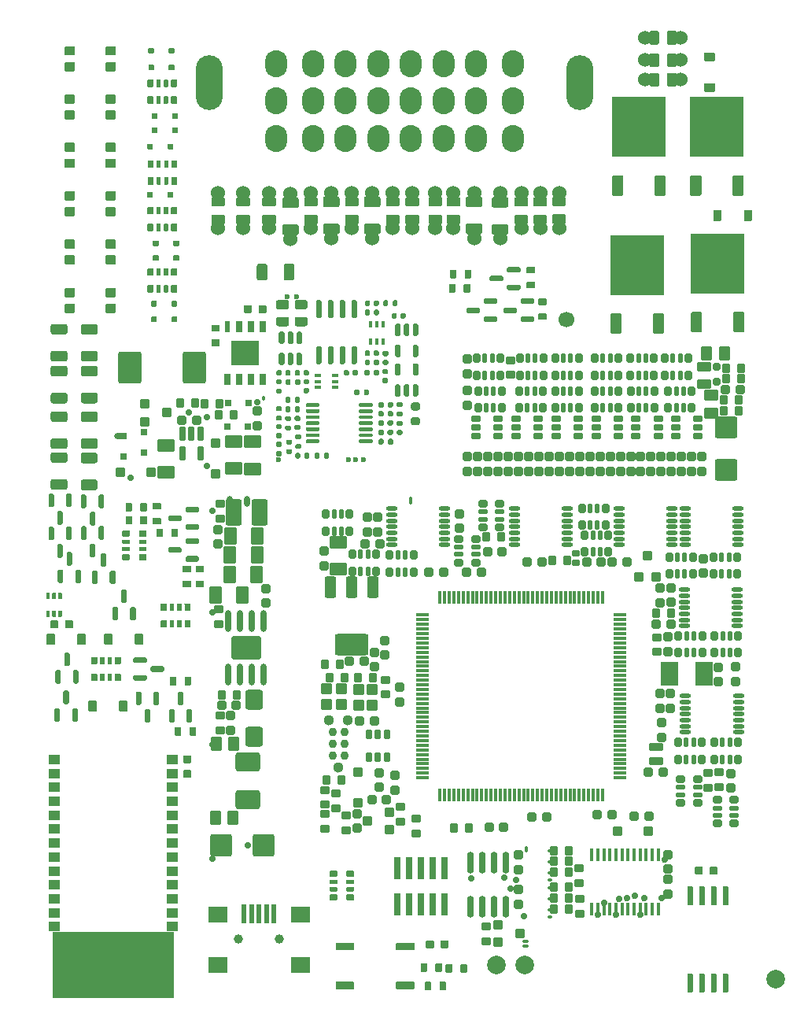
<source format=gts>
G75*
G70*
%OFA0B0*%
%FSLAX25Y25*%
%IPPOS*%
%LPD*%
%AMOC8*
5,1,8,0,0,1.08239X$1,22.5*
%
%AMM127*
21,1,0.038980,0.026770,-0.000000,0.000000,270.000000*
21,1,0.026770,0.038980,-0.000000,0.000000,270.000000*
1,1,0.012210,-0.013390,-0.013390*
1,1,0.012210,-0.013390,0.013390*
1,1,0.012210,0.013390,0.013390*
1,1,0.012210,0.013390,-0.013390*
%
%AMM144*
21,1,0.076380,0.036220,-0.000000,-0.000000,180.000000*
21,1,0.061810,0.050790,-0.000000,-0.000000,180.000000*
1,1,0.014570,-0.030910,0.018110*
1,1,0.014570,0.030910,0.018110*
1,1,0.014570,0.030910,-0.018110*
1,1,0.014570,-0.030910,-0.018110*
%
%AMM145*
21,1,0.029130,0.018900,-0.000000,-0.000000,90.000000*
21,1,0.018900,0.029130,-0.000000,-0.000000,90.000000*
1,1,0.010240,0.009450,0.009450*
1,1,0.010240,0.009450,-0.009450*
1,1,0.010240,-0.009450,-0.009450*
1,1,0.010240,-0.009450,0.009450*
%
%AMM146*
21,1,0.041340,0.026770,-0.000000,-0.000000,180.000000*
21,1,0.029130,0.038980,-0.000000,-0.000000,180.000000*
1,1,0.012210,-0.014570,0.013390*
1,1,0.012210,0.014570,0.013390*
1,1,0.012210,0.014570,-0.013390*
1,1,0.012210,-0.014570,-0.013390*
%
%AMM147*
21,1,0.100000,0.111020,-0.000000,-0.000000,0.000000*
21,1,0.075590,0.135430,-0.000000,-0.000000,0.000000*
1,1,0.024410,0.037800,-0.055510*
1,1,0.024410,-0.037800,-0.055510*
1,1,0.024410,-0.037800,0.055510*
1,1,0.024410,0.037800,0.055510*
%
%AMM148*
21,1,0.027170,0.052760,-0.000000,-0.000000,180.000000*
21,1,0.017320,0.062600,-0.000000,-0.000000,180.000000*
1,1,0.009840,-0.008660,0.026380*
1,1,0.009840,0.008660,0.026380*
1,1,0.009840,0.008660,-0.026380*
1,1,0.009840,-0.008660,-0.026380*
%
%AMM149*
21,1,0.040950,0.030320,-0.000000,-0.000000,270.000000*
21,1,0.028350,0.042910,-0.000000,-0.000000,270.000000*
1,1,0.012600,-0.015160,-0.014170*
1,1,0.012600,-0.015160,0.014170*
1,1,0.012600,0.015160,0.014170*
1,1,0.012600,0.015160,-0.014170*
%
%AMM150*
21,1,0.038980,0.026770,-0.000000,-0.000000,0.000000*
21,1,0.026770,0.038980,-0.000000,-0.000000,0.000000*
1,1,0.012210,0.013390,-0.013390*
1,1,0.012210,-0.013390,-0.013390*
1,1,0.012210,-0.013390,0.013390*
1,1,0.012210,0.013390,0.013390*
%
%AMM151*
21,1,0.041340,0.026770,-0.000000,-0.000000,270.000000*
21,1,0.029130,0.038980,-0.000000,-0.000000,270.000000*
1,1,0.012210,-0.013390,-0.014570*
1,1,0.012210,-0.013390,0.014570*
1,1,0.012210,0.013390,0.014570*
1,1,0.012210,0.013390,-0.014570*
%
%AMM152*
21,1,0.038980,0.026770,-0.000000,-0.000000,270.000000*
21,1,0.026770,0.038980,-0.000000,-0.000000,270.000000*
1,1,0.012210,-0.013390,-0.013390*
1,1,0.012210,-0.013390,0.013390*
1,1,0.012210,0.013390,0.013390*
1,1,0.012210,0.013390,-0.013390*
%
%AMM153*
21,1,0.033070,0.030710,-0.000000,-0.000000,180.000000*
21,1,0.022050,0.041730,-0.000000,-0.000000,180.000000*
1,1,0.011020,-0.011020,0.015350*
1,1,0.011020,0.011020,0.015350*
1,1,0.011020,0.011020,-0.015350*
1,1,0.011020,-0.011020,-0.015350*
%
%AMM154*
21,1,0.029130,0.018900,-0.000000,-0.000000,0.000000*
21,1,0.018900,0.029130,-0.000000,-0.000000,0.000000*
1,1,0.010240,0.009450,-0.009450*
1,1,0.010240,-0.009450,-0.009450*
1,1,0.010240,-0.009450,0.009450*
1,1,0.010240,0.009450,0.009450*
%
%AMM165*
21,1,0.111810,0.050390,-0.000000,0.000000,90.000000*
21,1,0.093700,0.068500,-0.000000,0.000000,90.000000*
1,1,0.018110,0.025200,0.046850*
1,1,0.018110,0.025200,-0.046850*
1,1,0.018110,-0.025200,-0.046850*
1,1,0.018110,-0.025200,0.046850*
%
%AMM166*
21,1,0.044880,0.049210,-0.000000,0.000000,180.000000*
21,1,0.031500,0.062600,-0.000000,0.000000,180.000000*
1,1,0.013390,-0.015750,0.024610*
1,1,0.013390,0.015750,0.024610*
1,1,0.013390,0.015750,-0.024610*
1,1,0.013390,-0.015750,-0.024610*
%
%AMM167*
21,1,0.076380,0.036220,-0.000000,0.000000,270.000000*
21,1,0.061810,0.050790,-0.000000,0.000000,270.000000*
1,1,0.014570,-0.018110,-0.030910*
1,1,0.014570,-0.018110,0.030910*
1,1,0.014570,0.018110,0.030910*
1,1,0.014570,0.018110,-0.030910*
%
%AMM168*
21,1,0.092130,0.073230,-0.000000,0.000000,180.000000*
21,1,0.069290,0.096060,-0.000000,0.000000,180.000000*
1,1,0.022840,-0.034650,0.036610*
1,1,0.022840,0.034650,0.036610*
1,1,0.022840,0.034650,-0.036610*
1,1,0.022840,-0.034650,-0.036610*
%
%AMM169*
21,1,0.084250,0.053540,-0.000000,0.000000,270.000000*
21,1,0.065350,0.072440,-0.000000,0.000000,270.000000*
1,1,0.018900,-0.026770,-0.032680*
1,1,0.018900,-0.026770,0.032680*
1,1,0.018900,0.026770,0.032680*
1,1,0.018900,0.026770,-0.032680*
%
%AMM170*
21,1,0.127560,0.075590,-0.000000,0.000000,0.000000*
21,1,0.103150,0.100000,-0.000000,0.000000,0.000000*
1,1,0.024410,0.051580,-0.037800*
1,1,0.024410,-0.051580,-0.037800*
1,1,0.024410,-0.051580,0.037800*
1,1,0.024410,0.051580,0.037800*
%
%AMM171*
21,1,0.038980,0.026770,-0.000000,0.000000,0.000000*
21,1,0.026770,0.038980,-0.000000,0.000000,0.000000*
1,1,0.012210,0.013390,-0.013390*
1,1,0.012210,-0.013390,-0.013390*
1,1,0.012210,-0.013390,0.013390*
1,1,0.012210,0.013390,0.013390*
%
%AMM172*
21,1,0.080320,0.083460,-0.000000,0.000000,270.000000*
21,1,0.059840,0.103940,-0.000000,0.000000,270.000000*
1,1,0.020470,-0.041730,-0.029920*
1,1,0.020470,-0.041730,0.029920*
1,1,0.020470,0.041730,0.029920*
1,1,0.020470,0.041730,-0.029920*
%
%AMM173*
21,1,0.033070,0.030710,-0.000000,0.000000,270.000000*
21,1,0.022050,0.041730,-0.000000,0.000000,270.000000*
1,1,0.011020,-0.015350,-0.011020*
1,1,0.011020,-0.015350,0.011020*
1,1,0.011020,0.015350,0.011020*
1,1,0.011020,0.015350,-0.011020*
%
%AMM174*
21,1,0.033070,0.030710,-0.000000,0.000000,180.000000*
21,1,0.022050,0.041730,-0.000000,0.000000,180.000000*
1,1,0.011020,-0.011020,0.015350*
1,1,0.011020,0.011020,0.015350*
1,1,0.011020,0.011020,-0.015350*
1,1,0.011020,-0.011020,-0.015350*
%
%AMM178*
21,1,0.038980,0.026770,-0.000000,0.000000,90.000000*
21,1,0.026770,0.038980,-0.000000,0.000000,90.000000*
1,1,0.012210,0.013390,0.013390*
1,1,0.012210,0.013390,-0.013390*
1,1,0.012210,-0.013390,-0.013390*
1,1,0.012210,-0.013390,0.013390*
%
%AMM184*
21,1,0.033070,0.030710,-0.000000,-0.000000,90.000000*
21,1,0.022050,0.041730,-0.000000,-0.000000,90.000000*
1,1,0.011020,0.015350,0.011020*
1,1,0.011020,0.015350,-0.011020*
1,1,0.011020,-0.015350,-0.011020*
1,1,0.011020,-0.015350,0.011020*
%
%AMM189*
21,1,0.033070,0.030710,0.000000,-0.000000,270.000000*
21,1,0.022050,0.041730,0.000000,-0.000000,270.000000*
1,1,0.011020,-0.015350,-0.011020*
1,1,0.011020,-0.015350,0.011020*
1,1,0.011020,0.015350,0.011020*
1,1,0.011020,0.015350,-0.011020*
%
%AMM190*
21,1,0.038980,0.026770,0.000000,-0.000000,270.000000*
21,1,0.026770,0.038980,0.000000,-0.000000,270.000000*
1,1,0.012210,-0.013390,-0.013390*
1,1,0.012210,-0.013390,0.013390*
1,1,0.012210,0.013390,0.013390*
1,1,0.012210,0.013390,-0.013390*
%
%AMM191*
21,1,0.033070,0.030710,0.000000,-0.000000,180.000000*
21,1,0.022050,0.041730,0.000000,-0.000000,180.000000*
1,1,0.011020,-0.011020,0.015350*
1,1,0.011020,0.011020,0.015350*
1,1,0.011020,0.011020,-0.015350*
1,1,0.011020,-0.011020,-0.015350*
%
%AMM227*
21,1,0.033070,0.030710,-0.000000,-0.000000,270.000000*
21,1,0.022050,0.041730,-0.000000,-0.000000,270.000000*
1,1,0.011020,-0.015350,-0.011020*
1,1,0.011020,-0.015350,0.011020*
1,1,0.011020,0.015350,0.011020*
1,1,0.011020,0.015350,-0.011020*
%
%AMM228*
21,1,0.092130,0.073230,-0.000000,-0.000000,90.000000*
21,1,0.069290,0.096060,-0.000000,-0.000000,90.000000*
1,1,0.022840,0.036610,0.034650*
1,1,0.022840,0.036610,-0.034650*
1,1,0.022840,-0.036610,-0.034650*
1,1,0.022840,-0.036610,0.034650*
%
%AMM229*
21,1,0.044880,0.049210,-0.000000,-0.000000,270.000000*
21,1,0.031500,0.062600,-0.000000,-0.000000,270.000000*
1,1,0.013390,-0.024610,-0.015750*
1,1,0.013390,-0.024610,0.015750*
1,1,0.013390,0.024610,0.015750*
1,1,0.013390,0.024610,-0.015750*
%
%AMM230*
21,1,0.023230,0.027950,-0.000000,-0.000000,180.000000*
21,1,0.014170,0.037010,-0.000000,-0.000000,180.000000*
1,1,0.009060,-0.007090,0.013980*
1,1,0.009060,0.007090,0.013980*
1,1,0.009060,0.007090,-0.013980*
1,1,0.009060,-0.007090,-0.013980*
%
%AMM231*
21,1,0.038980,0.026770,-0.000000,-0.000000,90.000000*
21,1,0.026770,0.038980,-0.000000,-0.000000,90.000000*
1,1,0.012210,0.013390,0.013390*
1,1,0.012210,0.013390,-0.013390*
1,1,0.012210,-0.013390,-0.013390*
1,1,0.012210,-0.013390,0.013390*
%
%AMM232*
21,1,0.029130,0.030710,-0.000000,-0.000000,270.000000*
21,1,0.018900,0.040950,-0.000000,-0.000000,270.000000*
1,1,0.010240,-0.015350,-0.009450*
1,1,0.010240,-0.015350,0.009450*
1,1,0.010240,0.015350,0.009450*
1,1,0.010240,0.015350,-0.009450*
%
%AMM233*
21,1,0.031100,0.026380,-0.000000,-0.000000,180.000000*
21,1,0.020470,0.037010,-0.000000,-0.000000,180.000000*
1,1,0.010630,-0.010240,0.013190*
1,1,0.010630,0.010240,0.013190*
1,1,0.010630,0.010240,-0.013190*
1,1,0.010630,-0.010240,-0.013190*
%
%AMM234*
21,1,0.044880,0.049210,-0.000000,-0.000000,0.000000*
21,1,0.031500,0.062600,-0.000000,-0.000000,0.000000*
1,1,0.013390,0.015750,-0.024610*
1,1,0.013390,-0.015750,-0.024610*
1,1,0.013390,-0.015750,0.024610*
1,1,0.013390,0.015750,0.024610*
%
%AMM235*
21,1,0.040950,0.050000,-0.000000,-0.000000,90.000000*
21,1,0.028350,0.062600,-0.000000,-0.000000,90.000000*
1,1,0.012600,0.025000,0.014170*
1,1,0.012600,0.025000,-0.014170*
1,1,0.012600,-0.025000,-0.014170*
1,1,0.012600,-0.025000,0.014170*
%
%AMM264*
21,1,0.040950,0.030320,-0.000000,0.000000,270.000000*
21,1,0.028350,0.042910,-0.000000,0.000000,270.000000*
1,1,0.012600,-0.015160,-0.014170*
1,1,0.012600,-0.015160,0.014170*
1,1,0.012600,0.015160,0.014170*
1,1,0.012600,0.015160,-0.014170*
%
%AMM305*
21,1,0.041340,0.026770,-0.000000,-0.000000,0.000000*
21,1,0.029130,0.038980,-0.000000,-0.000000,0.000000*
1,1,0.012210,0.014570,-0.013390*
1,1,0.012210,-0.014570,-0.013390*
1,1,0.012210,-0.014570,0.013390*
1,1,0.012210,0.014570,0.013390*
%
%AMM306*
21,1,0.040950,0.030320,-0.000000,-0.000000,0.000000*
21,1,0.028350,0.042910,-0.000000,-0.000000,0.000000*
1,1,0.012600,0.014170,-0.015160*
1,1,0.012600,-0.014170,-0.015160*
1,1,0.012600,-0.014170,0.015160*
1,1,0.012600,0.014170,0.015160*
%
%AMM307*
21,1,0.040950,0.030320,-0.000000,-0.000000,90.000000*
21,1,0.028350,0.042910,-0.000000,-0.000000,90.000000*
1,1,0.012600,0.015160,0.014170*
1,1,0.012600,0.015160,-0.014170*
1,1,0.012600,-0.015160,-0.014170*
1,1,0.012600,-0.015160,0.014170*
%
%AMM308*
21,1,0.033070,0.018900,-0.000000,-0.000000,0.000000*
21,1,0.022840,0.029130,-0.000000,-0.000000,0.000000*
1,1,0.010240,0.011420,-0.009450*
1,1,0.010240,-0.011420,-0.009450*
1,1,0.010240,-0.011420,0.009450*
1,1,0.010240,0.011420,0.009450*
%
%AMM309*
21,1,0.143310,0.067720,-0.000000,-0.000000,180.000000*
21,1,0.120870,0.090160,-0.000000,-0.000000,180.000000*
1,1,0.022440,-0.060430,0.033860*
1,1,0.022440,0.060430,0.033860*
1,1,0.022440,0.060430,-0.033860*
1,1,0.022440,-0.060430,-0.033860*
%
%AMM310*
21,1,0.048820,0.075980,-0.000000,-0.000000,180.000000*
21,1,0.034650,0.090160,-0.000000,-0.000000,180.000000*
1,1,0.014170,-0.017320,0.037990*
1,1,0.014170,0.017320,0.037990*
1,1,0.014170,0.017320,-0.037990*
1,1,0.014170,-0.017320,-0.037990*
%
%AMM311*
21,1,0.048820,0.075990,-0.000000,-0.000000,180.000000*
21,1,0.034650,0.090160,-0.000000,-0.000000,180.000000*
1,1,0.014170,-0.017320,0.037990*
1,1,0.014170,0.017320,0.037990*
1,1,0.014170,0.017320,-0.037990*
1,1,0.014170,-0.017320,-0.037990*
%
%AMM312*
21,1,0.044880,0.035430,-0.000000,-0.000000,90.000000*
21,1,0.031500,0.048820,-0.000000,-0.000000,90.000000*
1,1,0.013390,0.017720,0.015750*
1,1,0.013390,0.017720,-0.015750*
1,1,0.013390,-0.017720,-0.015750*
1,1,0.013390,-0.017720,0.015750*
%
%AMM313*
21,1,0.041340,0.026770,-0.000000,-0.000000,90.000000*
21,1,0.029130,0.038980,-0.000000,-0.000000,90.000000*
1,1,0.012210,0.013390,0.014570*
1,1,0.012210,0.013390,-0.014570*
1,1,0.012210,-0.013390,-0.014570*
1,1,0.012210,-0.013390,0.014570*
%
%AMM314*
21,1,0.029130,0.030710,-0.000000,-0.000000,0.000000*
21,1,0.018900,0.040950,-0.000000,-0.000000,0.000000*
1,1,0.010240,0.009450,-0.015350*
1,1,0.010240,-0.009450,-0.015350*
1,1,0.010240,-0.009450,0.015350*
1,1,0.010240,0.009450,0.015350*
%
%AMM315*
21,1,0.033070,0.049610,-0.000000,-0.000000,90.000000*
21,1,0.022050,0.060630,-0.000000,-0.000000,90.000000*
1,1,0.011020,0.024800,0.011020*
1,1,0.011020,0.024800,-0.011020*
1,1,0.011020,-0.024800,-0.011020*
1,1,0.011020,-0.024800,0.011020*
%
%AMM316*
21,1,0.023230,0.027950,-0.000000,-0.000000,90.000000*
21,1,0.014170,0.037010,-0.000000,-0.000000,90.000000*
1,1,0.009060,0.013980,0.007090*
1,1,0.009060,0.013980,-0.007090*
1,1,0.009060,-0.013980,-0.007090*
1,1,0.009060,-0.013980,0.007090*
%
%AMM317*
21,1,0.031100,0.026380,-0.000000,-0.000000,90.000000*
21,1,0.020470,0.037010,-0.000000,-0.000000,90.000000*
1,1,0.010630,0.013190,0.010240*
1,1,0.010630,0.013190,-0.010240*
1,1,0.010630,-0.013190,-0.010240*
1,1,0.010630,-0.013190,0.010240*
%
%AMM318*
21,1,0.015350,0.017720,-0.000000,-0.000000,0.000000*
21,1,0.000000,0.033070,-0.000000,-0.000000,0.000000*
1,1,0.015350,-0.000000,-0.008860*
1,1,0.015350,-0.000000,-0.008860*
1,1,0.015350,-0.000000,0.008860*
1,1,0.015350,-0.000000,0.008860*
%
%AMM319*
21,1,0.033070,0.030710,-0.000000,-0.000000,0.000000*
21,1,0.022050,0.041730,-0.000000,-0.000000,0.000000*
1,1,0.011020,0.011020,-0.015350*
1,1,0.011020,-0.011020,-0.015350*
1,1,0.011020,-0.011020,0.015350*
1,1,0.011020,0.011020,0.015350*
%
%ADD100O,0.04488X0.02520*%
%ADD101O,0.11417X0.23228*%
%ADD105C,0.02362*%
%ADD107R,0.05118X0.03937*%
%ADD108O,0.01535X0.02520*%
%ADD112R,0.01969X0.07874*%
%ADD120C,0.03937*%
%ADD138C,0.00472*%
%ADD156O,0.00984X0.01969*%
%ADD160C,0.07874*%
%ADD162C,0.03701*%
%ADD178R,0.22835X0.25197*%
%ADD180R,0.02559X0.01575*%
%ADD191O,0.05669X0.01417*%
%ADD192C,0.06000*%
%ADD201R,0.05906X0.05217*%
%ADD207C,0.04451*%
%ADD208O,0.02520X0.01535*%
%ADD210R,0.07874X0.06693*%
%ADD220R,0.02559X0.05157*%
%ADD226R,0.02913X0.09449*%
%ADD231O,0.09449X0.11417*%
%ADD242O,0.01575X0.00787*%
%ADD271M127*%
%ADD288M144*%
%ADD289M145*%
%ADD29O,0.03937X0.01969*%
%ADD290M146*%
%ADD291M147*%
%ADD292M148*%
%ADD293M149*%
%ADD294M150*%
%ADD295M151*%
%ADD296M152*%
%ADD297M153*%
%ADD298M154*%
%ADD31O,0.02520X0.04488*%
%ADD312M165*%
%ADD313M166*%
%ADD314M167*%
%ADD315M168*%
%ADD316M169*%
%ADD317O,0.02520X0.09213*%
%ADD318M170*%
%ADD319M171*%
%ADD320M172*%
%ADD321M173*%
%ADD322M174*%
%ADD328M178*%
%ADD330O,0.02126X0.01339*%
%ADD331O,0.01535X0.05512*%
%ADD336M184*%
%ADD341M189*%
%ADD342M190*%
%ADD343M191*%
%ADD35C,0.06693*%
%ADD379M227*%
%ADD380M228*%
%ADD381M229*%
%ADD382M230*%
%ADD383M231*%
%ADD384M232*%
%ADD385M233*%
%ADD386M234*%
%ADD387M235*%
%ADD39R,0.02362X0.05157*%
%ADD418M264*%
%ADD42R,0.07244X0.10000*%
%ADD43O,0.01339X0.02520*%
%ADD461M305*%
%ADD462M306*%
%ADD463M307*%
%ADD464M308*%
%ADD465M309*%
%ADD466M310*%
%ADD467M311*%
%ADD468M312*%
%ADD469M313*%
%ADD470M314*%
%ADD471M315*%
%ADD472M316*%
%ADD473M317*%
%ADD474M318*%
%ADD475M319*%
%ADD477O,0.02913X0.09213*%
%ADD52O,0.04882X0.01732*%
%ADD58O,0.01969X0.03937*%
%ADD73C,0.02913*%
%ADD76R,0.01575X0.02559*%
%ADD81O,0.00787X0.01969*%
%ADD83O,0.01417X0.05669*%
%ADD84C,0.03651*%
%ADD86O,0.01969X0.00984*%
X0000000Y0000000D02*
%LPD*%
G01*
D138*
X0026378Y0000787D02*
X0026378Y0028346D01*
X0026378Y0028346D02*
X0077559Y0028346D01*
X0077559Y0028346D02*
X0077559Y0000787D01*
X0077559Y0000787D02*
X0026378Y0000787D01*
G36*
X0077559Y0000787D02*
G01*
X0026378Y0000787D01*
X0026378Y0028346D01*
X0077559Y0028346D01*
X0077559Y0000787D01*
G37*
X0077559Y0000787D02*
X0026378Y0000787D01*
X0026378Y0028346D01*
X0077559Y0028346D01*
X0077559Y0000787D01*
D242*
X0237258Y0034627D03*
X0237258Y0037619D03*
X0237258Y0042245D03*
X0237258Y0046871D03*
X0237258Y0050177D03*
X0237258Y0053130D03*
X0237258Y0057756D03*
X0237258Y0062382D03*
D105*
X0277020Y0042540D03*
X0275347Y0035315D03*
X0273182Y0043386D03*
X0269737Y0042540D03*
X0266390Y0042245D03*
X0265111Y0035315D03*
X0259993Y0040473D03*
X0257434Y0035315D03*
X0285682Y0058642D03*
X0284501Y0042599D03*
G36*
G01*
X0198667Y0328156D02*
X0193746Y0328156D01*
G75*
G02*
X0193352Y0328550I0000000J0000394D01*
G01*
X0193352Y0331699D01*
G75*
G02*
X0193746Y0332093I0000394J0000000D01*
G01*
X0198667Y0332093D01*
G75*
G02*
X0199061Y0331699I0000000J-000394D01*
G01*
X0199061Y0328550D01*
G75*
G02*
X0198667Y0328156I-000394J0000000D01*
G01*
G37*
D192*
X0196206Y0326364D03*
X0196206Y0341364D03*
G36*
G01*
X0198667Y0335636D02*
X0193746Y0335636D01*
G75*
G02*
X0193352Y0336030I0000000J0000394D01*
G01*
X0193352Y0339180D01*
G75*
G02*
X0193746Y0339573I0000394J0000000D01*
G01*
X0198667Y0339573D01*
G75*
G02*
X0199061Y0339180I0000000J-000394D01*
G01*
X0199061Y0336030D01*
G75*
G02*
X0198667Y0335636I-000394J0000000D01*
G01*
G37*
G36*
G01*
X0068937Y0210039D02*
X0072008Y0210039D01*
G75*
G02*
X0072283Y0209764I0000000J-000276D01*
G01*
X0072283Y0207559D01*
G75*
G02*
X0072008Y0207283I-000276J0000000D01*
G01*
X0068937Y0207283D01*
G75*
G02*
X0068661Y0207559I0000000J0000276D01*
G01*
X0068661Y0209764D01*
G75*
G02*
X0068937Y0210039I0000276J0000000D01*
G01*
G37*
G36*
G01*
X0068937Y0203740D02*
X0072008Y0203740D01*
G75*
G02*
X0072283Y0203465I0000000J-000276D01*
G01*
X0072283Y0201260D01*
G75*
G02*
X0072008Y0200984I-000276J0000000D01*
G01*
X0068937Y0200984D01*
G75*
G02*
X0068661Y0201260I0000000J0000276D01*
G01*
X0068661Y0203465D01*
G75*
G02*
X0068937Y0203740I0000276J0000000D01*
G01*
G37*
G36*
G01*
X0066535Y0299469D02*
X0066535Y0302106D01*
G75*
G02*
X0066791Y0302362I0000256J0000000D01*
G01*
X0068839Y0302362D01*
G75*
G02*
X0069094Y0302106I0000000J-000256D01*
G01*
X0069094Y0299469D01*
G75*
G02*
X0068839Y0299213I-000256J0000000D01*
G01*
X0066791Y0299213D01*
G75*
G02*
X0066535Y0299469I0000000J0000256D01*
G01*
G37*
G36*
G01*
X0070374Y0299390D02*
X0070374Y0302185D01*
G75*
G02*
X0070551Y0302362I0000177J0000000D01*
G01*
X0071969Y0302362D01*
G75*
G02*
X0072146Y0302185I0000000J-000177D01*
G01*
X0072146Y0299390D01*
G75*
G02*
X0071969Y0299213I-000177J0000000D01*
G01*
X0070551Y0299213D01*
G75*
G02*
X0070374Y0299390I0000000J0000177D01*
G01*
G37*
G36*
G01*
X0073524Y0299390D02*
X0073524Y0302185D01*
G75*
G02*
X0073701Y0302362I0000177J0000000D01*
G01*
X0075118Y0302362D01*
G75*
G02*
X0075295Y0302185I0000000J-000177D01*
G01*
X0075295Y0299390D01*
G75*
G02*
X0075118Y0299213I-000177J0000000D01*
G01*
X0073701Y0299213D01*
G75*
G02*
X0073524Y0299390I0000000J0000177D01*
G01*
G37*
G36*
G01*
X0076575Y0299469D02*
X0076575Y0302106D01*
G75*
G02*
X0076831Y0302362I0000256J0000000D01*
G01*
X0078878Y0302362D01*
G75*
G02*
X0079134Y0302106I0000000J-000256D01*
G01*
X0079134Y0299469D01*
G75*
G02*
X0078878Y0299213I-000256J0000000D01*
G01*
X0076831Y0299213D01*
G75*
G02*
X0076575Y0299469I0000000J0000256D01*
G01*
G37*
G36*
G01*
X0076575Y0306555D02*
X0076575Y0309193D01*
G75*
G02*
X0076831Y0309449I0000256J0000000D01*
G01*
X0078878Y0309449D01*
G75*
G02*
X0079134Y0309193I0000000J-000256D01*
G01*
X0079134Y0306555D01*
G75*
G02*
X0078878Y0306299I-000256J0000000D01*
G01*
X0076831Y0306299D01*
G75*
G02*
X0076575Y0306555I0000000J0000256D01*
G01*
G37*
G36*
G01*
X0073524Y0306476D02*
X0073524Y0309272D01*
G75*
G02*
X0073701Y0309449I0000177J0000000D01*
G01*
X0075118Y0309449D01*
G75*
G02*
X0075295Y0309272I0000000J-000177D01*
G01*
X0075295Y0306476D01*
G75*
G02*
X0075118Y0306299I-000177J0000000D01*
G01*
X0073701Y0306299D01*
G75*
G02*
X0073524Y0306476I0000000J0000177D01*
G01*
G37*
G36*
G01*
X0070374Y0306476D02*
X0070374Y0309272D01*
G75*
G02*
X0070551Y0309449I0000177J0000000D01*
G01*
X0071969Y0309449D01*
G75*
G02*
X0072146Y0309272I0000000J-000177D01*
G01*
X0072146Y0306476D01*
G75*
G02*
X0071969Y0306299I-000177J0000000D01*
G01*
X0070551Y0306299D01*
G75*
G02*
X0070374Y0306476I0000000J0000177D01*
G01*
G37*
G36*
G01*
X0066535Y0306555D02*
X0066535Y0309193D01*
G75*
G02*
X0066791Y0309449I0000256J0000000D01*
G01*
X0068839Y0309449D01*
G75*
G02*
X0069094Y0309193I0000000J-000256D01*
G01*
X0069094Y0306555D01*
G75*
G02*
X0068839Y0306299I-000256J0000000D01*
G01*
X0066791Y0306299D01*
G75*
G02*
X0066535Y0306555I0000000J0000256D01*
G01*
G37*
G36*
G01*
X0079228Y0354909D02*
X0079228Y0352272D01*
G75*
G02*
X0078972Y0352016I-000256J0000000D01*
G01*
X0076925Y0352016D01*
G75*
G02*
X0076669Y0352272I0000000J0000256D01*
G01*
X0076669Y0354909D01*
G75*
G02*
X0076925Y0355165I0000256J0000000D01*
G01*
X0078972Y0355165D01*
G75*
G02*
X0079228Y0354909I0000000J-000256D01*
G01*
G37*
G36*
G01*
X0075390Y0354988D02*
X0075390Y0352193D01*
G75*
G02*
X0075213Y0352016I-000177J0000000D01*
G01*
X0073795Y0352016D01*
G75*
G02*
X0073618Y0352193I0000000J0000177D01*
G01*
X0073618Y0354988D01*
G75*
G02*
X0073795Y0355165I0000177J0000000D01*
G01*
X0075213Y0355165D01*
G75*
G02*
X0075390Y0354988I0000000J-000177D01*
G01*
G37*
G36*
G01*
X0072240Y0354988D02*
X0072240Y0352193D01*
G75*
G02*
X0072063Y0352016I-000177J0000000D01*
G01*
X0070646Y0352016D01*
G75*
G02*
X0070469Y0352193I0000000J0000177D01*
G01*
X0070469Y0354988D01*
G75*
G02*
X0070646Y0355165I0000177J0000000D01*
G01*
X0072063Y0355165D01*
G75*
G02*
X0072240Y0354988I0000000J-000177D01*
G01*
G37*
G36*
G01*
X0069189Y0354909D02*
X0069189Y0352272D01*
G75*
G02*
X0068933Y0352016I-000256J0000000D01*
G01*
X0066886Y0352016D01*
G75*
G02*
X0066630Y0352272I0000000J0000256D01*
G01*
X0066630Y0354909D01*
G75*
G02*
X0066886Y0355165I0000256J0000000D01*
G01*
X0068933Y0355165D01*
G75*
G02*
X0069189Y0354909I0000000J-000256D01*
G01*
G37*
G36*
G01*
X0069189Y0347823D02*
X0069189Y0345185D01*
G75*
G02*
X0068933Y0344929I-000256J0000000D01*
G01*
X0066886Y0344929D01*
G75*
G02*
X0066630Y0345185I0000000J0000256D01*
G01*
X0066630Y0347823D01*
G75*
G02*
X0066886Y0348079I0000256J0000000D01*
G01*
X0068933Y0348079D01*
G75*
G02*
X0069189Y0347823I0000000J-000256D01*
G01*
G37*
G36*
G01*
X0072240Y0347902D02*
X0072240Y0345106D01*
G75*
G02*
X0072063Y0344929I-000177J0000000D01*
G01*
X0070646Y0344929D01*
G75*
G02*
X0070469Y0345106I0000000J0000177D01*
G01*
X0070469Y0347902D01*
G75*
G02*
X0070646Y0348079I0000177J0000000D01*
G01*
X0072063Y0348079D01*
G75*
G02*
X0072240Y0347902I0000000J-000177D01*
G01*
G37*
G36*
G01*
X0075390Y0347902D02*
X0075390Y0345106D01*
G75*
G02*
X0075213Y0344929I-000177J0000000D01*
G01*
X0073795Y0344929D01*
G75*
G02*
X0073618Y0345106I0000000J0000177D01*
G01*
X0073618Y0347902D01*
G75*
G02*
X0073795Y0348079I0000177J0000000D01*
G01*
X0075213Y0348079D01*
G75*
G02*
X0075390Y0347902I0000000J-000177D01*
G01*
G37*
G36*
G01*
X0079228Y0347823D02*
X0079228Y0345185D01*
G75*
G02*
X0078972Y0344929I-000256J0000000D01*
G01*
X0076925Y0344929D01*
G75*
G02*
X0076669Y0345185I0000000J0000256D01*
G01*
X0076669Y0347823D01*
G75*
G02*
X0076925Y0348079I0000256J0000000D01*
G01*
X0078972Y0348079D01*
G75*
G02*
X0079228Y0347823I0000000J-000256D01*
G01*
G37*
G36*
G01*
X0082126Y0103209D02*
X0084803Y0103209D01*
G75*
G02*
X0085138Y0102874I0000000J-000335D01*
G01*
X0085138Y0100197D01*
G75*
G02*
X0084803Y0099862I-000335J0000000D01*
G01*
X0082126Y0099862D01*
G75*
G02*
X0081791Y0100197I0000000J0000335D01*
G01*
X0081791Y0102874D01*
G75*
G02*
X0082126Y0103209I0000335J0000000D01*
G01*
G37*
G36*
G01*
X0082126Y0096988D02*
X0084803Y0096988D01*
G75*
G02*
X0085138Y0096654I0000000J-000335D01*
G01*
X0085138Y0093976D01*
G75*
G02*
X0084803Y0093642I-000335J0000000D01*
G01*
X0082126Y0093642D01*
G75*
G02*
X0081791Y0093976I0000000J0000335D01*
G01*
X0081791Y0096654D01*
G75*
G02*
X0082126Y0096988I0000335J0000000D01*
G01*
G37*
X0188514Y0326449D03*
G36*
G01*
X0190975Y0328240D02*
X0186053Y0328240D01*
G75*
G02*
X0185660Y0328634I0000000J0000394D01*
G01*
X0185660Y0331784D01*
G75*
G02*
X0186053Y0332177I0000394J0000000D01*
G01*
X0190975Y0332177D01*
G75*
G02*
X0191368Y0331784I0000000J-000394D01*
G01*
X0191368Y0328634D01*
G75*
G02*
X0190975Y0328240I-000394J0000000D01*
G01*
G37*
G36*
G01*
X0190975Y0335721D02*
X0186053Y0335721D01*
G75*
G02*
X0185660Y0336114I0000000J0000394D01*
G01*
X0185660Y0339264D01*
G75*
G02*
X0186053Y0339658I0000394J0000000D01*
G01*
X0190975Y0339658D01*
G75*
G02*
X0191368Y0339264I0000000J-000394D01*
G01*
X0191368Y0336114D01*
G75*
G02*
X0190975Y0335721I-000394J0000000D01*
G01*
G37*
X0188514Y0341449D03*
G36*
G01*
X0032677Y0236594D02*
X0032677Y0233878D01*
G75*
G02*
X0031772Y0232972I-000906J0000000D01*
G01*
X0026496Y0232972D01*
G75*
G02*
X0025591Y0233878I0000000J0000906D01*
G01*
X0025591Y0236594D01*
G75*
G02*
X0026496Y0237500I0000906J0000000D01*
G01*
X0031772Y0237500D01*
G75*
G02*
X0032677Y0236594I0000000J-000906D01*
G01*
G37*
G36*
G01*
X0032677Y0248012D02*
X0032677Y0245295D01*
G75*
G02*
X0031772Y0244390I-000906J0000000D01*
G01*
X0026496Y0244390D01*
G75*
G02*
X0025591Y0245295I0000000J0000906D01*
G01*
X0025591Y0248012D01*
G75*
G02*
X0026496Y0248917I0000906J0000000D01*
G01*
X0031772Y0248917D01*
G75*
G02*
X0032677Y0248012I0000000J-000906D01*
G01*
G37*
D160*
X0214567Y0014370D03*
D192*
X0144488Y0341535D03*
G36*
G01*
X0140945Y0336240D02*
X0140945Y0338957D01*
G75*
G02*
X0141850Y0339862I0000906J0000000D01*
G01*
X0147126Y0339862D01*
G75*
G02*
X0148031Y0338957I0000000J-000906D01*
G01*
X0148031Y0336240D01*
G75*
G02*
X0147126Y0335335I-000906J0000000D01*
G01*
X0141850Y0335335D01*
G75*
G02*
X0140945Y0336240I0000000J0000906D01*
G01*
G37*
X0144488Y0322244D03*
G36*
G01*
X0140945Y0324823D02*
X0140945Y0327539D01*
G75*
G02*
X0141850Y0328445I0000906J0000000D01*
G01*
X0147126Y0328445D01*
G75*
G02*
X0148031Y0327539I0000000J-000906D01*
G01*
X0148031Y0324823D01*
G75*
G02*
X0147126Y0323917I-000906J0000000D01*
G01*
X0141850Y0323917D01*
G75*
G02*
X0140945Y0324823I0000000J0000906D01*
G01*
G37*
G36*
G01*
X0224705Y0301969D02*
X0224705Y0300787D01*
G75*
G02*
X0224114Y0300197I-000591J0000000D01*
G01*
X0219488Y0300197D01*
G75*
G02*
X0218898Y0300787I0000000J0000591D01*
G01*
X0218898Y0301969D01*
G75*
G02*
X0219488Y0302559I0000591J0000000D01*
G01*
X0224114Y0302559D01*
G75*
G02*
X0224705Y0301969I0000000J-000591D01*
G01*
G37*
G36*
G01*
X0217323Y0305709D02*
X0217323Y0304528D01*
G75*
G02*
X0216732Y0303937I-000591J0000000D01*
G01*
X0212106Y0303937D01*
G75*
G02*
X0211516Y0304528I0000000J0000591D01*
G01*
X0211516Y0305709D01*
G75*
G02*
X0212106Y0306299I0000591J0000000D01*
G01*
X0216732Y0306299D01*
G75*
G02*
X0217323Y0305709I0000000J-000591D01*
G01*
G37*
G36*
G01*
X0224705Y0309449D02*
X0224705Y0308268D01*
G75*
G02*
X0224114Y0307677I-000591J0000000D01*
G01*
X0219488Y0307677D01*
G75*
G02*
X0218898Y0308268I0000000J0000591D01*
G01*
X0218898Y0309449D01*
G75*
G02*
X0219488Y0310039I0000591J0000000D01*
G01*
X0224114Y0310039D01*
G75*
G02*
X0224705Y0309449I0000000J-000591D01*
G01*
G37*
G36*
G01*
X0069140Y0314961D02*
X0071030Y0314961D01*
G75*
G02*
X0071266Y0314724I0000000J-000236D01*
G01*
X0071266Y0312835D01*
G75*
G02*
X0071030Y0312598I-000236J0000000D01*
G01*
X0069140Y0312598D01*
G75*
G02*
X0068904Y0312835I0000000J0000236D01*
G01*
X0068904Y0314724D01*
G75*
G02*
X0069140Y0314961I0000236J0000000D01*
G01*
G37*
G36*
G01*
X0077801Y0314961D02*
X0079691Y0314961D01*
G75*
G02*
X0079927Y0314724I0000000J-000236D01*
G01*
X0079927Y0312835D01*
G75*
G02*
X0079691Y0312598I-000236J0000000D01*
G01*
X0077801Y0312598D01*
G75*
G02*
X0077565Y0312835I0000000J0000236D01*
G01*
X0077565Y0314724D01*
G75*
G02*
X0077801Y0314961I0000236J0000000D01*
G01*
G37*
G36*
G01*
X0052756Y0331496D02*
X0049213Y0331496D01*
G75*
G02*
X0048819Y0331890I0000000J0000394D01*
G01*
X0048819Y0335039D01*
G75*
G02*
X0049213Y0335433I0000394J0000000D01*
G01*
X0052756Y0335433D01*
G75*
G02*
X0053150Y0335039I0000000J-000394D01*
G01*
X0053150Y0331890D01*
G75*
G02*
X0052756Y0331496I-000394J0000000D01*
G01*
G37*
G36*
G01*
X0052756Y0338189D02*
X0049213Y0338189D01*
G75*
G02*
X0048819Y0338583I0000000J0000394D01*
G01*
X0048819Y0341732D01*
G75*
G02*
X0049213Y0342126I0000394J0000000D01*
G01*
X0052756Y0342126D01*
G75*
G02*
X0053150Y0341732I0000000J-000394D01*
G01*
X0053150Y0338583D01*
G75*
G02*
X0052756Y0338189I-000394J0000000D01*
G01*
G37*
G36*
G01*
X0107421Y0290787D02*
X0107421Y0293465D01*
G75*
G02*
X0107756Y0293799I0000335J0000000D01*
G01*
X0110433Y0293799D01*
G75*
G02*
X0110768Y0293465I0000000J-000335D01*
G01*
X0110768Y0290787D01*
G75*
G02*
X0110433Y0290453I-000335J0000000D01*
G01*
X0107756Y0290453D01*
G75*
G02*
X0107421Y0290787I0000000J0000335D01*
G01*
G37*
G36*
G01*
X0113642Y0290787D02*
X0113642Y0293465D01*
G75*
G02*
X0113976Y0293799I0000335J0000000D01*
G01*
X0116654Y0293799D01*
G75*
G02*
X0116988Y0293465I0000000J-000335D01*
G01*
X0116988Y0290787D01*
G75*
G02*
X0116654Y0290453I-000335J0000000D01*
G01*
X0113976Y0290453D01*
G75*
G02*
X0113642Y0290787I0000000J0000335D01*
G01*
G37*
G36*
G01*
X0172165Y0023819D02*
X0179409Y0023819D01*
G75*
G02*
X0179724Y0023504I0000000J-000315D01*
G01*
X0179724Y0020984D01*
G75*
G02*
X0179409Y0020669I-000315J0000000D01*
G01*
X0172165Y0020669D01*
G75*
G02*
X0171850Y0020984I0000000J0000315D01*
G01*
X0171850Y0023504D01*
G75*
G02*
X0172165Y0023819I0000315J0000000D01*
G01*
G37*
G36*
G01*
X0172165Y0007283D02*
X0179409Y0007283D01*
G75*
G02*
X0179724Y0006969I0000000J-000315D01*
G01*
X0179724Y0004449D01*
G75*
G02*
X0179409Y0004134I-000315J0000000D01*
G01*
X0172165Y0004134D01*
G75*
G02*
X0171850Y0004449I0000000J0000315D01*
G01*
X0171850Y0006969D01*
G75*
G02*
X0172165Y0007283I0000315J0000000D01*
G01*
G37*
G36*
G01*
X0067159Y0402805D02*
X0069049Y0402805D01*
G75*
G02*
X0069285Y0402569I0000000J-000236D01*
G01*
X0069285Y0400679D01*
G75*
G02*
X0069049Y0400443I-000236J0000000D01*
G01*
X0067159Y0400443D01*
G75*
G02*
X0066923Y0400679I0000000J0000236D01*
G01*
X0066923Y0402569D01*
G75*
G02*
X0067159Y0402805I0000236J0000000D01*
G01*
G37*
G36*
G01*
X0075821Y0402805D02*
X0077711Y0402805D01*
G75*
G02*
X0077947Y0402569I0000000J-000236D01*
G01*
X0077947Y0400679D01*
G75*
G02*
X0077711Y0400443I-000236J0000000D01*
G01*
X0075821Y0400443D01*
G75*
G02*
X0075585Y0400679I0000000J0000236D01*
G01*
X0075585Y0402569D01*
G75*
G02*
X0075821Y0402805I0000236J0000000D01*
G01*
G37*
G36*
G01*
X0194154Y0024567D02*
X0194154Y0021890D01*
G75*
G02*
X0193819Y0021555I-000335J0000000D01*
G01*
X0191142Y0021555D01*
G75*
G02*
X0190807Y0021890I0000000J0000335D01*
G01*
X0190807Y0024567D01*
G75*
G02*
X0191142Y0024902I0000335J0000000D01*
G01*
X0193819Y0024902D01*
G75*
G02*
X0194154Y0024567I0000000J-000335D01*
G01*
G37*
G36*
G01*
X0187933Y0024567D02*
X0187933Y0021890D01*
G75*
G02*
X0187598Y0021555I-000335J0000000D01*
G01*
X0184921Y0021555D01*
G75*
G02*
X0184587Y0021890I0000000J0000335D01*
G01*
X0184587Y0024567D01*
G75*
G02*
X0184921Y0024902I0000335J0000000D01*
G01*
X0187598Y0024902D01*
G75*
G02*
X0187933Y0024567I0000000J-000335D01*
G01*
G37*
G36*
G01*
X0028937Y0117421D02*
X0027756Y0117421D01*
G75*
G02*
X0027165Y0118012I0000000J0000591D01*
G01*
X0027165Y0122638D01*
G75*
G02*
X0027756Y0123228I0000591J0000000D01*
G01*
X0028937Y0123228D01*
G75*
G02*
X0029528Y0122638I0000000J-000591D01*
G01*
X0029528Y0118012D01*
G75*
G02*
X0028937Y0117421I-000591J0000000D01*
G01*
G37*
G36*
G01*
X0032677Y0124803D02*
X0031496Y0124803D01*
G75*
G02*
X0030906Y0125394I0000000J0000591D01*
G01*
X0030906Y0130020D01*
G75*
G02*
X0031496Y0130610I0000591J0000000D01*
G01*
X0032677Y0130610D01*
G75*
G02*
X0033268Y0130020I0000000J-000591D01*
G01*
X0033268Y0125394D01*
G75*
G02*
X0032677Y0124803I-000591J0000000D01*
G01*
G37*
G36*
G01*
X0036417Y0117421D02*
X0035236Y0117421D01*
G75*
G02*
X0034646Y0118012I0000000J0000591D01*
G01*
X0034646Y0122638D01*
G75*
G02*
X0035236Y0123228I0000591J0000000D01*
G01*
X0036417Y0123228D01*
G75*
G02*
X0037008Y0122638I0000000J-000591D01*
G01*
X0037008Y0118012D01*
G75*
G02*
X0036417Y0117421I-000591J0000000D01*
G01*
G37*
G36*
G01*
X0032677Y0255886D02*
X0032677Y0253169D01*
G75*
G02*
X0031772Y0252264I-000906J0000000D01*
G01*
X0026496Y0252264D01*
G75*
G02*
X0025591Y0253169I0000000J0000906D01*
G01*
X0025591Y0255886D01*
G75*
G02*
X0026496Y0256791I0000906J0000000D01*
G01*
X0031772Y0256791D01*
G75*
G02*
X0032677Y0255886I0000000J-000906D01*
G01*
G37*
G36*
G01*
X0032677Y0267303D02*
X0032677Y0264587D01*
G75*
G02*
X0031772Y0263681I-000906J0000000D01*
G01*
X0026496Y0263681D01*
G75*
G02*
X0025591Y0264587I0000000J0000906D01*
G01*
X0025591Y0267303D01*
G75*
G02*
X0026496Y0268209I0000906J0000000D01*
G01*
X0031772Y0268209D01*
G75*
G02*
X0032677Y0267303I0000000J-000906D01*
G01*
G37*
G36*
G01*
X0040354Y0154370D02*
X0040354Y0150354D01*
G75*
G02*
X0040000Y0150000I-000354J0000000D01*
G01*
X0037165Y0150000D01*
G75*
G02*
X0036811Y0150354I0000000J0000354D01*
G01*
X0036811Y0154370D01*
G75*
G02*
X0037165Y0154724I0000354J0000000D01*
G01*
X0040000Y0154724D01*
G75*
G02*
X0040354Y0154370I0000000J-000354D01*
G01*
G37*
G36*
G01*
X0027362Y0154370D02*
X0027362Y0150354D01*
G75*
G02*
X0027008Y0150000I-000354J0000000D01*
G01*
X0024173Y0150000D01*
G75*
G02*
X0023819Y0150354I0000000J0000354D01*
G01*
X0023819Y0154370D01*
G75*
G02*
X0024173Y0154724I0000354J0000000D01*
G01*
X0027008Y0154724D01*
G75*
G02*
X0027362Y0154370I0000000J-000354D01*
G01*
G37*
G36*
G01*
X0052756Y0311024D02*
X0049213Y0311024D01*
G75*
G02*
X0048819Y0311417I0000000J0000394D01*
G01*
X0048819Y0314567D01*
G75*
G02*
X0049213Y0314961I0000394J0000000D01*
G01*
X0052756Y0314961D01*
G75*
G02*
X0053150Y0314567I0000000J-000394D01*
G01*
X0053150Y0311417D01*
G75*
G02*
X0052756Y0311024I-000394J0000000D01*
G01*
G37*
G36*
G01*
X0052756Y0317717D02*
X0049213Y0317717D01*
G75*
G02*
X0048819Y0318110I0000000J0000394D01*
G01*
X0048819Y0321260D01*
G75*
G02*
X0049213Y0321654I0000394J0000000D01*
G01*
X0052756Y0321654D01*
G75*
G02*
X0053150Y0321260I0000000J-000394D01*
G01*
X0053150Y0318110D01*
G75*
G02*
X0052756Y0317717I-000394J0000000D01*
G01*
G37*
D35*
X0243929Y0287795D03*
G36*
G01*
X0078150Y0111850D02*
X0078150Y0114921D01*
G75*
G02*
X0078425Y0115197I0000276J0000000D01*
G01*
X0080630Y0115197D01*
G75*
G02*
X0080906Y0114921I0000000J-000276D01*
G01*
X0080906Y0111850D01*
G75*
G02*
X0080630Y0111575I-000276J0000000D01*
G01*
X0078425Y0111575D01*
G75*
G02*
X0078150Y0111850I0000000J0000276D01*
G01*
G37*
G36*
G01*
X0084449Y0111850D02*
X0084449Y0114921D01*
G75*
G02*
X0084724Y0115197I0000276J0000000D01*
G01*
X0086929Y0115197D01*
G75*
G02*
X0087205Y0114921I0000000J-000276D01*
G01*
X0087205Y0111850D01*
G75*
G02*
X0086929Y0111575I-000276J0000000D01*
G01*
X0084724Y0111575D01*
G75*
G02*
X0084449Y0111850I0000000J0000276D01*
G01*
G37*
G36*
G01*
X0067165Y0395669D02*
X0069055Y0395669D01*
G75*
G02*
X0069291Y0395433I0000000J-000236D01*
G01*
X0069291Y0393543D01*
G75*
G02*
X0069055Y0393307I-000236J0000000D01*
G01*
X0067165Y0393307D01*
G75*
G02*
X0066929Y0393543I0000000J0000236D01*
G01*
X0066929Y0395433D01*
G75*
G02*
X0067165Y0395669I0000236J0000000D01*
G01*
G37*
G36*
G01*
X0075827Y0395669D02*
X0077717Y0395669D01*
G75*
G02*
X0077953Y0395433I0000000J-000236D01*
G01*
X0077953Y0393543D01*
G75*
G02*
X0077717Y0393307I-000236J0000000D01*
G01*
X0075827Y0393307D01*
G75*
G02*
X0075591Y0393543I0000000J0000236D01*
G01*
X0075591Y0395433D01*
G75*
G02*
X0075827Y0395669I0000236J0000000D01*
G01*
G37*
G36*
G01*
X0203346Y0302583D02*
X0203346Y0299512D01*
G75*
G02*
X0203071Y0299236I-000276J0000000D01*
G01*
X0200866Y0299236D01*
G75*
G02*
X0200591Y0299512I0000000J0000276D01*
G01*
X0200591Y0302583D01*
G75*
G02*
X0200866Y0302858I0000276J0000000D01*
G01*
X0203071Y0302858D01*
G75*
G02*
X0203346Y0302583I0000000J-000276D01*
G01*
G37*
G36*
G01*
X0197047Y0302583D02*
X0197047Y0299512D01*
G75*
G02*
X0196772Y0299236I-000276J0000000D01*
G01*
X0194567Y0299236D01*
G75*
G02*
X0194291Y0299512I0000000J0000276D01*
G01*
X0194291Y0302583D01*
G75*
G02*
X0194567Y0302858I0000276J0000000D01*
G01*
X0196772Y0302858D01*
G75*
G02*
X0197047Y0302583I0000000J-000276D01*
G01*
G37*
G36*
G01*
X0052756Y0372441D02*
X0049213Y0372441D01*
G75*
G02*
X0048819Y0372835I0000000J0000394D01*
G01*
X0048819Y0375984D01*
G75*
G02*
X0049213Y0376378I0000394J0000000D01*
G01*
X0052756Y0376378D01*
G75*
G02*
X0053150Y0375984I0000000J-000394D01*
G01*
X0053150Y0372835D01*
G75*
G02*
X0052756Y0372441I-000394J0000000D01*
G01*
G37*
G36*
G01*
X0052756Y0379134D02*
X0049213Y0379134D01*
G75*
G02*
X0048819Y0379528I0000000J0000394D01*
G01*
X0048819Y0382677D01*
G75*
G02*
X0049213Y0383071I0000394J0000000D01*
G01*
X0052756Y0383071D01*
G75*
G02*
X0053150Y0382677I0000000J-000394D01*
G01*
X0053150Y0379528D01*
G75*
G02*
X0052756Y0379134I-000394J0000000D01*
G01*
G37*
D192*
X0096457Y0326358D03*
G36*
G01*
X0098917Y0328150D02*
X0093996Y0328150D01*
G75*
G02*
X0093602Y0328543I0000000J0000394D01*
G01*
X0093602Y0331693D01*
G75*
G02*
X0093996Y0332087I0000394J0000000D01*
G01*
X0098917Y0332087D01*
G75*
G02*
X0099311Y0331693I0000000J-000394D01*
G01*
X0099311Y0328543D01*
G75*
G02*
X0098917Y0328150I-000394J0000000D01*
G01*
G37*
G36*
G01*
X0098917Y0335630D02*
X0093996Y0335630D01*
G75*
G02*
X0093602Y0336024I0000000J0000394D01*
G01*
X0093602Y0339173D01*
G75*
G02*
X0093996Y0339567I0000394J0000000D01*
G01*
X0098917Y0339567D01*
G75*
G02*
X0099311Y0339173I0000000J-000394D01*
G01*
X0099311Y0336024D01*
G75*
G02*
X0098917Y0335630I-000394J0000000D01*
G01*
G37*
X0096457Y0341358D03*
X0292539Y0407087D03*
G36*
G01*
X0290748Y0409547D02*
X0290748Y0404626D01*
G75*
G02*
X0290354Y0404232I-000394J0000000D01*
G01*
X0287205Y0404232D01*
G75*
G02*
X0286811Y0404626I0000000J0000394D01*
G01*
X0286811Y0409547D01*
G75*
G02*
X0287205Y0409941I0000394J0000000D01*
G01*
X0290354Y0409941D01*
G75*
G02*
X0290748Y0409547I0000000J-000394D01*
G01*
G37*
G36*
G01*
X0283268Y0409547D02*
X0283268Y0404626D01*
G75*
G02*
X0282874Y0404232I-000394J0000000D01*
G01*
X0279724Y0404232D01*
G75*
G02*
X0279331Y0404626I0000000J0000394D01*
G01*
X0279331Y0409547D01*
G75*
G02*
X0279724Y0409941I0000394J0000000D01*
G01*
X0282874Y0409941D01*
G75*
G02*
X0283268Y0409547I0000000J-000394D01*
G01*
G37*
X0277539Y0407087D03*
D120*
X0122441Y0025492D03*
X0105118Y0025492D03*
D112*
X0107480Y0036122D03*
X0110630Y0036122D03*
X0113780Y0036122D03*
X0116929Y0036122D03*
X0120079Y0036122D03*
D210*
X0096260Y0035728D03*
X0131299Y0035728D03*
X0096260Y0014272D03*
X0131299Y0014272D03*
G36*
G01*
X0045362Y0219114D02*
X0045362Y0216398D01*
G75*
G02*
X0044457Y0215492I-000906J0000000D01*
G01*
X0039181Y0215492D01*
G75*
G02*
X0038276Y0216398I0000000J0000906D01*
G01*
X0038276Y0219114D01*
G75*
G02*
X0039181Y0220020I0000906J0000000D01*
G01*
X0044457Y0220020D01*
G75*
G02*
X0045362Y0219114I0000000J-000906D01*
G01*
G37*
G36*
G01*
X0045362Y0230531D02*
X0045362Y0227815D01*
G75*
G02*
X0044457Y0226909I-000906J0000000D01*
G01*
X0039181Y0226909D01*
G75*
G02*
X0038276Y0227815I0000000J0000906D01*
G01*
X0038276Y0230531D01*
G75*
G02*
X0039181Y0231437I0000906J0000000D01*
G01*
X0044457Y0231437D01*
G75*
G02*
X0045362Y0230531I0000000J-000906D01*
G01*
G37*
G36*
G01*
X0300787Y0340157D02*
X0297008Y0340157D01*
G75*
G02*
X0296535Y0340630I0000000J0000472D01*
G01*
X0296535Y0348346D01*
G75*
G02*
X0297008Y0348819I0000472J0000000D01*
G01*
X0300787Y0348819D01*
G75*
G02*
X0301260Y0348346I0000000J-000472D01*
G01*
X0301260Y0340630D01*
G75*
G02*
X0300787Y0340157I-000472J0000000D01*
G01*
G37*
D178*
X0307874Y0369291D03*
G36*
G01*
X0318740Y0340157D02*
X0314961Y0340157D01*
G75*
G02*
X0314488Y0340630I0000000J0000472D01*
G01*
X0314488Y0348346D01*
G75*
G02*
X0314961Y0348819I0000472J0000000D01*
G01*
X0318740Y0348819D01*
G75*
G02*
X0319213Y0348346I0000000J-000472D01*
G01*
X0319213Y0340630D01*
G75*
G02*
X0318740Y0340157I-000472J0000000D01*
G01*
G37*
G36*
G01*
X0032677Y0200098D02*
X0033858Y0200098D01*
G75*
G02*
X0034449Y0199508I0000000J-000591D01*
G01*
X0034449Y0194882D01*
G75*
G02*
X0033858Y0194291I-000591J0000000D01*
G01*
X0032677Y0194291D01*
G75*
G02*
X0032087Y0194882I0000000J0000591D01*
G01*
X0032087Y0199508D01*
G75*
G02*
X0032677Y0200098I0000591J0000000D01*
G01*
G37*
G36*
G01*
X0028937Y0192717D02*
X0030118Y0192717D01*
G75*
G02*
X0030709Y0192126I0000000J-000591D01*
G01*
X0030709Y0187500D01*
G75*
G02*
X0030118Y0186909I-000591J0000000D01*
G01*
X0028937Y0186909D01*
G75*
G02*
X0028346Y0187500I0000000J0000591D01*
G01*
X0028346Y0192126D01*
G75*
G02*
X0028937Y0192717I0000591J0000000D01*
G01*
G37*
G36*
G01*
X0025197Y0200098D02*
X0026378Y0200098D01*
G75*
G02*
X0026969Y0199508I0000000J-000591D01*
G01*
X0026969Y0194882D01*
G75*
G02*
X0026378Y0194291I-000591J0000000D01*
G01*
X0025197Y0194291D01*
G75*
G02*
X0024606Y0194882I0000000J0000591D01*
G01*
X0024606Y0199508D01*
G75*
G02*
X0025197Y0200098I0000591J0000000D01*
G01*
G37*
G36*
G01*
X0029331Y0133563D02*
X0028150Y0133563D01*
G75*
G02*
X0027559Y0134154I0000000J0000591D01*
G01*
X0027559Y0138780D01*
G75*
G02*
X0028150Y0139370I0000591J0000000D01*
G01*
X0029331Y0139370D01*
G75*
G02*
X0029921Y0138780I0000000J-000591D01*
G01*
X0029921Y0134154D01*
G75*
G02*
X0029331Y0133563I-000591J0000000D01*
G01*
G37*
G36*
G01*
X0033071Y0140945D02*
X0031890Y0140945D01*
G75*
G02*
X0031299Y0141535I0000000J0000591D01*
G01*
X0031299Y0146161D01*
G75*
G02*
X0031890Y0146752I0000591J0000000D01*
G01*
X0033071Y0146752D01*
G75*
G02*
X0033661Y0146161I0000000J-000591D01*
G01*
X0033661Y0141535D01*
G75*
G02*
X0033071Y0140945I-000591J0000000D01*
G01*
G37*
G36*
G01*
X0036811Y0133563D02*
X0035630Y0133563D01*
G75*
G02*
X0035039Y0134154I0000000J0000591D01*
G01*
X0035039Y0138780D01*
G75*
G02*
X0035630Y0139370I0000591J0000000D01*
G01*
X0036811Y0139370D01*
G75*
G02*
X0037402Y0138780I0000000J-000591D01*
G01*
X0037402Y0134154D01*
G75*
G02*
X0036811Y0133563I-000591J0000000D01*
G01*
G37*
G36*
G01*
X0235465Y0287598D02*
X0232394Y0287598D01*
G75*
G02*
X0232118Y0287874I0000000J0000276D01*
G01*
X0232118Y0290079D01*
G75*
G02*
X0232394Y0290354I0000276J0000000D01*
G01*
X0235465Y0290354D01*
G75*
G02*
X0235740Y0290079I0000000J-000276D01*
G01*
X0235740Y0287874D01*
G75*
G02*
X0235465Y0287598I-000276J0000000D01*
G01*
G37*
G36*
G01*
X0235465Y0293898D02*
X0232394Y0293898D01*
G75*
G02*
X0232118Y0294173I0000000J0000276D01*
G01*
X0232118Y0296378D01*
G75*
G02*
X0232394Y0296654I0000276J0000000D01*
G01*
X0235465Y0296654D01*
G75*
G02*
X0235740Y0296378I0000000J-000276D01*
G01*
X0235740Y0294173D01*
G75*
G02*
X0235465Y0293898I-000276J0000000D01*
G01*
G37*
G36*
G01*
X0081732Y0183465D02*
X0084803Y0183465D01*
G75*
G02*
X0085079Y0183189I0000000J-000276D01*
G01*
X0085079Y0180984D01*
G75*
G02*
X0084803Y0180709I-000276J0000000D01*
G01*
X0081732Y0180709D01*
G75*
G02*
X0081457Y0180984I0000000J0000276D01*
G01*
X0081457Y0183189D01*
G75*
G02*
X0081732Y0183465I0000276J0000000D01*
G01*
G37*
G36*
G01*
X0081732Y0177165D02*
X0084803Y0177165D01*
G75*
G02*
X0085079Y0176890I0000000J-000276D01*
G01*
X0085079Y0174685D01*
G75*
G02*
X0084803Y0174409I-000276J0000000D01*
G01*
X0081732Y0174409D01*
G75*
G02*
X0081457Y0174685I0000000J0000276D01*
G01*
X0081457Y0176890D01*
G75*
G02*
X0081732Y0177165I0000276J0000000D01*
G01*
G37*
G36*
G01*
X0028898Y0171949D02*
X0030157Y0171949D01*
G75*
G02*
X0030315Y0171791I0000000J-000157D01*
G01*
X0030315Y0169547D01*
G75*
G02*
X0030157Y0169390I-000157J0000000D01*
G01*
X0028898Y0169390D01*
G75*
G02*
X0028740Y0169547I0000000J0000157D01*
G01*
X0028740Y0171791D01*
G75*
G02*
X0028898Y0171949I0000157J0000000D01*
G01*
G37*
G36*
G01*
X0026339Y0171949D02*
X0027598Y0171949D01*
G75*
G02*
X0027756Y0171791I0000000J-000157D01*
G01*
X0027756Y0169547D01*
G75*
G02*
X0027598Y0169390I-000157J0000000D01*
G01*
X0026339Y0169390D01*
G75*
G02*
X0026181Y0169547I0000000J0000157D01*
G01*
X0026181Y0171791D01*
G75*
G02*
X0026339Y0171949I0000157J0000000D01*
G01*
G37*
G36*
G01*
X0023780Y0171949D02*
X0025039Y0171949D01*
G75*
G02*
X0025197Y0171791I0000000J-000157D01*
G01*
X0025197Y0169547D01*
G75*
G02*
X0025039Y0169390I-000157J0000000D01*
G01*
X0023780Y0169390D01*
G75*
G02*
X0023622Y0169547I0000000J0000157D01*
G01*
X0023622Y0171791D01*
G75*
G02*
X0023780Y0171949I0000157J0000000D01*
G01*
G37*
G36*
G01*
X0023780Y0164469D02*
X0025039Y0164469D01*
G75*
G02*
X0025197Y0164311I0000000J-000157D01*
G01*
X0025197Y0162067D01*
G75*
G02*
X0025039Y0161909I-000157J0000000D01*
G01*
X0023780Y0161909D01*
G75*
G02*
X0023622Y0162067I0000000J0000157D01*
G01*
X0023622Y0164311D01*
G75*
G02*
X0023780Y0164469I0000157J0000000D01*
G01*
G37*
G36*
G01*
X0026339Y0164469D02*
X0027598Y0164469D01*
G75*
G02*
X0027756Y0164311I0000000J-000157D01*
G01*
X0027756Y0162067D01*
G75*
G02*
X0027598Y0161909I-000157J0000000D01*
G01*
X0026339Y0161909D01*
G75*
G02*
X0026181Y0162067I0000000J0000157D01*
G01*
X0026181Y0164311D01*
G75*
G02*
X0026339Y0164469I0000157J0000000D01*
G01*
G37*
G36*
G01*
X0028898Y0164469D02*
X0030157Y0164469D01*
G75*
G02*
X0030315Y0164311I0000000J-000157D01*
G01*
X0030315Y0162067D01*
G75*
G02*
X0030157Y0161909I-000157J0000000D01*
G01*
X0028898Y0161909D01*
G75*
G02*
X0028740Y0162067I0000000J0000157D01*
G01*
X0028740Y0164311D01*
G75*
G02*
X0028898Y0164469I0000157J0000000D01*
G01*
G37*
G36*
G01*
X0044882Y0175689D02*
X0043701Y0175689D01*
G75*
G02*
X0043110Y0176280I0000000J0000591D01*
G01*
X0043110Y0180906D01*
G75*
G02*
X0043701Y0181496I0000591J0000000D01*
G01*
X0044882Y0181496D01*
G75*
G02*
X0045472Y0180906I0000000J-000591D01*
G01*
X0045472Y0176280D01*
G75*
G02*
X0044882Y0175689I-000591J0000000D01*
G01*
G37*
G36*
G01*
X0048622Y0183071D02*
X0047441Y0183071D01*
G75*
G02*
X0046850Y0183661I0000000J0000591D01*
G01*
X0046850Y0188287D01*
G75*
G02*
X0047441Y0188878I0000591J0000000D01*
G01*
X0048622Y0188878D01*
G75*
G02*
X0049213Y0188287I0000000J-000591D01*
G01*
X0049213Y0183661D01*
G75*
G02*
X0048622Y0183071I-000591J0000000D01*
G01*
G37*
G36*
G01*
X0052362Y0175689D02*
X0051181Y0175689D01*
G75*
G02*
X0050591Y0176280I0000000J0000591D01*
G01*
X0050591Y0180906D01*
G75*
G02*
X0051181Y0181496I0000591J0000000D01*
G01*
X0052362Y0181496D01*
G75*
G02*
X0052953Y0180906I0000000J-000591D01*
G01*
X0052953Y0176280D01*
G75*
G02*
X0052362Y0175689I-000591J0000000D01*
G01*
G37*
G36*
G01*
X0155610Y0328150D02*
X0150689Y0328150D01*
G75*
G02*
X0150295Y0328543I0000000J0000394D01*
G01*
X0150295Y0331693D01*
G75*
G02*
X0150689Y0332087I0000394J0000000D01*
G01*
X0155610Y0332087D01*
G75*
G02*
X0156004Y0331693I0000000J-000394D01*
G01*
X0156004Y0328543D01*
G75*
G02*
X0155610Y0328150I-000394J0000000D01*
G01*
G37*
D192*
X0153150Y0326358D03*
X0153150Y0341358D03*
G36*
G01*
X0155610Y0335630D02*
X0150689Y0335630D01*
G75*
G02*
X0150295Y0336024I0000000J0000394D01*
G01*
X0150295Y0339173D01*
G75*
G02*
X0150689Y0339567I0000394J0000000D01*
G01*
X0155610Y0339567D01*
G75*
G02*
X0156004Y0339173I0000000J-000394D01*
G01*
X0156004Y0336024D01*
G75*
G02*
X0155610Y0335630I-000394J0000000D01*
G01*
G37*
G36*
G01*
X0203740Y0308583D02*
X0203740Y0305512D01*
G75*
G02*
X0203465Y0305236I-000276J0000000D01*
G01*
X0201260Y0305236D01*
G75*
G02*
X0200984Y0305512I0000000J0000276D01*
G01*
X0200984Y0308583D01*
G75*
G02*
X0201260Y0308858I0000276J0000000D01*
G01*
X0203465Y0308858D01*
G75*
G02*
X0203740Y0308583I0000000J-000276D01*
G01*
G37*
G36*
G01*
X0197441Y0308583D02*
X0197441Y0305512D01*
G75*
G02*
X0197165Y0305236I-000276J0000000D01*
G01*
X0194961Y0305236D01*
G75*
G02*
X0194685Y0305512I0000000J0000276D01*
G01*
X0194685Y0308583D01*
G75*
G02*
X0194961Y0308858I0000276J0000000D01*
G01*
X0197165Y0308858D01*
G75*
G02*
X0197441Y0308583I0000000J-000276D01*
G01*
G37*
G36*
G01*
X0077370Y0117020D02*
X0076189Y0117020D01*
G75*
G02*
X0075598Y0117610I0000000J0000591D01*
G01*
X0075598Y0122236D01*
G75*
G02*
X0076189Y0122827I0000591J0000000D01*
G01*
X0077370Y0122827D01*
G75*
G02*
X0077961Y0122236I0000000J-000591D01*
G01*
X0077961Y0117610D01*
G75*
G02*
X0077370Y0117020I-000591J0000000D01*
G01*
G37*
G36*
G01*
X0081110Y0124402D02*
X0079929Y0124402D01*
G75*
G02*
X0079339Y0124992I0000000J0000591D01*
G01*
X0079339Y0129618D01*
G75*
G02*
X0079929Y0130209I0000591J0000000D01*
G01*
X0081110Y0130209D01*
G75*
G02*
X0081701Y0129618I0000000J-000591D01*
G01*
X0081701Y0124992D01*
G75*
G02*
X0081110Y0124402I-000591J0000000D01*
G01*
G37*
G36*
G01*
X0084850Y0117020D02*
X0083669Y0117020D01*
G75*
G02*
X0083079Y0117610I0000000J0000591D01*
G01*
X0083079Y0122236D01*
G75*
G02*
X0083669Y0122827I0000591J0000000D01*
G01*
X0084850Y0122827D01*
G75*
G02*
X0085441Y0122236I0000000J-000591D01*
G01*
X0085441Y0117610D01*
G75*
G02*
X0084850Y0117020I-000591J0000000D01*
G01*
G37*
G36*
G01*
X0146575Y0023819D02*
X0153819Y0023819D01*
G75*
G02*
X0154134Y0023504I0000000J-000315D01*
G01*
X0154134Y0020984D01*
G75*
G02*
X0153819Y0020669I-000315J0000000D01*
G01*
X0146575Y0020669D01*
G75*
G02*
X0146260Y0020984I0000000J0000315D01*
G01*
X0146260Y0023504D01*
G75*
G02*
X0146575Y0023819I0000315J0000000D01*
G01*
G37*
G36*
G01*
X0146575Y0007283D02*
X0153819Y0007283D01*
G75*
G02*
X0154134Y0006969I0000000J-000315D01*
G01*
X0154134Y0004449D01*
G75*
G02*
X0153819Y0004134I-000315J0000000D01*
G01*
X0146575Y0004134D01*
G75*
G02*
X0146260Y0004449I0000000J0000315D01*
G01*
X0146260Y0006969D01*
G75*
G02*
X0146575Y0007283I0000315J0000000D01*
G01*
G37*
G36*
G01*
X0069669Y0130209D02*
X0070850Y0130209D01*
G75*
G02*
X0071441Y0129618I0000000J-000591D01*
G01*
X0071441Y0124992D01*
G75*
G02*
X0070850Y0124402I-000591J0000000D01*
G01*
X0069669Y0124402D01*
G75*
G02*
X0069079Y0124992I0000000J0000591D01*
G01*
X0069079Y0129618D01*
G75*
G02*
X0069669Y0130209I0000591J0000000D01*
G01*
G37*
G36*
G01*
X0065929Y0122827D02*
X0067110Y0122827D01*
G75*
G02*
X0067701Y0122236I0000000J-000591D01*
G01*
X0067701Y0117610D01*
G75*
G02*
X0067110Y0117020I-000591J0000000D01*
G01*
X0065929Y0117020D01*
G75*
G02*
X0065339Y0117610I0000000J0000591D01*
G01*
X0065339Y0122236D01*
G75*
G02*
X0065929Y0122827I0000591J0000000D01*
G01*
G37*
G36*
G01*
X0062189Y0130209D02*
X0063370Y0130209D01*
G75*
G02*
X0063961Y0129618I0000000J-000591D01*
G01*
X0063961Y0124992D01*
G75*
G02*
X0063370Y0124402I-000591J0000000D01*
G01*
X0062189Y0124402D01*
G75*
G02*
X0061598Y0124992I0000000J0000591D01*
G01*
X0061598Y0129618D01*
G75*
G02*
X0062189Y0130209I0000591J0000000D01*
G01*
G37*
G36*
G01*
X0045472Y0236594D02*
X0045472Y0233878D01*
G75*
G02*
X0044567Y0232972I-000906J0000000D01*
G01*
X0039291Y0232972D01*
G75*
G02*
X0038386Y0233878I0000000J0000906D01*
G01*
X0038386Y0236594D01*
G75*
G02*
X0039291Y0237500I0000906J0000000D01*
G01*
X0044567Y0237500D01*
G75*
G02*
X0045472Y0236594I0000000J-000906D01*
G01*
G37*
G36*
G01*
X0045472Y0248012D02*
X0045472Y0245295D01*
G75*
G02*
X0044567Y0244390I-000906J0000000D01*
G01*
X0039291Y0244390D01*
G75*
G02*
X0038386Y0245295I0000000J0000906D01*
G01*
X0038386Y0248012D01*
G75*
G02*
X0039291Y0248917I0000906J0000000D01*
G01*
X0044567Y0248917D01*
G75*
G02*
X0045472Y0248012I0000000J-000906D01*
G01*
G37*
G36*
G01*
X0306299Y0329882D02*
X0306299Y0333898D01*
G75*
G02*
X0306654Y0334252I0000354J0000000D01*
G01*
X0309488Y0334252D01*
G75*
G02*
X0309843Y0333898I0000000J-000354D01*
G01*
X0309843Y0329882D01*
G75*
G02*
X0309488Y0329528I-000354J0000000D01*
G01*
X0306654Y0329528D01*
G75*
G02*
X0306299Y0329882I0000000J0000354D01*
G01*
G37*
G36*
G01*
X0319291Y0329882D02*
X0319291Y0333898D01*
G75*
G02*
X0319646Y0334252I0000354J0000000D01*
G01*
X0322480Y0334252D01*
G75*
G02*
X0322835Y0333898I0000000J-000354D01*
G01*
X0322835Y0329882D01*
G75*
G02*
X0322480Y0329528I-000354J0000000D01*
G01*
X0319646Y0329528D01*
G75*
G02*
X0319291Y0329882I0000000J0000354D01*
G01*
G37*
G36*
G01*
X0181201Y0328150D02*
X0176280Y0328150D01*
G75*
G02*
X0175886Y0328543I0000000J0000394D01*
G01*
X0175886Y0331693D01*
G75*
G02*
X0176280Y0332087I0000394J0000000D01*
G01*
X0181201Y0332087D01*
G75*
G02*
X0181594Y0331693I0000000J-000394D01*
G01*
X0181594Y0328543D01*
G75*
G02*
X0181201Y0328150I-000394J0000000D01*
G01*
G37*
X0178740Y0326358D03*
X0178740Y0341358D03*
G36*
G01*
X0181201Y0335630D02*
X0176280Y0335630D01*
G75*
G02*
X0175886Y0336024I0000000J0000394D01*
G01*
X0175886Y0339173D01*
G75*
G02*
X0176280Y0339567I0000394J0000000D01*
G01*
X0181201Y0339567D01*
G75*
G02*
X0181594Y0339173I0000000J-000394D01*
G01*
X0181594Y0336024D01*
G75*
G02*
X0181201Y0335630I-000394J0000000D01*
G01*
G37*
D156*
X0226942Y0063337D03*
D86*
X0226745Y0022589D03*
X0226745Y0024557D03*
D105*
X0222612Y0050344D03*
X0220545Y0046900D03*
X0217592Y0051526D03*
X0203616Y0051230D03*
G36*
G01*
X0035433Y0311024D02*
X0031890Y0311024D01*
G75*
G02*
X0031496Y0311417I0000000J0000394D01*
G01*
X0031496Y0314567D01*
G75*
G02*
X0031890Y0314961I0000394J0000000D01*
G01*
X0035433Y0314961D01*
G75*
G02*
X0035827Y0314567I0000000J-000394D01*
G01*
X0035827Y0311417D01*
G75*
G02*
X0035433Y0311024I-000394J0000000D01*
G01*
G37*
G36*
G01*
X0035433Y0317717D02*
X0031890Y0317717D01*
G75*
G02*
X0031496Y0318110I0000000J0000394D01*
G01*
X0031496Y0321260D01*
G75*
G02*
X0031890Y0321654I0000394J0000000D01*
G01*
X0035433Y0321654D01*
G75*
G02*
X0035827Y0321260I0000000J-000394D01*
G01*
X0035827Y0318110D01*
G75*
G02*
X0035433Y0317717I-000394J0000000D01*
G01*
G37*
G36*
G01*
X0077323Y0359866D02*
X0075433Y0359866D01*
G75*
G02*
X0075197Y0360102I0000000J0000236D01*
G01*
X0075197Y0361992D01*
G75*
G02*
X0075433Y0362228I0000236J0000000D01*
G01*
X0077323Y0362228D01*
G75*
G02*
X0077559Y0361992I0000000J-000236D01*
G01*
X0077559Y0360102D01*
G75*
G02*
X0077323Y0359866I-000236J0000000D01*
G01*
G37*
G36*
G01*
X0068661Y0359866D02*
X0066772Y0359866D01*
G75*
G02*
X0066535Y0360102I0000000J0000236D01*
G01*
X0066535Y0361992D01*
G75*
G02*
X0066772Y0362228I0000236J0000000D01*
G01*
X0068661Y0362228D01*
G75*
G02*
X0068898Y0361992I0000000J-000236D01*
G01*
X0068898Y0360102D01*
G75*
G02*
X0068661Y0359866I-000236J0000000D01*
G01*
G37*
D160*
X0226575Y0014370D03*
G36*
G01*
X0035433Y0392913D02*
X0031890Y0392913D01*
G75*
G02*
X0031496Y0393307I0000000J0000394D01*
G01*
X0031496Y0396457D01*
G75*
G02*
X0031890Y0396850I0000394J0000000D01*
G01*
X0035433Y0396850D01*
G75*
G02*
X0035827Y0396457I0000000J-000394D01*
G01*
X0035827Y0393307D01*
G75*
G02*
X0035433Y0392913I-000394J0000000D01*
G01*
G37*
G36*
G01*
X0035433Y0399606D02*
X0031890Y0399606D01*
G75*
G02*
X0031496Y0400000I0000000J0000394D01*
G01*
X0031496Y0403150D01*
G75*
G02*
X0031890Y0403543I0000394J0000000D01*
G01*
X0035433Y0403543D01*
G75*
G02*
X0035827Y0403150I0000000J-000394D01*
G01*
X0035827Y0400000D01*
G75*
G02*
X0035433Y0399606I-000394J0000000D01*
G01*
G37*
D29*
X0054689Y0238338D03*
D81*
X0115811Y0254283D03*
D105*
X0059315Y0220622D03*
X0091697Y0225838D03*
X0091628Y0246439D03*
X0084217Y0248378D03*
X0113154Y0252807D03*
G36*
G01*
X0045472Y0273602D02*
X0045472Y0270886D01*
G75*
G02*
X0044567Y0269980I-000906J0000000D01*
G01*
X0039291Y0269980D01*
G75*
G02*
X0038386Y0270886I0000000J0000906D01*
G01*
X0038386Y0273602D01*
G75*
G02*
X0039291Y0274508I0000906J0000000D01*
G01*
X0044567Y0274508D01*
G75*
G02*
X0045472Y0273602I0000000J-000906D01*
G01*
G37*
G36*
G01*
X0045472Y0285020D02*
X0045472Y0282303D01*
G75*
G02*
X0044567Y0281398I-000906J0000000D01*
G01*
X0039291Y0281398D01*
G75*
G02*
X0038386Y0282303I0000000J0000906D01*
G01*
X0038386Y0285020D01*
G75*
G02*
X0039291Y0285925I0000906J0000000D01*
G01*
X0044567Y0285925D01*
G75*
G02*
X0045472Y0285020I0000000J-000906D01*
G01*
G37*
G36*
G01*
X0214862Y0288583D02*
X0214862Y0287402D01*
G75*
G02*
X0214272Y0286811I-000591J0000000D01*
G01*
X0209646Y0286811D01*
G75*
G02*
X0209055Y0287402I0000000J0000591D01*
G01*
X0209055Y0288583D01*
G75*
G02*
X0209646Y0289173I0000591J0000000D01*
G01*
X0214272Y0289173D01*
G75*
G02*
X0214862Y0288583I0000000J-000591D01*
G01*
G37*
G36*
G01*
X0207480Y0292323D02*
X0207480Y0291142D01*
G75*
G02*
X0206890Y0290551I-000591J0000000D01*
G01*
X0202264Y0290551D01*
G75*
G02*
X0201673Y0291142I0000000J0000591D01*
G01*
X0201673Y0292323D01*
G75*
G02*
X0202264Y0292913I0000591J0000000D01*
G01*
X0206890Y0292913D01*
G75*
G02*
X0207480Y0292323I0000000J-000591D01*
G01*
G37*
G36*
G01*
X0214862Y0296063D02*
X0214862Y0294882D01*
G75*
G02*
X0214272Y0294291I-000591J0000000D01*
G01*
X0209646Y0294291D01*
G75*
G02*
X0209055Y0294882I0000000J0000591D01*
G01*
X0209055Y0296063D01*
G75*
G02*
X0209646Y0296654I0000591J0000000D01*
G01*
X0214272Y0296654D01*
G75*
G02*
X0214862Y0296063I0000000J-000591D01*
G01*
G37*
G36*
G01*
X0041535Y0122008D02*
X0041535Y0126024D01*
G75*
G02*
X0041890Y0126378I0000354J0000000D01*
G01*
X0044724Y0126378D01*
G75*
G02*
X0045079Y0126024I0000000J-000354D01*
G01*
X0045079Y0122008D01*
G75*
G02*
X0044724Y0121654I-000354J0000000D01*
G01*
X0041890Y0121654D01*
G75*
G02*
X0041535Y0122008I0000000J0000354D01*
G01*
G37*
G36*
G01*
X0054528Y0122008D02*
X0054528Y0126024D01*
G75*
G02*
X0054882Y0126378I0000354J0000000D01*
G01*
X0057717Y0126378D01*
G75*
G02*
X0058071Y0126024I0000000J-000354D01*
G01*
X0058071Y0122008D01*
G75*
G02*
X0057717Y0121654I-000354J0000000D01*
G01*
X0054882Y0121654D01*
G75*
G02*
X0054528Y0122008I0000000J0000354D01*
G01*
G37*
G36*
G01*
X0034941Y0159953D02*
X0034941Y0157276D01*
G75*
G02*
X0034606Y0156941I-000335J0000000D01*
G01*
X0031929Y0156941D01*
G75*
G02*
X0031594Y0157276I0000000J0000335D01*
G01*
X0031594Y0159953D01*
G75*
G02*
X0031929Y0160287I0000335J0000000D01*
G01*
X0034606Y0160287D01*
G75*
G02*
X0034941Y0159953I0000000J-000335D01*
G01*
G37*
G36*
G01*
X0028720Y0159953D02*
X0028720Y0157276D01*
G75*
G02*
X0028386Y0156941I-000335J0000000D01*
G01*
X0025709Y0156941D01*
G75*
G02*
X0025374Y0157276I0000000J0000335D01*
G01*
X0025374Y0159953D01*
G75*
G02*
X0025709Y0160287I0000335J0000000D01*
G01*
X0028386Y0160287D01*
G75*
G02*
X0028720Y0159953I0000000J-000335D01*
G01*
G37*
G36*
G01*
X0052756Y0351969D02*
X0049213Y0351969D01*
G75*
G02*
X0048819Y0352362I0000000J0000394D01*
G01*
X0048819Y0355512D01*
G75*
G02*
X0049213Y0355906I0000394J0000000D01*
G01*
X0052756Y0355906D01*
G75*
G02*
X0053150Y0355512I0000000J-000394D01*
G01*
X0053150Y0352362D01*
G75*
G02*
X0052756Y0351969I-000394J0000000D01*
G01*
G37*
G36*
G01*
X0052756Y0358661D02*
X0049213Y0358661D01*
G75*
G02*
X0048819Y0359055I0000000J0000394D01*
G01*
X0048819Y0362205D01*
G75*
G02*
X0049213Y0362598I0000394J0000000D01*
G01*
X0052756Y0362598D01*
G75*
G02*
X0053150Y0362205I0000000J-000394D01*
G01*
X0053150Y0359055D01*
G75*
G02*
X0052756Y0358661I-000394J0000000D01*
G01*
G37*
X0122146Y0228346D03*
X0151673Y0228346D03*
X0154823Y0228346D03*
X0157972Y0228346D03*
X0129626Y0297343D03*
X0125689Y0297343D03*
G36*
G01*
X0096957Y0276520D02*
X0093886Y0276520D01*
G75*
G02*
X0093611Y0276795I0000000J0000276D01*
G01*
X0093611Y0279000D01*
G75*
G02*
X0093886Y0279276I0000276J0000000D01*
G01*
X0096957Y0279276D01*
G75*
G02*
X0097233Y0279000I0000000J-000276D01*
G01*
X0097233Y0276795D01*
G75*
G02*
X0096957Y0276520I-000276J0000000D01*
G01*
G37*
G36*
G01*
X0096957Y0282819D02*
X0093886Y0282819D01*
G75*
G02*
X0093611Y0283094I0000000J0000276D01*
G01*
X0093611Y0285299D01*
G75*
G02*
X0093886Y0285575I0000276J0000000D01*
G01*
X0096957Y0285575D01*
G75*
G02*
X0097233Y0285299I0000000J-000276D01*
G01*
X0097233Y0283094D01*
G75*
G02*
X0096957Y0282819I-000276J0000000D01*
G01*
G37*
G36*
G01*
X0032677Y0219272D02*
X0032677Y0216555D01*
G75*
G02*
X0031772Y0215650I-000906J0000000D01*
G01*
X0026496Y0215650D01*
G75*
G02*
X0025591Y0216555I0000000J0000906D01*
G01*
X0025591Y0219272D01*
G75*
G02*
X0026496Y0220177I0000906J0000000D01*
G01*
X0031772Y0220177D01*
G75*
G02*
X0032677Y0219272I0000000J-000906D01*
G01*
G37*
G36*
G01*
X0032677Y0230689D02*
X0032677Y0227972D01*
G75*
G02*
X0031772Y0227067I-000906J0000000D01*
G01*
X0026496Y0227067D01*
G75*
G02*
X0025591Y0227972I0000000J0000906D01*
G01*
X0025591Y0230689D01*
G75*
G02*
X0026496Y0231595I0000906J0000000D01*
G01*
X0031772Y0231595D01*
G75*
G02*
X0032677Y0230689I0000000J-000906D01*
G01*
G37*
D192*
X0170472Y0326358D03*
G36*
G01*
X0172933Y0328150D02*
X0168012Y0328150D01*
G75*
G02*
X0167618Y0328543I0000000J0000394D01*
G01*
X0167618Y0331693D01*
G75*
G02*
X0168012Y0332087I0000394J0000000D01*
G01*
X0172933Y0332087D01*
G75*
G02*
X0173327Y0331693I0000000J-000394D01*
G01*
X0173327Y0328543D01*
G75*
G02*
X0172933Y0328150I-000394J0000000D01*
G01*
G37*
X0170472Y0341358D03*
G36*
G01*
X0172933Y0335630D02*
X0168012Y0335630D01*
G75*
G02*
X0167618Y0336024I0000000J0000394D01*
G01*
X0167618Y0339173D01*
G75*
G02*
X0168012Y0339567I0000394J0000000D01*
G01*
X0172933Y0339567D01*
G75*
G02*
X0173327Y0339173I0000000J-000394D01*
G01*
X0173327Y0336024D01*
G75*
G02*
X0172933Y0335630I-000394J0000000D01*
G01*
G37*
G36*
G01*
X0035433Y0331496D02*
X0031890Y0331496D01*
G75*
G02*
X0031496Y0331890I0000000J0000394D01*
G01*
X0031496Y0335039D01*
G75*
G02*
X0031890Y0335433I0000394J0000000D01*
G01*
X0035433Y0335433D01*
G75*
G02*
X0035827Y0335039I0000000J-000394D01*
G01*
X0035827Y0331890D01*
G75*
G02*
X0035433Y0331496I-000394J0000000D01*
G01*
G37*
G36*
G01*
X0035433Y0338189D02*
X0031890Y0338189D01*
G75*
G02*
X0031496Y0338583I0000000J0000394D01*
G01*
X0031496Y0341732D01*
G75*
G02*
X0031890Y0342126I0000394J0000000D01*
G01*
X0035433Y0342126D01*
G75*
G02*
X0035827Y0341732I0000000J-000394D01*
G01*
X0035827Y0338583D01*
G75*
G02*
X0035433Y0338189I-000394J0000000D01*
G01*
G37*
G36*
G01*
X0068654Y0369228D02*
X0070543Y0369228D01*
G75*
G02*
X0070780Y0368992I0000000J-000236D01*
G01*
X0070780Y0367102D01*
G75*
G02*
X0070543Y0366866I-000236J0000000D01*
G01*
X0068654Y0366866D01*
G75*
G02*
X0068417Y0367102I0000000J0000236D01*
G01*
X0068417Y0368992D01*
G75*
G02*
X0068654Y0369228I0000236J0000000D01*
G01*
G37*
G36*
G01*
X0077315Y0369228D02*
X0079205Y0369228D01*
G75*
G02*
X0079441Y0368992I0000000J-000236D01*
G01*
X0079441Y0367102D01*
G75*
G02*
X0079205Y0366866I-000236J0000000D01*
G01*
X0077315Y0366866D01*
G75*
G02*
X0077079Y0367102I0000000J0000236D01*
G01*
X0077079Y0368992D01*
G75*
G02*
X0077315Y0369228I0000236J0000000D01*
G01*
G37*
G36*
G01*
X0230512Y0300984D02*
X0227441Y0300984D01*
G75*
G02*
X0227165Y0301260I0000000J0000276D01*
G01*
X0227165Y0303465D01*
G75*
G02*
X0227441Y0303740I0000276J0000000D01*
G01*
X0230512Y0303740D01*
G75*
G02*
X0230787Y0303465I0000000J-000276D01*
G01*
X0230787Y0301260D01*
G75*
G02*
X0230512Y0300984I-000276J0000000D01*
G01*
G37*
G36*
G01*
X0230512Y0307283D02*
X0227441Y0307283D01*
G75*
G02*
X0227165Y0307559I0000000J0000276D01*
G01*
X0227165Y0309764D01*
G75*
G02*
X0227441Y0310039I0000276J0000000D01*
G01*
X0230512Y0310039D01*
G75*
G02*
X0230787Y0309764I0000000J-000276D01*
G01*
X0230787Y0307559D01*
G75*
G02*
X0230512Y0307283I-000276J0000000D01*
G01*
G37*
D220*
X0115429Y0284823D03*
X0110429Y0284823D03*
X0105429Y0284823D03*
D39*
X0100429Y0284823D03*
D220*
X0100429Y0262421D03*
X0105429Y0262421D03*
X0110429Y0262421D03*
X0115429Y0262421D03*
D201*
X0110882Y0271014D03*
X0104976Y0276230D03*
X0110882Y0276230D03*
X0104976Y0271014D03*
G36*
G01*
X0046457Y0213681D02*
X0047638Y0213681D01*
G75*
G02*
X0048228Y0213091I0000000J-000591D01*
G01*
X0048228Y0208465D01*
G75*
G02*
X0047638Y0207874I-000591J0000000D01*
G01*
X0046457Y0207874D01*
G75*
G02*
X0045866Y0208465I0000000J0000591D01*
G01*
X0045866Y0213091D01*
G75*
G02*
X0046457Y0213681I0000591J0000000D01*
G01*
G37*
G36*
G01*
X0042717Y0206299D02*
X0043898Y0206299D01*
G75*
G02*
X0044488Y0205709I0000000J-000591D01*
G01*
X0044488Y0201083D01*
G75*
G02*
X0043898Y0200492I-000591J0000000D01*
G01*
X0042717Y0200492D01*
G75*
G02*
X0042126Y0201083I0000000J0000591D01*
G01*
X0042126Y0205709D01*
G75*
G02*
X0042717Y0206299I0000591J0000000D01*
G01*
G37*
G36*
G01*
X0038976Y0213681D02*
X0040157Y0213681D01*
G75*
G02*
X0040748Y0213091I0000000J-000591D01*
G01*
X0040748Y0208465D01*
G75*
G02*
X0040157Y0207874I-000591J0000000D01*
G01*
X0038976Y0207874D01*
G75*
G02*
X0038386Y0208465I0000000J0000591D01*
G01*
X0038386Y0213091D01*
G75*
G02*
X0038976Y0213681I0000591J0000000D01*
G01*
G37*
G36*
G01*
X0066535Y0379390D02*
X0066535Y0382028D01*
G75*
G02*
X0066791Y0382283I0000256J0000000D01*
G01*
X0068839Y0382283D01*
G75*
G02*
X0069094Y0382028I0000000J-000256D01*
G01*
X0069094Y0379390D01*
G75*
G02*
X0068839Y0379134I-000256J0000000D01*
G01*
X0066791Y0379134D01*
G75*
G02*
X0066535Y0379390I0000000J0000256D01*
G01*
G37*
G36*
G01*
X0070374Y0379311D02*
X0070374Y0382106D01*
G75*
G02*
X0070551Y0382283I0000177J0000000D01*
G01*
X0071969Y0382283D01*
G75*
G02*
X0072146Y0382106I0000000J-000177D01*
G01*
X0072146Y0379311D01*
G75*
G02*
X0071969Y0379134I-000177J0000000D01*
G01*
X0070551Y0379134D01*
G75*
G02*
X0070374Y0379311I0000000J0000177D01*
G01*
G37*
G36*
G01*
X0073524Y0379311D02*
X0073524Y0382106D01*
G75*
G02*
X0073701Y0382283I0000177J0000000D01*
G01*
X0075118Y0382283D01*
G75*
G02*
X0075295Y0382106I0000000J-000177D01*
G01*
X0075295Y0379311D01*
G75*
G02*
X0075118Y0379134I-000177J0000000D01*
G01*
X0073701Y0379134D01*
G75*
G02*
X0073524Y0379311I0000000J0000177D01*
G01*
G37*
G36*
G01*
X0076575Y0379390D02*
X0076575Y0382028D01*
G75*
G02*
X0076831Y0382283I0000256J0000000D01*
G01*
X0078878Y0382283D01*
G75*
G02*
X0079134Y0382028I0000000J-000256D01*
G01*
X0079134Y0379390D01*
G75*
G02*
X0078878Y0379134I-000256J0000000D01*
G01*
X0076831Y0379134D01*
G75*
G02*
X0076575Y0379390I0000000J0000256D01*
G01*
G37*
G36*
G01*
X0076575Y0386476D02*
X0076575Y0389114D01*
G75*
G02*
X0076831Y0389370I0000256J0000000D01*
G01*
X0078878Y0389370D01*
G75*
G02*
X0079134Y0389114I0000000J-000256D01*
G01*
X0079134Y0386476D01*
G75*
G02*
X0078878Y0386220I-000256J0000000D01*
G01*
X0076831Y0386220D01*
G75*
G02*
X0076575Y0386476I0000000J0000256D01*
G01*
G37*
G36*
G01*
X0073524Y0386398D02*
X0073524Y0389193D01*
G75*
G02*
X0073701Y0389370I0000177J0000000D01*
G01*
X0075118Y0389370D01*
G75*
G02*
X0075295Y0389193I0000000J-000177D01*
G01*
X0075295Y0386398D01*
G75*
G02*
X0075118Y0386220I-000177J0000000D01*
G01*
X0073701Y0386220D01*
G75*
G02*
X0073524Y0386398I0000000J0000177D01*
G01*
G37*
G36*
G01*
X0070374Y0386398D02*
X0070374Y0389193D01*
G75*
G02*
X0070551Y0389370I0000177J0000000D01*
G01*
X0071969Y0389370D01*
G75*
G02*
X0072146Y0389193I0000000J-000177D01*
G01*
X0072146Y0386398D01*
G75*
G02*
X0071969Y0386220I-000177J0000000D01*
G01*
X0070551Y0386220D01*
G75*
G02*
X0070374Y0386398I0000000J0000177D01*
G01*
G37*
G36*
G01*
X0066535Y0386476D02*
X0066535Y0389114D01*
G75*
G02*
X0066791Y0389370I0000256J0000000D01*
G01*
X0068839Y0389370D01*
G75*
G02*
X0069094Y0389114I0000000J-000256D01*
G01*
X0069094Y0386476D01*
G75*
G02*
X0068839Y0386220I-000256J0000000D01*
G01*
X0066791Y0386220D01*
G75*
G02*
X0066535Y0386476I0000000J0000256D01*
G01*
G37*
G36*
G01*
X0068352Y0295620D02*
X0070242Y0295620D01*
G75*
G02*
X0070478Y0295384I0000000J-000236D01*
G01*
X0070478Y0293494D01*
G75*
G02*
X0070242Y0293258I-000236J0000000D01*
G01*
X0068352Y0293258D01*
G75*
G02*
X0068116Y0293494I0000000J0000236D01*
G01*
X0068116Y0295384D01*
G75*
G02*
X0068352Y0295620I0000236J0000000D01*
G01*
G37*
G36*
G01*
X0077014Y0295620D02*
X0078904Y0295620D01*
G75*
G02*
X0079140Y0295384I0000000J-000236D01*
G01*
X0079140Y0293494D01*
G75*
G02*
X0078904Y0293258I-000236J0000000D01*
G01*
X0077014Y0293258D01*
G75*
G02*
X0076778Y0293494I0000000J0000236D01*
G01*
X0076778Y0295384D01*
G75*
G02*
X0077014Y0295620I0000236J0000000D01*
G01*
G37*
G36*
G01*
X0087244Y0183465D02*
X0090315Y0183465D01*
G75*
G02*
X0090591Y0183189I0000000J-000276D01*
G01*
X0090591Y0180984D01*
G75*
G02*
X0090315Y0180709I-000276J0000000D01*
G01*
X0087244Y0180709D01*
G75*
G02*
X0086969Y0180984I0000000J0000276D01*
G01*
X0086969Y0183189D01*
G75*
G02*
X0087244Y0183465I0000276J0000000D01*
G01*
G37*
G36*
G01*
X0087244Y0177165D02*
X0090315Y0177165D01*
G75*
G02*
X0090591Y0176890I0000000J-000276D01*
G01*
X0090591Y0174685D01*
G75*
G02*
X0090315Y0174409I-000276J0000000D01*
G01*
X0087244Y0174409D01*
G75*
G02*
X0086969Y0174685I0000000J0000276D01*
G01*
X0086969Y0176890D01*
G75*
G02*
X0087244Y0177165I0000276J0000000D01*
G01*
G37*
G36*
G01*
X0052756Y0290551D02*
X0049213Y0290551D01*
G75*
G02*
X0048819Y0290945I0000000J0000394D01*
G01*
X0048819Y0294094D01*
G75*
G02*
X0049213Y0294488I0000394J0000000D01*
G01*
X0052756Y0294488D01*
G75*
G02*
X0053150Y0294094I0000000J-000394D01*
G01*
X0053150Y0290945D01*
G75*
G02*
X0052756Y0290551I-000394J0000000D01*
G01*
G37*
G36*
G01*
X0052756Y0297244D02*
X0049213Y0297244D01*
G75*
G02*
X0048819Y0297638I0000000J0000394D01*
G01*
X0048819Y0300787D01*
G75*
G02*
X0049213Y0301181I0000394J0000000D01*
G01*
X0052756Y0301181D01*
G75*
G02*
X0053150Y0300787I0000000J-000394D01*
G01*
X0053150Y0297638D01*
G75*
G02*
X0052756Y0297244I-000394J0000000D01*
G01*
G37*
G36*
G01*
X0088484Y0200394D02*
X0088484Y0199213D01*
G75*
G02*
X0087894Y0198622I-000591J0000000D01*
G01*
X0083268Y0198622D01*
G75*
G02*
X0082677Y0199213I0000000J0000591D01*
G01*
X0082677Y0200394D01*
G75*
G02*
X0083268Y0200984I0000591J0000000D01*
G01*
X0087894Y0200984D01*
G75*
G02*
X0088484Y0200394I0000000J-000591D01*
G01*
G37*
G36*
G01*
X0081102Y0204134D02*
X0081102Y0202953D01*
G75*
G02*
X0080512Y0202362I-000591J0000000D01*
G01*
X0075886Y0202362D01*
G75*
G02*
X0075295Y0202953I0000000J0000591D01*
G01*
X0075295Y0204134D01*
G75*
G02*
X0075886Y0204724I0000591J0000000D01*
G01*
X0080512Y0204724D01*
G75*
G02*
X0081102Y0204134I0000000J-000591D01*
G01*
G37*
G36*
G01*
X0088484Y0207874D02*
X0088484Y0206693D01*
G75*
G02*
X0087894Y0206102I-000591J0000000D01*
G01*
X0083268Y0206102D01*
G75*
G02*
X0082677Y0206693I0000000J0000591D01*
G01*
X0082677Y0207874D01*
G75*
G02*
X0083268Y0208465I0000591J0000000D01*
G01*
X0087894Y0208465D01*
G75*
G02*
X0088484Y0207874I0000000J-000591D01*
G01*
G37*
G36*
G01*
X0035433Y0372441D02*
X0031890Y0372441D01*
G75*
G02*
X0031496Y0372835I0000000J0000394D01*
G01*
X0031496Y0375984D01*
G75*
G02*
X0031890Y0376378I0000394J0000000D01*
G01*
X0035433Y0376378D01*
G75*
G02*
X0035827Y0375984I0000000J-000394D01*
G01*
X0035827Y0372835D01*
G75*
G02*
X0035433Y0372441I-000394J0000000D01*
G01*
G37*
G36*
G01*
X0035433Y0379134D02*
X0031890Y0379134D01*
G75*
G02*
X0031496Y0379528I0000000J0000394D01*
G01*
X0031496Y0382677D01*
G75*
G02*
X0031890Y0383071I0000394J0000000D01*
G01*
X0035433Y0383071D01*
G75*
G02*
X0035827Y0382677I0000000J-000394D01*
G01*
X0035827Y0379528D01*
G75*
G02*
X0035433Y0379134I-000394J0000000D01*
G01*
G37*
D192*
X0118110Y0326358D03*
G36*
G01*
X0120571Y0328150D02*
X0115650Y0328150D01*
G75*
G02*
X0115256Y0328543I0000000J0000394D01*
G01*
X0115256Y0331693D01*
G75*
G02*
X0115650Y0332087I0000394J0000000D01*
G01*
X0120571Y0332087D01*
G75*
G02*
X0120965Y0331693I0000000J-000394D01*
G01*
X0120965Y0328543D01*
G75*
G02*
X0120571Y0328150I-000394J0000000D01*
G01*
G37*
G36*
G01*
X0120571Y0335630D02*
X0115650Y0335630D01*
G75*
G02*
X0115256Y0336024I0000000J0000394D01*
G01*
X0115256Y0339173D01*
G75*
G02*
X0115650Y0339567I0000394J0000000D01*
G01*
X0120571Y0339567D01*
G75*
G02*
X0120965Y0339173I0000000J-000394D01*
G01*
X0120965Y0336024D01*
G75*
G02*
X0120571Y0335630I-000394J0000000D01*
G01*
G37*
X0118110Y0341358D03*
G36*
G01*
X0032677Y0214075D02*
X0033858Y0214075D01*
G75*
G02*
X0034449Y0213484I0000000J-000591D01*
G01*
X0034449Y0208858D01*
G75*
G02*
X0033858Y0208268I-000591J0000000D01*
G01*
X0032677Y0208268D01*
G75*
G02*
X0032087Y0208858I0000000J0000591D01*
G01*
X0032087Y0213484D01*
G75*
G02*
X0032677Y0214075I0000591J0000000D01*
G01*
G37*
G36*
G01*
X0028937Y0206693D02*
X0030118Y0206693D01*
G75*
G02*
X0030709Y0206102I0000000J-000591D01*
G01*
X0030709Y0201476D01*
G75*
G02*
X0030118Y0200886I-000591J0000000D01*
G01*
X0028937Y0200886D01*
G75*
G02*
X0028346Y0201476I0000000J0000591D01*
G01*
X0028346Y0206102D01*
G75*
G02*
X0028937Y0206693I0000591J0000000D01*
G01*
G37*
G36*
G01*
X0025197Y0214075D02*
X0026378Y0214075D01*
G75*
G02*
X0026969Y0213484I0000000J-000591D01*
G01*
X0026969Y0208858D01*
G75*
G02*
X0026378Y0208268I-000591J0000000D01*
G01*
X0025197Y0208268D01*
G75*
G02*
X0024606Y0208858I0000000J0000591D01*
G01*
X0024606Y0213484D01*
G75*
G02*
X0025197Y0214075I0000591J0000000D01*
G01*
G37*
G36*
G01*
X0230524Y0288583D02*
X0230524Y0287402D01*
G75*
G02*
X0229933Y0286811I-000591J0000000D01*
G01*
X0225307Y0286811D01*
G75*
G02*
X0224717Y0287402I0000000J0000591D01*
G01*
X0224717Y0288583D01*
G75*
G02*
X0225307Y0289173I0000591J0000000D01*
G01*
X0229933Y0289173D01*
G75*
G02*
X0230524Y0288583I0000000J-000591D01*
G01*
G37*
G36*
G01*
X0223142Y0292323D02*
X0223142Y0291142D01*
G75*
G02*
X0222551Y0290551I-000591J0000000D01*
G01*
X0217925Y0290551D01*
G75*
G02*
X0217335Y0291142I0000000J0000591D01*
G01*
X0217335Y0292323D01*
G75*
G02*
X0217925Y0292913I0000591J0000000D01*
G01*
X0222551Y0292913D01*
G75*
G02*
X0223142Y0292323I0000000J-000591D01*
G01*
G37*
G36*
G01*
X0230524Y0296063D02*
X0230524Y0294882D01*
G75*
G02*
X0229933Y0294291I-000591J0000000D01*
G01*
X0225307Y0294291D01*
G75*
G02*
X0224717Y0294882I0000000J0000591D01*
G01*
X0224717Y0296063D01*
G75*
G02*
X0225307Y0296654I0000591J0000000D01*
G01*
X0229933Y0296654D01*
G75*
G02*
X0230524Y0296063I0000000J-000591D01*
G01*
G37*
G36*
G01*
X0030315Y0176083D02*
X0029134Y0176083D01*
G75*
G02*
X0028543Y0176673I0000000J0000591D01*
G01*
X0028543Y0181299D01*
G75*
G02*
X0029134Y0181890I0000591J0000000D01*
G01*
X0030315Y0181890D01*
G75*
G02*
X0030906Y0181299I0000000J-000591D01*
G01*
X0030906Y0176673D01*
G75*
G02*
X0030315Y0176083I-000591J0000000D01*
G01*
G37*
G36*
G01*
X0034055Y0183465D02*
X0032874Y0183465D01*
G75*
G02*
X0032283Y0184055I0000000J0000591D01*
G01*
X0032283Y0188681D01*
G75*
G02*
X0032874Y0189272I0000591J0000000D01*
G01*
X0034055Y0189272D01*
G75*
G02*
X0034646Y0188681I0000000J-000591D01*
G01*
X0034646Y0184055D01*
G75*
G02*
X0034055Y0183465I-000591J0000000D01*
G01*
G37*
G36*
G01*
X0037795Y0176083D02*
X0036614Y0176083D01*
G75*
G02*
X0036024Y0176673I0000000J0000591D01*
G01*
X0036024Y0181299D01*
G75*
G02*
X0036614Y0181890I0000591J0000000D01*
G01*
X0037795Y0181890D01*
G75*
G02*
X0038386Y0181299I0000000J-000591D01*
G01*
X0038386Y0176673D01*
G75*
G02*
X0037795Y0176083I-000591J0000000D01*
G01*
G37*
G36*
G01*
X0068654Y0375228D02*
X0070543Y0375228D01*
G75*
G02*
X0070780Y0374992I0000000J-000236D01*
G01*
X0070780Y0373102D01*
G75*
G02*
X0070543Y0372866I-000236J0000000D01*
G01*
X0068654Y0372866D01*
G75*
G02*
X0068417Y0373102I0000000J0000236D01*
G01*
X0068417Y0374992D01*
G75*
G02*
X0068654Y0375228I0000236J0000000D01*
G01*
G37*
G36*
G01*
X0077315Y0375228D02*
X0079205Y0375228D01*
G75*
G02*
X0079441Y0374992I0000000J-000236D01*
G01*
X0079441Y0373102D01*
G75*
G02*
X0079205Y0372866I-000236J0000000D01*
G01*
X0077315Y0372866D01*
G75*
G02*
X0077079Y0373102I0000000J0000236D01*
G01*
X0077079Y0374992D01*
G75*
G02*
X0077315Y0375228I0000236J0000000D01*
G01*
G37*
G36*
G01*
X0310438Y0047598D02*
X0312436Y0047598D01*
G75*
G02*
X0312598Y0047436I0000000J-000163D01*
G01*
X0312598Y0039808D01*
G75*
G02*
X0312436Y0039646I-000163J0000000D01*
G01*
X0310438Y0039646D01*
G75*
G02*
X0310276Y0039808I0000000J0000163D01*
G01*
X0310276Y0047436D01*
G75*
G02*
X0310438Y0047598I0000163J0000000D01*
G01*
G37*
G36*
G01*
X0305438Y0047598D02*
X0307436Y0047598D01*
G75*
G02*
X0307598Y0047436I0000000J-000163D01*
G01*
X0307598Y0039808D01*
G75*
G02*
X0307436Y0039646I-000163J0000000D01*
G01*
X0305438Y0039646D01*
G75*
G02*
X0305276Y0039808I0000000J0000163D01*
G01*
X0305276Y0047436D01*
G75*
G02*
X0305438Y0047598I0000163J0000000D01*
G01*
G37*
G36*
G01*
X0300438Y0047598D02*
X0302436Y0047598D01*
G75*
G02*
X0302598Y0047436I0000000J-000163D01*
G01*
X0302598Y0039808D01*
G75*
G02*
X0302436Y0039646I-000163J0000000D01*
G01*
X0300438Y0039646D01*
G75*
G02*
X0300276Y0039808I0000000J0000163D01*
G01*
X0300276Y0047436D01*
G75*
G02*
X0300438Y0047598I0000163J0000000D01*
G01*
G37*
G36*
G01*
X0295438Y0047598D02*
X0297436Y0047598D01*
G75*
G02*
X0297598Y0047436I0000000J-000163D01*
G01*
X0297598Y0039808D01*
G75*
G02*
X0297436Y0039646I-000163J0000000D01*
G01*
X0295438Y0039646D01*
G75*
G02*
X0295276Y0039808I0000000J0000163D01*
G01*
X0295276Y0047436D01*
G75*
G02*
X0295438Y0047598I0000163J0000000D01*
G01*
G37*
G36*
G01*
X0295438Y0010748D02*
X0297436Y0010748D01*
G75*
G02*
X0297598Y0010585I0000000J-000163D01*
G01*
X0297598Y0002958D01*
G75*
G02*
X0297436Y0002795I-000163J0000000D01*
G01*
X0295438Y0002795D01*
G75*
G02*
X0295276Y0002958I0000000J0000163D01*
G01*
X0295276Y0010585D01*
G75*
G02*
X0295438Y0010748I0000163J0000000D01*
G01*
G37*
G36*
G01*
X0300438Y0010748D02*
X0302436Y0010748D01*
G75*
G02*
X0302598Y0010585I0000000J-000163D01*
G01*
X0302598Y0002958D01*
G75*
G02*
X0302436Y0002795I-000163J0000000D01*
G01*
X0300438Y0002795D01*
G75*
G02*
X0300276Y0002958I0000000J0000163D01*
G01*
X0300276Y0010585D01*
G75*
G02*
X0300438Y0010748I0000163J0000000D01*
G01*
G37*
G36*
G01*
X0305438Y0010748D02*
X0307436Y0010748D01*
G75*
G02*
X0307598Y0010585I0000000J-000163D01*
G01*
X0307598Y0002958D01*
G75*
G02*
X0307436Y0002795I-000163J0000000D01*
G01*
X0305438Y0002795D01*
G75*
G02*
X0305276Y0002958I0000000J0000163D01*
G01*
X0305276Y0010585D01*
G75*
G02*
X0305438Y0010748I0000163J0000000D01*
G01*
G37*
G36*
G01*
X0310438Y0010748D02*
X0312436Y0010748D01*
G75*
G02*
X0312598Y0010585I0000000J-000163D01*
G01*
X0312598Y0002958D01*
G75*
G02*
X0312436Y0002795I-000163J0000000D01*
G01*
X0310438Y0002795D01*
G75*
G02*
X0310276Y0002958I0000000J0000163D01*
G01*
X0310276Y0010585D01*
G75*
G02*
X0310438Y0010748I0000163J0000000D01*
G01*
G37*
G36*
G01*
X0046457Y0200295D02*
X0047638Y0200295D01*
G75*
G02*
X0048228Y0199705I0000000J-000591D01*
G01*
X0048228Y0195079D01*
G75*
G02*
X0047638Y0194488I-000591J0000000D01*
G01*
X0046457Y0194488D01*
G75*
G02*
X0045866Y0195079I0000000J0000591D01*
G01*
X0045866Y0199705D01*
G75*
G02*
X0046457Y0200295I0000591J0000000D01*
G01*
G37*
G36*
G01*
X0042717Y0192913D02*
X0043898Y0192913D01*
G75*
G02*
X0044488Y0192323I0000000J-000591D01*
G01*
X0044488Y0187697D01*
G75*
G02*
X0043898Y0187106I-000591J0000000D01*
G01*
X0042717Y0187106D01*
G75*
G02*
X0042126Y0187697I0000000J0000591D01*
G01*
X0042126Y0192323D01*
G75*
G02*
X0042717Y0192913I0000591J0000000D01*
G01*
G37*
G36*
G01*
X0038976Y0200295D02*
X0040157Y0200295D01*
G75*
G02*
X0040748Y0199705I0000000J-000591D01*
G01*
X0040748Y0195079D01*
G75*
G02*
X0040157Y0194488I-000591J0000000D01*
G01*
X0038976Y0194488D01*
G75*
G02*
X0038386Y0195079I0000000J0000591D01*
G01*
X0038386Y0199705D01*
G75*
G02*
X0038976Y0200295I0000591J0000000D01*
G01*
G37*
D107*
X0076969Y0030610D03*
X0076969Y0036516D03*
X0076969Y0042421D03*
X0076969Y0048327D03*
X0076969Y0054232D03*
X0076969Y0060138D03*
X0076969Y0066043D03*
X0076969Y0071949D03*
X0076969Y0077854D03*
X0076969Y0083760D03*
X0076969Y0089665D03*
X0076969Y0095571D03*
X0076969Y0101476D03*
X0026969Y0101476D03*
X0026969Y0095571D03*
X0026969Y0089665D03*
X0026969Y0083760D03*
X0026969Y0077854D03*
X0026969Y0071949D03*
X0026969Y0066043D03*
X0026969Y0060138D03*
X0026969Y0054232D03*
X0026969Y0048327D03*
X0026969Y0042421D03*
X0026969Y0036516D03*
X0026969Y0030610D03*
D192*
X0215929Y0341339D03*
G36*
G01*
X0212386Y0336043D02*
X0212386Y0338760D01*
G75*
G02*
X0213291Y0339665I0000906J0000000D01*
G01*
X0218567Y0339665D01*
G75*
G02*
X0219472Y0338760I0000000J-000906D01*
G01*
X0219472Y0336043D01*
G75*
G02*
X0218567Y0335138I-000906J0000000D01*
G01*
X0213291Y0335138D01*
G75*
G02*
X0212386Y0336043I0000000J0000906D01*
G01*
G37*
G36*
G01*
X0212386Y0324626D02*
X0212386Y0327342D01*
G75*
G02*
X0213291Y0328248I0000906J0000000D01*
G01*
X0218567Y0328248D01*
G75*
G02*
X0219472Y0327342I0000000J-000906D01*
G01*
X0219472Y0324626D01*
G75*
G02*
X0218567Y0323720I-000906J0000000D01*
G01*
X0213291Y0323720D01*
G75*
G02*
X0212386Y0324626I0000000J0000906D01*
G01*
G37*
X0215929Y0322047D03*
G36*
G01*
X0279331Y0386909D02*
X0279331Y0391831D01*
G75*
G02*
X0279724Y0392224I0000394J0000000D01*
G01*
X0282874Y0392224D01*
G75*
G02*
X0283268Y0391831I0000000J-000394D01*
G01*
X0283268Y0386909D01*
G75*
G02*
X0282874Y0386516I-000394J0000000D01*
G01*
X0279724Y0386516D01*
G75*
G02*
X0279331Y0386909I0000000J0000394D01*
G01*
G37*
X0277539Y0389370D03*
G36*
G01*
X0286811Y0386909D02*
X0286811Y0391831D01*
G75*
G02*
X0287205Y0392224I0000394J0000000D01*
G01*
X0290354Y0392224D01*
G75*
G02*
X0290748Y0391831I0000000J-000394D01*
G01*
X0290748Y0386909D01*
G75*
G02*
X0290354Y0386516I-000394J0000000D01*
G01*
X0287205Y0386516D01*
G75*
G02*
X0286811Y0386909I0000000J0000394D01*
G01*
G37*
X0292539Y0389370D03*
G36*
G01*
X0068346Y0288976D02*
X0070236Y0288976D01*
G75*
G02*
X0070472Y0288740I0000000J-000236D01*
G01*
X0070472Y0286850D01*
G75*
G02*
X0070236Y0286614I-000236J0000000D01*
G01*
X0068346Y0286614D01*
G75*
G02*
X0068110Y0286850I0000000J0000236D01*
G01*
X0068110Y0288740D01*
G75*
G02*
X0068346Y0288976I0000236J0000000D01*
G01*
G37*
G36*
G01*
X0077008Y0288976D02*
X0078898Y0288976D01*
G75*
G02*
X0079134Y0288740I0000000J-000236D01*
G01*
X0079134Y0286850D01*
G75*
G02*
X0078898Y0286614I-000236J0000000D01*
G01*
X0077008Y0286614D01*
G75*
G02*
X0076772Y0286850I0000000J0000236D01*
G01*
X0076772Y0288740D01*
G75*
G02*
X0077008Y0288976I0000236J0000000D01*
G01*
G37*
G36*
G01*
X0158268Y0336240D02*
X0158268Y0338957D01*
G75*
G02*
X0159173Y0339862I0000906J0000000D01*
G01*
X0164449Y0339862D01*
G75*
G02*
X0165354Y0338957I0000000J-000906D01*
G01*
X0165354Y0336240D01*
G75*
G02*
X0164449Y0335335I-000906J0000000D01*
G01*
X0159173Y0335335D01*
G75*
G02*
X0158268Y0336240I0000000J0000906D01*
G01*
G37*
X0161811Y0341535D03*
G36*
G01*
X0158268Y0324823D02*
X0158268Y0327539D01*
G75*
G02*
X0159173Y0328445I0000906J0000000D01*
G01*
X0164449Y0328445D01*
G75*
G02*
X0165354Y0327539I0000000J-000906D01*
G01*
X0165354Y0324823D01*
G75*
G02*
X0164449Y0323917I-000906J0000000D01*
G01*
X0159173Y0323917D01*
G75*
G02*
X0158268Y0324823I0000000J0000906D01*
G01*
G37*
X0161811Y0322244D03*
G36*
G01*
X0125217Y0311417D02*
X0127933Y0311417D01*
G75*
G02*
X0128839Y0310512I0000000J-000906D01*
G01*
X0128839Y0305236D01*
G75*
G02*
X0127933Y0304331I-000906J0000000D01*
G01*
X0125217Y0304331D01*
G75*
G02*
X0124311Y0305236I0000000J0000906D01*
G01*
X0124311Y0310512D01*
G75*
G02*
X0125217Y0311417I0000906J0000000D01*
G01*
G37*
G36*
G01*
X0113799Y0311417D02*
X0116516Y0311417D01*
G75*
G02*
X0117421Y0310512I0000000J-000906D01*
G01*
X0117421Y0305236D01*
G75*
G02*
X0116516Y0304331I-000906J0000000D01*
G01*
X0113799Y0304331D01*
G75*
G02*
X0112894Y0305236I0000000J0000906D01*
G01*
X0112894Y0310512D01*
G75*
G02*
X0113799Y0311417I0000906J0000000D01*
G01*
G37*
G36*
G01*
X0267717Y0340157D02*
X0263937Y0340157D01*
G75*
G02*
X0263465Y0340630I0000000J0000472D01*
G01*
X0263465Y0348346D01*
G75*
G02*
X0263937Y0348819I0000472J0000000D01*
G01*
X0267717Y0348819D01*
G75*
G02*
X0268189Y0348346I0000000J-000472D01*
G01*
X0268189Y0340630D01*
G75*
G02*
X0267717Y0340157I-000472J0000000D01*
G01*
G37*
D178*
X0274803Y0369291D03*
G36*
G01*
X0285669Y0340157D02*
X0281890Y0340157D01*
G75*
G02*
X0281417Y0340630I0000000J0000472D01*
G01*
X0281417Y0348346D01*
G75*
G02*
X0281890Y0348819I0000472J0000000D01*
G01*
X0285669Y0348819D01*
G75*
G02*
X0286142Y0348346I0000000J-000472D01*
G01*
X0286142Y0340630D01*
G75*
G02*
X0285669Y0340157I-000472J0000000D01*
G01*
G37*
G36*
G01*
X0267028Y0281791D02*
X0263248Y0281791D01*
G75*
G02*
X0262776Y0282264I0000000J0000472D01*
G01*
X0262776Y0289980D01*
G75*
G02*
X0263248Y0290453I0000472J0000000D01*
G01*
X0267028Y0290453D01*
G75*
G02*
X0267500Y0289980I0000000J-000472D01*
G01*
X0267500Y0282264D01*
G75*
G02*
X0267028Y0281791I-000472J0000000D01*
G01*
G37*
X0274114Y0310925D03*
G36*
G01*
X0284980Y0281791D02*
X0281201Y0281791D01*
G75*
G02*
X0280728Y0282264I0000000J0000472D01*
G01*
X0280728Y0289980D01*
G75*
G02*
X0281201Y0290453I0000472J0000000D01*
G01*
X0284980Y0290453D01*
G75*
G02*
X0285453Y0289980I0000000J-000472D01*
G01*
X0285453Y0282264D01*
G75*
G02*
X0284980Y0281791I-000472J0000000D01*
G01*
G37*
G36*
G01*
X0088484Y0187008D02*
X0088484Y0185827D01*
G75*
G02*
X0087894Y0185236I-000591J0000000D01*
G01*
X0083268Y0185236D01*
G75*
G02*
X0082677Y0185827I0000000J0000591D01*
G01*
X0082677Y0187008D01*
G75*
G02*
X0083268Y0187598I0000591J0000000D01*
G01*
X0087894Y0187598D01*
G75*
G02*
X0088484Y0187008I0000000J-000591D01*
G01*
G37*
G36*
G01*
X0081102Y0190748D02*
X0081102Y0189567D01*
G75*
G02*
X0080512Y0188976I-000591J0000000D01*
G01*
X0075886Y0188976D01*
G75*
G02*
X0075295Y0189567I0000000J0000591D01*
G01*
X0075295Y0190748D01*
G75*
G02*
X0075886Y0191339I0000591J0000000D01*
G01*
X0080512Y0191339D01*
G75*
G02*
X0081102Y0190748I0000000J-000591D01*
G01*
G37*
G36*
G01*
X0088484Y0194488D02*
X0088484Y0193307D01*
G75*
G02*
X0087894Y0192717I-000591J0000000D01*
G01*
X0083268Y0192717D01*
G75*
G02*
X0082677Y0193307I0000000J0000591D01*
G01*
X0082677Y0194488D01*
G75*
G02*
X0083268Y0195079I0000591J0000000D01*
G01*
X0087894Y0195079D01*
G75*
G02*
X0088484Y0194488I0000000J-000591D01*
G01*
G37*
D160*
X0332677Y0008268D03*
G36*
G01*
X0035433Y0351969D02*
X0031890Y0351969D01*
G75*
G02*
X0031496Y0352362I0000000J0000394D01*
G01*
X0031496Y0355512D01*
G75*
G02*
X0031890Y0355906I0000394J0000000D01*
G01*
X0035433Y0355906D01*
G75*
G02*
X0035827Y0355512I0000000J-000394D01*
G01*
X0035827Y0352362D01*
G75*
G02*
X0035433Y0351969I-000394J0000000D01*
G01*
G37*
G36*
G01*
X0035433Y0358661D02*
X0031890Y0358661D01*
G75*
G02*
X0031496Y0359055I0000000J0000394D01*
G01*
X0031496Y0362205D01*
G75*
G02*
X0031890Y0362598I0000394J0000000D01*
G01*
X0035433Y0362598D01*
G75*
G02*
X0035827Y0362205I0000000J-000394D01*
G01*
X0035827Y0359055D01*
G75*
G02*
X0035433Y0358661I-000394J0000000D01*
G01*
G37*
G36*
G01*
X0052756Y0392913D02*
X0049213Y0392913D01*
G75*
G02*
X0048819Y0393307I0000000J0000394D01*
G01*
X0048819Y0396457D01*
G75*
G02*
X0049213Y0396850I0000394J0000000D01*
G01*
X0052756Y0396850D01*
G75*
G02*
X0053150Y0396457I0000000J-000394D01*
G01*
X0053150Y0393307D01*
G75*
G02*
X0052756Y0392913I-000394J0000000D01*
G01*
G37*
G36*
G01*
X0052756Y0399606D02*
X0049213Y0399606D01*
G75*
G02*
X0048819Y0400000I0000000J0000394D01*
G01*
X0048819Y0403150D01*
G75*
G02*
X0049213Y0403543I0000394J0000000D01*
G01*
X0052756Y0403543D01*
G75*
G02*
X0053150Y0403150I0000000J-000394D01*
G01*
X0053150Y0400000D01*
G75*
G02*
X0052756Y0399606I-000394J0000000D01*
G01*
G37*
G36*
G01*
X0048228Y0150354D02*
X0048228Y0154370D01*
G75*
G02*
X0048583Y0154724I0000354J0000000D01*
G01*
X0051417Y0154724D01*
G75*
G02*
X0051772Y0154370I0000000J-000354D01*
G01*
X0051772Y0150354D01*
G75*
G02*
X0051417Y0150000I-000354J0000000D01*
G01*
X0048583Y0150000D01*
G75*
G02*
X0048228Y0150354I0000000J0000354D01*
G01*
G37*
G36*
G01*
X0061220Y0150354D02*
X0061220Y0154370D01*
G75*
G02*
X0061575Y0154724I0000354J0000000D01*
G01*
X0064409Y0154724D01*
G75*
G02*
X0064764Y0154370I0000000J-000354D01*
G01*
X0064764Y0150354D01*
G75*
G02*
X0064409Y0150000I-000354J0000000D01*
G01*
X0061575Y0150000D01*
G75*
G02*
X0061220Y0150354I0000000J0000354D01*
G01*
G37*
G36*
G01*
X0032677Y0273602D02*
X0032677Y0270886D01*
G75*
G02*
X0031772Y0269980I-000906J0000000D01*
G01*
X0026496Y0269980D01*
G75*
G02*
X0025591Y0270886I0000000J0000906D01*
G01*
X0025591Y0273602D01*
G75*
G02*
X0026496Y0274508I0000906J0000000D01*
G01*
X0031772Y0274508D01*
G75*
G02*
X0032677Y0273602I0000000J-000906D01*
G01*
G37*
G36*
G01*
X0032677Y0285020D02*
X0032677Y0282303D01*
G75*
G02*
X0031772Y0281398I-000906J0000000D01*
G01*
X0026496Y0281398D01*
G75*
G02*
X0025591Y0282303I0000000J0000906D01*
G01*
X0025591Y0285020D01*
G75*
G02*
X0026496Y0285925I0000906J0000000D01*
G01*
X0031772Y0285925D01*
G75*
G02*
X0032677Y0285020I0000000J-000906D01*
G01*
G37*
G36*
G01*
X0057283Y0201220D02*
X0057283Y0204291D01*
G75*
G02*
X0057559Y0204567I0000276J0000000D01*
G01*
X0059764Y0204567D01*
G75*
G02*
X0060039Y0204291I0000000J-000276D01*
G01*
X0060039Y0201220D01*
G75*
G02*
X0059764Y0200945I-000276J0000000D01*
G01*
X0057559Y0200945D01*
G75*
G02*
X0057283Y0201220I0000000J0000276D01*
G01*
G37*
G36*
G01*
X0063583Y0201220D02*
X0063583Y0204291D01*
G75*
G02*
X0063858Y0204567I0000276J0000000D01*
G01*
X0066063Y0204567D01*
G75*
G02*
X0066339Y0204291I0000000J-000276D01*
G01*
X0066339Y0201220D01*
G75*
G02*
X0066063Y0200945I-000276J0000000D01*
G01*
X0063858Y0200945D01*
G75*
G02*
X0063583Y0201220I0000000J0000276D01*
G01*
G37*
G36*
G01*
X0144067Y0054346D02*
X0146705Y0054346D01*
G75*
G02*
X0146961Y0054091I0000000J-000256D01*
G01*
X0146961Y0052043D01*
G75*
G02*
X0146705Y0051787I-000256J0000000D01*
G01*
X0144067Y0051787D01*
G75*
G02*
X0143811Y0052043I0000000J0000256D01*
G01*
X0143811Y0054091D01*
G75*
G02*
X0144067Y0054346I0000256J0000000D01*
G01*
G37*
G36*
G01*
X0143988Y0050508D02*
X0146783Y0050508D01*
G75*
G02*
X0146961Y0050331I0000000J-000177D01*
G01*
X0146961Y0048913D01*
G75*
G02*
X0146783Y0048736I-000177J0000000D01*
G01*
X0143988Y0048736D01*
G75*
G02*
X0143811Y0048913I0000000J0000177D01*
G01*
X0143811Y0050331D01*
G75*
G02*
X0143988Y0050508I0000177J0000000D01*
G01*
G37*
G36*
G01*
X0143988Y0047358D02*
X0146783Y0047358D01*
G75*
G02*
X0146961Y0047181I0000000J-000177D01*
G01*
X0146961Y0045764D01*
G75*
G02*
X0146783Y0045587I-000177J0000000D01*
G01*
X0143988Y0045587D01*
G75*
G02*
X0143811Y0045764I0000000J0000177D01*
G01*
X0143811Y0047181D01*
G75*
G02*
X0143988Y0047358I0000177J0000000D01*
G01*
G37*
G36*
G01*
X0144067Y0044307D02*
X0146705Y0044307D01*
G75*
G02*
X0146961Y0044051I0000000J-000256D01*
G01*
X0146961Y0042004D01*
G75*
G02*
X0146705Y0041748I-000256J0000000D01*
G01*
X0144067Y0041748D01*
G75*
G02*
X0143811Y0042004I0000000J0000256D01*
G01*
X0143811Y0044051D01*
G75*
G02*
X0144067Y0044307I0000256J0000000D01*
G01*
G37*
G36*
G01*
X0151154Y0044307D02*
X0153791Y0044307D01*
G75*
G02*
X0154047Y0044051I0000000J-000256D01*
G01*
X0154047Y0042004D01*
G75*
G02*
X0153791Y0041748I-000256J0000000D01*
G01*
X0151154Y0041748D01*
G75*
G02*
X0150898Y0042004I0000000J0000256D01*
G01*
X0150898Y0044051D01*
G75*
G02*
X0151154Y0044307I0000256J0000000D01*
G01*
G37*
G36*
G01*
X0151075Y0047358D02*
X0153870Y0047358D01*
G75*
G02*
X0154047Y0047181I0000000J-000177D01*
G01*
X0154047Y0045764D01*
G75*
G02*
X0153870Y0045587I-000177J0000000D01*
G01*
X0151075Y0045587D01*
G75*
G02*
X0150898Y0045764I0000000J0000177D01*
G01*
X0150898Y0047181D01*
G75*
G02*
X0151075Y0047358I0000177J0000000D01*
G01*
G37*
G36*
G01*
X0151075Y0050508D02*
X0153870Y0050508D01*
G75*
G02*
X0154047Y0050331I0000000J-000177D01*
G01*
X0154047Y0048913D01*
G75*
G02*
X0153870Y0048736I-000177J0000000D01*
G01*
X0151075Y0048736D01*
G75*
G02*
X0150898Y0048913I0000000J0000177D01*
G01*
X0150898Y0050331D01*
G75*
G02*
X0151075Y0050508I0000177J0000000D01*
G01*
G37*
G36*
G01*
X0151154Y0054346D02*
X0153791Y0054346D01*
G75*
G02*
X0154047Y0054091I0000000J-000256D01*
G01*
X0154047Y0052043D01*
G75*
G02*
X0153791Y0051787I-000256J0000000D01*
G01*
X0151154Y0051787D01*
G75*
G02*
X0150898Y0052043I0000000J0000256D01*
G01*
X0150898Y0054091D01*
G75*
G02*
X0151154Y0054346I0000256J0000000D01*
G01*
G37*
G36*
G01*
X0065886Y0185827D02*
X0063248Y0185827D01*
G75*
G02*
X0062992Y0186083I0000000J0000256D01*
G01*
X0062992Y0188130D01*
G75*
G02*
X0063248Y0188386I0000256J0000000D01*
G01*
X0065886Y0188386D01*
G75*
G02*
X0066142Y0188130I0000000J-000256D01*
G01*
X0066142Y0186083D01*
G75*
G02*
X0065886Y0185827I-000256J0000000D01*
G01*
G37*
G36*
G01*
X0065965Y0189665D02*
X0063169Y0189665D01*
G75*
G02*
X0062992Y0189843I0000000J0000177D01*
G01*
X0062992Y0191260D01*
G75*
G02*
X0063169Y0191437I0000177J0000000D01*
G01*
X0065965Y0191437D01*
G75*
G02*
X0066142Y0191260I0000000J-000177D01*
G01*
X0066142Y0189843D01*
G75*
G02*
X0065965Y0189665I-000177J0000000D01*
G01*
G37*
G36*
G01*
X0065965Y0192815D02*
X0063169Y0192815D01*
G75*
G02*
X0062992Y0192992I0000000J0000177D01*
G01*
X0062992Y0194409D01*
G75*
G02*
X0063169Y0194587I0000177J0000000D01*
G01*
X0065965Y0194587D01*
G75*
G02*
X0066142Y0194409I0000000J-000177D01*
G01*
X0066142Y0192992D01*
G75*
G02*
X0065965Y0192815I-000177J0000000D01*
G01*
G37*
G36*
G01*
X0065886Y0195866D02*
X0063248Y0195866D01*
G75*
G02*
X0062992Y0196122I0000000J0000256D01*
G01*
X0062992Y0198169D01*
G75*
G02*
X0063248Y0198425I0000256J0000000D01*
G01*
X0065886Y0198425D01*
G75*
G02*
X0066142Y0198169I0000000J-000256D01*
G01*
X0066142Y0196122D01*
G75*
G02*
X0065886Y0195866I-000256J0000000D01*
G01*
G37*
G36*
G01*
X0058799Y0195866D02*
X0056161Y0195866D01*
G75*
G02*
X0055906Y0196122I0000000J0000256D01*
G01*
X0055906Y0198169D01*
G75*
G02*
X0056161Y0198425I0000256J0000000D01*
G01*
X0058799Y0198425D01*
G75*
G02*
X0059055Y0198169I0000000J-000256D01*
G01*
X0059055Y0196122D01*
G75*
G02*
X0058799Y0195866I-000256J0000000D01*
G01*
G37*
G36*
G01*
X0058878Y0192815D02*
X0056083Y0192815D01*
G75*
G02*
X0055906Y0192992I0000000J0000177D01*
G01*
X0055906Y0194409D01*
G75*
G02*
X0056083Y0194587I0000177J0000000D01*
G01*
X0058878Y0194587D01*
G75*
G02*
X0059055Y0194409I0000000J-000177D01*
G01*
X0059055Y0192992D01*
G75*
G02*
X0058878Y0192815I-000177J0000000D01*
G01*
G37*
G36*
G01*
X0058878Y0189665D02*
X0056083Y0189665D01*
G75*
G02*
X0055906Y0189843I0000000J0000177D01*
G01*
X0055906Y0191260D01*
G75*
G02*
X0056083Y0191437I0000177J0000000D01*
G01*
X0058878Y0191437D01*
G75*
G02*
X0059055Y0191260I0000000J-000177D01*
G01*
X0059055Y0189843D01*
G75*
G02*
X0058878Y0189665I-000177J0000000D01*
G01*
G37*
G36*
G01*
X0058799Y0185827D02*
X0056161Y0185827D01*
G75*
G02*
X0055906Y0186083I0000000J0000256D01*
G01*
X0055906Y0188130D01*
G75*
G02*
X0056161Y0188386I0000256J0000000D01*
G01*
X0058799Y0188386D01*
G75*
G02*
X0059055Y0188130I0000000J-000256D01*
G01*
X0059055Y0186083D01*
G75*
G02*
X0058799Y0185827I-000256J0000000D01*
G01*
G37*
G36*
G01*
X0042717Y0134902D02*
X0042717Y0137539D01*
G75*
G02*
X0042972Y0137795I0000256J0000000D01*
G01*
X0045020Y0137795D01*
G75*
G02*
X0045276Y0137539I0000000J-000256D01*
G01*
X0045276Y0134902D01*
G75*
G02*
X0045020Y0134646I-000256J0000000D01*
G01*
X0042972Y0134646D01*
G75*
G02*
X0042717Y0134902I0000000J0000256D01*
G01*
G37*
G36*
G01*
X0046555Y0134823D02*
X0046555Y0137618D01*
G75*
G02*
X0046732Y0137795I0000177J0000000D01*
G01*
X0048150Y0137795D01*
G75*
G02*
X0048327Y0137618I0000000J-000177D01*
G01*
X0048327Y0134823D01*
G75*
G02*
X0048150Y0134646I-000177J0000000D01*
G01*
X0046732Y0134646D01*
G75*
G02*
X0046555Y0134823I0000000J0000177D01*
G01*
G37*
G36*
G01*
X0049705Y0134823D02*
X0049705Y0137618D01*
G75*
G02*
X0049882Y0137795I0000177J0000000D01*
G01*
X0051299Y0137795D01*
G75*
G02*
X0051476Y0137618I0000000J-000177D01*
G01*
X0051476Y0134823D01*
G75*
G02*
X0051299Y0134646I-000177J0000000D01*
G01*
X0049882Y0134646D01*
G75*
G02*
X0049705Y0134823I0000000J0000177D01*
G01*
G37*
G36*
G01*
X0052756Y0134902D02*
X0052756Y0137539D01*
G75*
G02*
X0053012Y0137795I0000256J0000000D01*
G01*
X0055059Y0137795D01*
G75*
G02*
X0055315Y0137539I0000000J-000256D01*
G01*
X0055315Y0134902D01*
G75*
G02*
X0055059Y0134646I-000256J0000000D01*
G01*
X0053012Y0134646D01*
G75*
G02*
X0052756Y0134902I0000000J0000256D01*
G01*
G37*
G36*
G01*
X0052756Y0141988D02*
X0052756Y0144626D01*
G75*
G02*
X0053012Y0144882I0000256J0000000D01*
G01*
X0055059Y0144882D01*
G75*
G02*
X0055315Y0144626I0000000J-000256D01*
G01*
X0055315Y0141988D01*
G75*
G02*
X0055059Y0141732I-000256J0000000D01*
G01*
X0053012Y0141732D01*
G75*
G02*
X0052756Y0141988I0000000J0000256D01*
G01*
G37*
G36*
G01*
X0049705Y0141909D02*
X0049705Y0144705D01*
G75*
G02*
X0049882Y0144882I0000177J0000000D01*
G01*
X0051299Y0144882D01*
G75*
G02*
X0051476Y0144705I0000000J-000177D01*
G01*
X0051476Y0141909D01*
G75*
G02*
X0051299Y0141732I-000177J0000000D01*
G01*
X0049882Y0141732D01*
G75*
G02*
X0049705Y0141909I0000000J0000177D01*
G01*
G37*
G36*
G01*
X0046555Y0141909D02*
X0046555Y0144705D01*
G75*
G02*
X0046732Y0144882I0000177J0000000D01*
G01*
X0048150Y0144882D01*
G75*
G02*
X0048327Y0144705I0000000J-000177D01*
G01*
X0048327Y0141909D01*
G75*
G02*
X0048150Y0141732I-000177J0000000D01*
G01*
X0046732Y0141732D01*
G75*
G02*
X0046555Y0141909I0000000J0000177D01*
G01*
G37*
G36*
G01*
X0042717Y0141988D02*
X0042717Y0144626D01*
G75*
G02*
X0042972Y0144882I0000256J0000000D01*
G01*
X0045020Y0144882D01*
G75*
G02*
X0045276Y0144626I0000000J-000256D01*
G01*
X0045276Y0141988D01*
G75*
G02*
X0045020Y0141732I-000256J0000000D01*
G01*
X0042972Y0141732D01*
G75*
G02*
X0042717Y0141988I0000000J0000256D01*
G01*
G37*
G36*
G01*
X0045472Y0255886D02*
X0045472Y0253169D01*
G75*
G02*
X0044567Y0252264I-000906J0000000D01*
G01*
X0039291Y0252264D01*
G75*
G02*
X0038386Y0253169I0000000J0000906D01*
G01*
X0038386Y0255886D01*
G75*
G02*
X0039291Y0256791I0000906J0000000D01*
G01*
X0044567Y0256791D01*
G75*
G02*
X0045472Y0255886I0000000J-000906D01*
G01*
G37*
G36*
G01*
X0045472Y0267303D02*
X0045472Y0264587D01*
G75*
G02*
X0044567Y0263681I-000906J0000000D01*
G01*
X0039291Y0263681D01*
G75*
G02*
X0038386Y0264587I0000000J0000906D01*
G01*
X0038386Y0267303D01*
G75*
G02*
X0039291Y0268209I0000906J0000000D01*
G01*
X0044567Y0268209D01*
G75*
G02*
X0045472Y0267303I0000000J-000906D01*
G01*
G37*
G36*
G01*
X0072220Y0157539D02*
X0072220Y0160177D01*
G75*
G02*
X0072476Y0160433I0000256J0000000D01*
G01*
X0074524Y0160433D01*
G75*
G02*
X0074780Y0160177I0000000J-000256D01*
G01*
X0074780Y0157539D01*
G75*
G02*
X0074524Y0157283I-000256J0000000D01*
G01*
X0072476Y0157283D01*
G75*
G02*
X0072220Y0157539I0000000J0000256D01*
G01*
G37*
G36*
G01*
X0076059Y0157461D02*
X0076059Y0160256D01*
G75*
G02*
X0076236Y0160433I0000177J0000000D01*
G01*
X0077654Y0160433D01*
G75*
G02*
X0077831Y0160256I0000000J-000177D01*
G01*
X0077831Y0157461D01*
G75*
G02*
X0077654Y0157283I-000177J0000000D01*
G01*
X0076236Y0157283D01*
G75*
G02*
X0076059Y0157461I0000000J0000177D01*
G01*
G37*
G36*
G01*
X0079209Y0157461D02*
X0079209Y0160256D01*
G75*
G02*
X0079386Y0160433I0000177J0000000D01*
G01*
X0080803Y0160433D01*
G75*
G02*
X0080980Y0160256I0000000J-000177D01*
G01*
X0080980Y0157461D01*
G75*
G02*
X0080803Y0157283I-000177J0000000D01*
G01*
X0079386Y0157283D01*
G75*
G02*
X0079209Y0157461I0000000J0000177D01*
G01*
G37*
G36*
G01*
X0082260Y0157539D02*
X0082260Y0160177D01*
G75*
G02*
X0082516Y0160433I0000256J0000000D01*
G01*
X0084563Y0160433D01*
G75*
G02*
X0084819Y0160177I0000000J-000256D01*
G01*
X0084819Y0157539D01*
G75*
G02*
X0084563Y0157283I-000256J0000000D01*
G01*
X0082516Y0157283D01*
G75*
G02*
X0082260Y0157539I0000000J0000256D01*
G01*
G37*
G36*
G01*
X0082260Y0164626D02*
X0082260Y0167264D01*
G75*
G02*
X0082516Y0167520I0000256J0000000D01*
G01*
X0084563Y0167520D01*
G75*
G02*
X0084819Y0167264I0000000J-000256D01*
G01*
X0084819Y0164626D01*
G75*
G02*
X0084563Y0164370I-000256J0000000D01*
G01*
X0082516Y0164370D01*
G75*
G02*
X0082260Y0164626I0000000J0000256D01*
G01*
G37*
G36*
G01*
X0079209Y0164547D02*
X0079209Y0167343D01*
G75*
G02*
X0079386Y0167520I0000177J0000000D01*
G01*
X0080803Y0167520D01*
G75*
G02*
X0080980Y0167343I0000000J-000177D01*
G01*
X0080980Y0164547D01*
G75*
G02*
X0080803Y0164370I-000177J0000000D01*
G01*
X0079386Y0164370D01*
G75*
G02*
X0079209Y0164547I0000000J0000177D01*
G01*
G37*
G36*
G01*
X0076059Y0164547D02*
X0076059Y0167343D01*
G75*
G02*
X0076236Y0167520I0000177J0000000D01*
G01*
X0077654Y0167520D01*
G75*
G02*
X0077831Y0167343I0000000J-000177D01*
G01*
X0077831Y0164547D01*
G75*
G02*
X0077654Y0164370I-000177J0000000D01*
G01*
X0076236Y0164370D01*
G75*
G02*
X0076059Y0164547I0000000J0000177D01*
G01*
G37*
G36*
G01*
X0072220Y0164626D02*
X0072220Y0167264D01*
G75*
G02*
X0072476Y0167520I0000256J0000000D01*
G01*
X0074524Y0167520D01*
G75*
G02*
X0074780Y0167264I0000000J-000256D01*
G01*
X0074780Y0164626D01*
G75*
G02*
X0074524Y0164370I-000256J0000000D01*
G01*
X0072476Y0164370D01*
G75*
G02*
X0072220Y0164626I0000000J0000256D01*
G01*
G37*
G36*
G01*
X0177589Y0210349D02*
X0177589Y0212121D01*
G75*
G02*
X0178081Y0212613I0000492J0000000D01*
G01*
X0178081Y0212613D01*
G75*
G02*
X0178573Y0212121I0000000J-000492D01*
G01*
X0178573Y0210349D01*
G75*
G02*
X0178081Y0209857I-000492J0000000D01*
G01*
X0178081Y0209857D01*
G75*
G02*
X0177589Y0210349I0000000J0000492D01*
G01*
G37*
G36*
G01*
X0184055Y0003976D02*
X0184055Y0007047D01*
G75*
G02*
X0184331Y0007323I0000276J0000000D01*
G01*
X0186535Y0007323D01*
G75*
G02*
X0186811Y0007047I0000000J-000276D01*
G01*
X0186811Y0003976D01*
G75*
G02*
X0186535Y0003701I-000276J0000000D01*
G01*
X0184331Y0003701D01*
G75*
G02*
X0184055Y0003976I0000000J0000276D01*
G01*
G37*
G36*
G01*
X0190354Y0003976D02*
X0190354Y0007047D01*
G75*
G02*
X0190630Y0007323I0000276J0000000D01*
G01*
X0192835Y0007323D01*
G75*
G02*
X0193110Y0007047I0000000J-000276D01*
G01*
X0193110Y0003976D01*
G75*
G02*
X0192835Y0003701I-000276J0000000D01*
G01*
X0190630Y0003701D01*
G75*
G02*
X0190354Y0003976I0000000J0000276D01*
G01*
G37*
G36*
G01*
X0053543Y0160335D02*
X0052362Y0160335D01*
G75*
G02*
X0051772Y0160925I0000000J0000591D01*
G01*
X0051772Y0165551D01*
G75*
G02*
X0052362Y0166142I0000591J0000000D01*
G01*
X0053543Y0166142D01*
G75*
G02*
X0054134Y0165551I0000000J-000591D01*
G01*
X0054134Y0160925D01*
G75*
G02*
X0053543Y0160335I-000591J0000000D01*
G01*
G37*
G36*
G01*
X0057283Y0167717D02*
X0056102Y0167717D01*
G75*
G02*
X0055512Y0168307I0000000J0000591D01*
G01*
X0055512Y0172933D01*
G75*
G02*
X0056102Y0173524I0000591J0000000D01*
G01*
X0057283Y0173524D01*
G75*
G02*
X0057874Y0172933I0000000J-000591D01*
G01*
X0057874Y0168307D01*
G75*
G02*
X0057283Y0167717I-000591J0000000D01*
G01*
G37*
G36*
G01*
X0061024Y0160335D02*
X0059843Y0160335D01*
G75*
G02*
X0059252Y0160925I0000000J0000591D01*
G01*
X0059252Y0165551D01*
G75*
G02*
X0059843Y0166142I0000591J0000000D01*
G01*
X0061024Y0166142D01*
G75*
G02*
X0061614Y0165551I0000000J-000591D01*
G01*
X0061614Y0160925D01*
G75*
G02*
X0061024Y0160335I-000591J0000000D01*
G01*
G37*
G36*
G01*
X0182283Y0011850D02*
X0182283Y0014921D01*
G75*
G02*
X0182559Y0015197I0000276J0000000D01*
G01*
X0184764Y0015197D01*
G75*
G02*
X0185039Y0014921I0000000J-000276D01*
G01*
X0185039Y0011850D01*
G75*
G02*
X0184764Y0011575I-000276J0000000D01*
G01*
X0182559Y0011575D01*
G75*
G02*
X0182283Y0011850I0000000J0000276D01*
G01*
G37*
G36*
G01*
X0188583Y0011850D02*
X0188583Y0014921D01*
G75*
G02*
X0188858Y0015197I0000276J0000000D01*
G01*
X0191063Y0015197D01*
G75*
G02*
X0191339Y0014921I0000000J-000276D01*
G01*
X0191339Y0011850D01*
G75*
G02*
X0191063Y0011575I-000276J0000000D01*
G01*
X0188858Y0011575D01*
G75*
G02*
X0188583Y0011850I0000000J0000276D01*
G01*
G37*
G36*
G01*
X0227390Y0328150D02*
X0222469Y0328150D01*
G75*
G02*
X0222075Y0328543I0000000J0000394D01*
G01*
X0222075Y0331693D01*
G75*
G02*
X0222469Y0332087I0000394J0000000D01*
G01*
X0227390Y0332087D01*
G75*
G02*
X0227783Y0331693I0000000J-000394D01*
G01*
X0227783Y0328543D01*
G75*
G02*
X0227390Y0328150I-000394J0000000D01*
G01*
G37*
D192*
X0224929Y0326358D03*
G36*
G01*
X0227390Y0335630D02*
X0222469Y0335630D01*
G75*
G02*
X0222075Y0336024I0000000J0000394D01*
G01*
X0222075Y0339173D01*
G75*
G02*
X0222469Y0339567I0000394J0000000D01*
G01*
X0227390Y0339567D01*
G75*
G02*
X0227783Y0339173I0000000J-000394D01*
G01*
X0227783Y0336024D01*
G75*
G02*
X0227390Y0335630I-000394J0000000D01*
G01*
G37*
X0224929Y0341358D03*
G36*
G01*
X0069140Y0321211D02*
X0071030Y0321211D01*
G75*
G02*
X0071266Y0320974I0000000J-000236D01*
G01*
X0071266Y0319085D01*
G75*
G02*
X0071030Y0318848I-000236J0000000D01*
G01*
X0069140Y0318848D01*
G75*
G02*
X0068904Y0319085I0000000J0000236D01*
G01*
X0068904Y0320974D01*
G75*
G02*
X0069140Y0321211I0000236J0000000D01*
G01*
G37*
G36*
G01*
X0077801Y0321211D02*
X0079691Y0321211D01*
G75*
G02*
X0079927Y0320974I0000000J-000236D01*
G01*
X0079927Y0319085D01*
G75*
G02*
X0079691Y0318848I-000236J0000000D01*
G01*
X0077801Y0318848D01*
G75*
G02*
X0077565Y0319085I0000000J0000236D01*
G01*
X0077565Y0320974D01*
G75*
G02*
X0077801Y0321211I0000236J0000000D01*
G01*
G37*
G36*
G01*
X0070472Y0195906D02*
X0070472Y0198976D01*
G75*
G02*
X0070748Y0199252I0000276J0000000D01*
G01*
X0072953Y0199252D01*
G75*
G02*
X0073228Y0198976I0000000J-000276D01*
G01*
X0073228Y0195906D01*
G75*
G02*
X0072953Y0195630I-000276J0000000D01*
G01*
X0070748Y0195630D01*
G75*
G02*
X0070472Y0195906I0000000J0000276D01*
G01*
G37*
G36*
G01*
X0076772Y0195906D02*
X0076772Y0198976D01*
G75*
G02*
X0077047Y0199252I0000276J0000000D01*
G01*
X0079252Y0199252D01*
G75*
G02*
X0079528Y0198976I0000000J-000276D01*
G01*
X0079528Y0195906D01*
G75*
G02*
X0079252Y0195630I-000276J0000000D01*
G01*
X0077047Y0195630D01*
G75*
G02*
X0076772Y0195906I0000000J0000276D01*
G01*
G37*
G36*
G01*
X0077317Y0339419D02*
X0075427Y0339419D01*
G75*
G02*
X0075191Y0339656I0000000J0000236D01*
G01*
X0075191Y0341545D01*
G75*
G02*
X0075427Y0341782I0000236J0000000D01*
G01*
X0077317Y0341782D01*
G75*
G02*
X0077553Y0341545I0000000J-000236D01*
G01*
X0077553Y0339656D01*
G75*
G02*
X0077317Y0339419I-000236J0000000D01*
G01*
G37*
G36*
G01*
X0068656Y0339419D02*
X0066766Y0339419D01*
G75*
G02*
X0066530Y0339656I0000000J0000236D01*
G01*
X0066530Y0341545D01*
G75*
G02*
X0066766Y0341782I0000236J0000000D01*
G01*
X0068656Y0341782D01*
G75*
G02*
X0068892Y0341545I0000000J-000236D01*
G01*
X0068892Y0339656D01*
G75*
G02*
X0068656Y0339419I-000236J0000000D01*
G01*
G37*
G36*
G01*
X0201969Y0014528D02*
X0201969Y0011457D01*
G75*
G02*
X0201693Y0011181I-000276J0000000D01*
G01*
X0199488Y0011181D01*
G75*
G02*
X0199213Y0011457I0000000J0000276D01*
G01*
X0199213Y0014528D01*
G75*
G02*
X0199488Y0014803I0000276J0000000D01*
G01*
X0201693Y0014803D01*
G75*
G02*
X0201969Y0014528I0000000J-000276D01*
G01*
G37*
G36*
G01*
X0195669Y0014528D02*
X0195669Y0011457D01*
G75*
G02*
X0195394Y0011181I-000276J0000000D01*
G01*
X0193189Y0011181D01*
G75*
G02*
X0192913Y0011457I0000000J0000276D01*
G01*
X0192913Y0014528D01*
G75*
G02*
X0193189Y0014803I0000276J0000000D01*
G01*
X0195394Y0014803D01*
G75*
G02*
X0195669Y0014528I0000000J-000276D01*
G01*
G37*
G36*
G01*
X0060531Y0142913D02*
X0060531Y0144094D01*
G75*
G02*
X0061122Y0144685I0000591J0000000D01*
G01*
X0065748Y0144685D01*
G75*
G02*
X0066339Y0144094I0000000J-000591D01*
G01*
X0066339Y0142913D01*
G75*
G02*
X0065748Y0142323I-000591J0000000D01*
G01*
X0061122Y0142323D01*
G75*
G02*
X0060531Y0142913I0000000J0000591D01*
G01*
G37*
G36*
G01*
X0067913Y0139173D02*
X0067913Y0140354D01*
G75*
G02*
X0068504Y0140945I0000591J0000000D01*
G01*
X0073130Y0140945D01*
G75*
G02*
X0073720Y0140354I0000000J-000591D01*
G01*
X0073720Y0139173D01*
G75*
G02*
X0073130Y0138583I-000591J0000000D01*
G01*
X0068504Y0138583D01*
G75*
G02*
X0067913Y0139173I0000000J0000591D01*
G01*
G37*
G36*
G01*
X0060531Y0135433D02*
X0060531Y0136614D01*
G75*
G02*
X0061122Y0137205I0000591J0000000D01*
G01*
X0065748Y0137205D01*
G75*
G02*
X0066339Y0136614I0000000J-000591D01*
G01*
X0066339Y0135433D01*
G75*
G02*
X0065748Y0134843I-000591J0000000D01*
G01*
X0061122Y0134843D01*
G75*
G02*
X0060531Y0135433I0000000J0000591D01*
G01*
G37*
G36*
G01*
X0075992Y0133079D02*
X0075992Y0136150D01*
G75*
G02*
X0076268Y0136425I0000276J0000000D01*
G01*
X0078472Y0136425D01*
G75*
G02*
X0078748Y0136150I0000000J-000276D01*
G01*
X0078748Y0133079D01*
G75*
G02*
X0078472Y0132803I-000276J0000000D01*
G01*
X0076268Y0132803D01*
G75*
G02*
X0075992Y0133079I0000000J0000276D01*
G01*
G37*
G36*
G01*
X0082291Y0133079D02*
X0082291Y0136150D01*
G75*
G02*
X0082567Y0136425I0000276J0000000D01*
G01*
X0084772Y0136425D01*
G75*
G02*
X0085047Y0136150I0000000J-000276D01*
G01*
X0085047Y0133079D01*
G75*
G02*
X0084772Y0132803I-000276J0000000D01*
G01*
X0082567Y0132803D01*
G75*
G02*
X0082291Y0133079I0000000J0000276D01*
G01*
G37*
G36*
G01*
X0079134Y0335177D02*
X0079134Y0332539D01*
G75*
G02*
X0078878Y0332283I-000256J0000000D01*
G01*
X0076831Y0332283D01*
G75*
G02*
X0076575Y0332539I0000000J0000256D01*
G01*
X0076575Y0335177D01*
G75*
G02*
X0076831Y0335433I0000256J0000000D01*
G01*
X0078878Y0335433D01*
G75*
G02*
X0079134Y0335177I0000000J-000256D01*
G01*
G37*
G36*
G01*
X0075295Y0335256D02*
X0075295Y0332461D01*
G75*
G02*
X0075118Y0332283I-000177J0000000D01*
G01*
X0073701Y0332283D01*
G75*
G02*
X0073524Y0332461I0000000J0000177D01*
G01*
X0073524Y0335256D01*
G75*
G02*
X0073701Y0335433I0000177J0000000D01*
G01*
X0075118Y0335433D01*
G75*
G02*
X0075295Y0335256I0000000J-000177D01*
G01*
G37*
G36*
G01*
X0072146Y0335256D02*
X0072146Y0332461D01*
G75*
G02*
X0071969Y0332283I-000177J0000000D01*
G01*
X0070551Y0332283D01*
G75*
G02*
X0070374Y0332461I0000000J0000177D01*
G01*
X0070374Y0335256D01*
G75*
G02*
X0070551Y0335433I0000177J0000000D01*
G01*
X0071969Y0335433D01*
G75*
G02*
X0072146Y0335256I0000000J-000177D01*
G01*
G37*
G36*
G01*
X0069094Y0335177D02*
X0069094Y0332539D01*
G75*
G02*
X0068839Y0332283I-000256J0000000D01*
G01*
X0066791Y0332283D01*
G75*
G02*
X0066535Y0332539I0000000J0000256D01*
G01*
X0066535Y0335177D01*
G75*
G02*
X0066791Y0335433I0000256J0000000D01*
G01*
X0068839Y0335433D01*
G75*
G02*
X0069094Y0335177I0000000J-000256D01*
G01*
G37*
G36*
G01*
X0069094Y0328091D02*
X0069094Y0325453D01*
G75*
G02*
X0068839Y0325197I-000256J0000000D01*
G01*
X0066791Y0325197D01*
G75*
G02*
X0066535Y0325453I0000000J0000256D01*
G01*
X0066535Y0328091D01*
G75*
G02*
X0066791Y0328346I0000256J0000000D01*
G01*
X0068839Y0328346D01*
G75*
G02*
X0069094Y0328091I0000000J-000256D01*
G01*
G37*
G36*
G01*
X0072146Y0328169D02*
X0072146Y0325374D01*
G75*
G02*
X0071969Y0325197I-000177J0000000D01*
G01*
X0070551Y0325197D01*
G75*
G02*
X0070374Y0325374I0000000J0000177D01*
G01*
X0070374Y0328169D01*
G75*
G02*
X0070551Y0328346I0000177J0000000D01*
G01*
X0071969Y0328346D01*
G75*
G02*
X0072146Y0328169I0000000J-000177D01*
G01*
G37*
G36*
G01*
X0075295Y0328169D02*
X0075295Y0325374D01*
G75*
G02*
X0075118Y0325197I-000177J0000000D01*
G01*
X0073701Y0325197D01*
G75*
G02*
X0073524Y0325374I0000000J0000177D01*
G01*
X0073524Y0328169D01*
G75*
G02*
X0073701Y0328346I0000177J0000000D01*
G01*
X0075118Y0328346D01*
G75*
G02*
X0075295Y0328169I0000000J-000177D01*
G01*
G37*
G36*
G01*
X0079134Y0328091D02*
X0079134Y0325453D01*
G75*
G02*
X0078878Y0325197I-000256J0000000D01*
G01*
X0076831Y0325197D01*
G75*
G02*
X0076575Y0325453I0000000J0000256D01*
G01*
X0076575Y0328091D01*
G75*
G02*
X0076831Y0328346I0000256J0000000D01*
G01*
X0078878Y0328346D01*
G75*
G02*
X0079134Y0328091I0000000J-000256D01*
G01*
G37*
G36*
G01*
X0306732Y0384252D02*
X0302717Y0384252D01*
G75*
G02*
X0302362Y0384606I0000000J0000354D01*
G01*
X0302362Y0387441D01*
G75*
G02*
X0302717Y0387795I0000354J0000000D01*
G01*
X0306732Y0387795D01*
G75*
G02*
X0307087Y0387441I0000000J-000354D01*
G01*
X0307087Y0384606D01*
G75*
G02*
X0306732Y0384252I-000354J0000000D01*
G01*
G37*
G36*
G01*
X0306732Y0397244D02*
X0302717Y0397244D01*
G75*
G02*
X0302362Y0397598I0000000J0000354D01*
G01*
X0302362Y0400433D01*
G75*
G02*
X0302717Y0400787I0000354J0000000D01*
G01*
X0306732Y0400787D01*
G75*
G02*
X0307087Y0400433I0000000J-000354D01*
G01*
X0307087Y0397598D01*
G75*
G02*
X0306732Y0397244I-000354J0000000D01*
G01*
G37*
X0232929Y0326358D03*
G36*
G01*
X0235390Y0328150D02*
X0230469Y0328150D01*
G75*
G02*
X0230075Y0328543I0000000J0000394D01*
G01*
X0230075Y0331693D01*
G75*
G02*
X0230469Y0332087I0000394J0000000D01*
G01*
X0235390Y0332087D01*
G75*
G02*
X0235783Y0331693I0000000J-000394D01*
G01*
X0235783Y0328543D01*
G75*
G02*
X0235390Y0328150I-000394J0000000D01*
G01*
G37*
X0232929Y0341358D03*
G36*
G01*
X0235390Y0335630D02*
X0230469Y0335630D01*
G75*
G02*
X0230075Y0336024I0000000J0000394D01*
G01*
X0230075Y0339173D01*
G75*
G02*
X0230469Y0339567I0000394J0000000D01*
G01*
X0235390Y0339567D01*
G75*
G02*
X0235783Y0339173I0000000J-000394D01*
G01*
X0235783Y0336024D01*
G75*
G02*
X0235390Y0335630I-000394J0000000D01*
G01*
G37*
G36*
G01*
X0290748Y0400098D02*
X0290748Y0395177D01*
G75*
G02*
X0290354Y0394783I-000394J0000000D01*
G01*
X0287205Y0394783D01*
G75*
G02*
X0286811Y0395177I0000000J0000394D01*
G01*
X0286811Y0400098D01*
G75*
G02*
X0287205Y0400492I0000394J0000000D01*
G01*
X0290354Y0400492D01*
G75*
G02*
X0290748Y0400098I0000000J-000394D01*
G01*
G37*
X0292539Y0397638D03*
X0277539Y0397638D03*
G36*
G01*
X0283268Y0400098D02*
X0283268Y0395177D01*
G75*
G02*
X0282874Y0394783I-000394J0000000D01*
G01*
X0279724Y0394783D01*
G75*
G02*
X0279331Y0395177I0000000J0000394D01*
G01*
X0279331Y0400098D01*
G75*
G02*
X0279724Y0400492I0000394J0000000D01*
G01*
X0282874Y0400492D01*
G75*
G02*
X0283268Y0400098I0000000J-000394D01*
G01*
G37*
G36*
G01*
X0243390Y0328339D02*
X0238469Y0328339D01*
G75*
G02*
X0238075Y0328732I0000000J0000394D01*
G01*
X0238075Y0331882D01*
G75*
G02*
X0238469Y0332276I0000394J0000000D01*
G01*
X0243390Y0332276D01*
G75*
G02*
X0243783Y0331882I0000000J-000394D01*
G01*
X0243783Y0328732D01*
G75*
G02*
X0243390Y0328339I-000394J0000000D01*
G01*
G37*
X0240929Y0326547D03*
G36*
G01*
X0243390Y0335819D02*
X0238469Y0335819D01*
G75*
G02*
X0238075Y0336213I0000000J0000394D01*
G01*
X0238075Y0339362D01*
G75*
G02*
X0238469Y0339756I0000394J0000000D01*
G01*
X0243390Y0339756D01*
G75*
G02*
X0243783Y0339362I0000000J-000394D01*
G01*
X0243783Y0336213D01*
G75*
G02*
X0243390Y0335819I-000394J0000000D01*
G01*
G37*
X0240929Y0341547D03*
D101*
X0249606Y0388185D03*
X0092913Y0388185D03*
D231*
X0121063Y0364563D03*
X0136811Y0364563D03*
X0150591Y0364563D03*
X0164370Y0364563D03*
X0178150Y0364563D03*
X0191929Y0364563D03*
X0205709Y0364563D03*
X0221457Y0364563D03*
X0121063Y0380311D03*
X0136811Y0380311D03*
X0150591Y0380311D03*
X0164370Y0380311D03*
X0178150Y0380311D03*
X0191929Y0380311D03*
X0205709Y0380311D03*
X0221457Y0380311D03*
X0121063Y0396059D03*
X0136811Y0396059D03*
X0150591Y0396059D03*
X0164370Y0396059D03*
X0178150Y0396059D03*
X0191929Y0396059D03*
X0205709Y0396059D03*
X0221457Y0396059D03*
G36*
G01*
X0298563Y0052992D02*
X0298563Y0055669D01*
G75*
G02*
X0298898Y0056004I0000335J0000000D01*
G01*
X0301575Y0056004D01*
G75*
G02*
X0301909Y0055669I0000000J-000335D01*
G01*
X0301909Y0052992D01*
G75*
G02*
X0301575Y0052657I-000335J0000000D01*
G01*
X0298898Y0052657D01*
G75*
G02*
X0298563Y0052992I0000000J0000335D01*
G01*
G37*
G36*
G01*
X0304783Y0052992D02*
X0304783Y0055669D01*
G75*
G02*
X0305118Y0056004I0000335J0000000D01*
G01*
X0307795Y0056004D01*
G75*
G02*
X0308130Y0055669I0000000J-000335D01*
G01*
X0308130Y0052992D01*
G75*
G02*
X0307795Y0052657I-000335J0000000D01*
G01*
X0305118Y0052657D01*
G75*
G02*
X0304783Y0052992I0000000J0000335D01*
G01*
G37*
D105*
X0094144Y0206644D03*
X0094144Y0059544D03*
X0094144Y0107825D03*
D58*
X0108809Y0210659D03*
D105*
X0094144Y0163730D03*
D58*
X0101329Y0210659D03*
D105*
X0109104Y0065010D03*
D192*
X0107087Y0326358D03*
G36*
G01*
X0109547Y0328150D02*
X0104626Y0328150D01*
G75*
G02*
X0104232Y0328543I0000000J0000394D01*
G01*
X0104232Y0331693D01*
G75*
G02*
X0104626Y0332087I0000394J0000000D01*
G01*
X0109547Y0332087D01*
G75*
G02*
X0109941Y0331693I0000000J-000394D01*
G01*
X0109941Y0328543D01*
G75*
G02*
X0109547Y0328150I-000394J0000000D01*
G01*
G37*
G36*
G01*
X0109547Y0335630D02*
X0104626Y0335630D01*
G75*
G02*
X0104232Y0336024I0000000J0000394D01*
G01*
X0104232Y0339173D01*
G75*
G02*
X0104626Y0339567I0000394J0000000D01*
G01*
X0109547Y0339567D01*
G75*
G02*
X0109941Y0339173I0000000J-000394D01*
G01*
X0109941Y0336024D01*
G75*
G02*
X0109547Y0335630I-000394J0000000D01*
G01*
G37*
X0107087Y0341358D03*
G36*
G01*
X0057283Y0206732D02*
X0057283Y0209803D01*
G75*
G02*
X0057559Y0210079I0000276J0000000D01*
G01*
X0059764Y0210079D01*
G75*
G02*
X0060039Y0209803I0000000J-000276D01*
G01*
X0060039Y0206732D01*
G75*
G02*
X0059764Y0206457I-000276J0000000D01*
G01*
X0057559Y0206457D01*
G75*
G02*
X0057283Y0206732I0000000J0000276D01*
G01*
G37*
G36*
G01*
X0063583Y0206732D02*
X0063583Y0209803D01*
G75*
G02*
X0063858Y0210079I0000276J0000000D01*
G01*
X0066063Y0210079D01*
G75*
G02*
X0066339Y0209803I0000000J-000276D01*
G01*
X0066339Y0206732D01*
G75*
G02*
X0066063Y0206457I-000276J0000000D01*
G01*
X0063858Y0206457D01*
G75*
G02*
X0063583Y0206732I0000000J0000276D01*
G01*
G37*
G36*
G01*
X0138287Y0328150D02*
X0133366Y0328150D01*
G75*
G02*
X0132972Y0328543I0000000J0000394D01*
G01*
X0132972Y0331693D01*
G75*
G02*
X0133366Y0332087I0000394J0000000D01*
G01*
X0138287Y0332087D01*
G75*
G02*
X0138681Y0331693I0000000J-000394D01*
G01*
X0138681Y0328543D01*
G75*
G02*
X0138287Y0328150I-000394J0000000D01*
G01*
G37*
X0135827Y0326358D03*
X0135827Y0341358D03*
G36*
G01*
X0138287Y0335630D02*
X0133366Y0335630D01*
G75*
G02*
X0132972Y0336024I0000000J0000394D01*
G01*
X0132972Y0339173D01*
G75*
G02*
X0133366Y0339567I0000394J0000000D01*
G01*
X0138287Y0339567D01*
G75*
G02*
X0138681Y0339173I0000000J-000394D01*
G01*
X0138681Y0336024D01*
G75*
G02*
X0138287Y0335630I-000394J0000000D01*
G01*
G37*
G36*
G01*
X0035433Y0290551D02*
X0031890Y0290551D01*
G75*
G02*
X0031496Y0290945I0000000J0000394D01*
G01*
X0031496Y0294094D01*
G75*
G02*
X0031890Y0294488I0000394J0000000D01*
G01*
X0035433Y0294488D01*
G75*
G02*
X0035827Y0294094I0000000J-000394D01*
G01*
X0035827Y0290945D01*
G75*
G02*
X0035433Y0290551I-000394J0000000D01*
G01*
G37*
G36*
G01*
X0035433Y0297244D02*
X0031890Y0297244D01*
G75*
G02*
X0031496Y0297638I0000000J0000394D01*
G01*
X0031496Y0300787D01*
G75*
G02*
X0031890Y0301181I0000394J0000000D01*
G01*
X0035433Y0301181D01*
G75*
G02*
X0035827Y0300787I0000000J-000394D01*
G01*
X0035827Y0297638D01*
G75*
G02*
X0035433Y0297244I-000394J0000000D01*
G01*
G37*
G36*
G01*
X0301083Y0282283D02*
X0297303Y0282283D01*
G75*
G02*
X0296831Y0282756I0000000J0000472D01*
G01*
X0296831Y0290472D01*
G75*
G02*
X0297303Y0290945I0000472J0000000D01*
G01*
X0301083Y0290945D01*
G75*
G02*
X0301555Y0290472I0000000J-000472D01*
G01*
X0301555Y0282756D01*
G75*
G02*
X0301083Y0282283I-000472J0000000D01*
G01*
G37*
D178*
X0308169Y0311417D03*
G36*
G01*
X0319035Y0282283D02*
X0315256Y0282283D01*
G75*
G02*
X0314783Y0282756I0000000J0000472D01*
G01*
X0314783Y0290472D01*
G75*
G02*
X0315256Y0290945I0000472J0000000D01*
G01*
X0319035Y0290945D01*
G75*
G02*
X0319508Y0290472I0000000J-000472D01*
G01*
X0319508Y0282756D01*
G75*
G02*
X0319035Y0282283I-000472J0000000D01*
G01*
G37*
D226*
X0172278Y0039961D03*
X0172278Y0055315D03*
X0177278Y0039961D03*
X0177278Y0055315D03*
X0182278Y0039961D03*
X0182278Y0055315D03*
X0187278Y0039961D03*
X0187278Y0055315D03*
X0192278Y0039961D03*
X0192278Y0055315D03*
D192*
X0127165Y0341142D03*
G36*
G01*
X0123622Y0335846D02*
X0123622Y0338563D01*
G75*
G02*
X0124528Y0339469I0000906J0000000D01*
G01*
X0129803Y0339469D01*
G75*
G02*
X0130709Y0338563I0000000J-000906D01*
G01*
X0130709Y0335846D01*
G75*
G02*
X0129803Y0334941I-000906J0000000D01*
G01*
X0124528Y0334941D01*
G75*
G02*
X0123622Y0335846I0000000J0000906D01*
G01*
G37*
X0127165Y0321850D03*
G36*
G01*
X0123622Y0324429D02*
X0123622Y0327146D01*
G75*
G02*
X0124528Y0328051I0000906J0000000D01*
G01*
X0129803Y0328051D01*
G75*
G02*
X0130709Y0327146I0000000J-000906D01*
G01*
X0130709Y0324429D01*
G75*
G02*
X0129803Y0323524I-000906J0000000D01*
G01*
X0124528Y0323524D01*
G75*
G02*
X0123622Y0324429I0000000J0000906D01*
G01*
G37*
X0204929Y0341535D03*
G36*
G01*
X0201386Y0336240D02*
X0201386Y0338957D01*
G75*
G02*
X0202291Y0339862I0000906J0000000D01*
G01*
X0207567Y0339862D01*
G75*
G02*
X0208472Y0338957I0000000J-000906D01*
G01*
X0208472Y0336240D01*
G75*
G02*
X0207567Y0335335I-000906J0000000D01*
G01*
X0202291Y0335335D01*
G75*
G02*
X0201386Y0336240I0000000J0000906D01*
G01*
G37*
G36*
G01*
X0201386Y0324823D02*
X0201386Y0327539D01*
G75*
G02*
X0202291Y0328445I0000906J0000000D01*
G01*
X0207567Y0328445D01*
G75*
G02*
X0208472Y0327539I0000000J-000906D01*
G01*
X0208472Y0324823D01*
G75*
G02*
X0207567Y0323917I-000906J0000000D01*
G01*
X0202291Y0323917D01*
G75*
G02*
X0201386Y0324823I0000000J0000906D01*
G01*
G37*
X0204929Y0322244D03*
X0116598Y0280464D02*
G01*
G75*
D288*
X0103015Y0224657D02*
D03*
X0103015Y0236074D02*
D03*
X0111086Y0224559D02*
D03*
X0111086Y0235976D02*
D03*
X0074275Y0222984D02*
D03*
X0074275Y0234401D02*
D03*
D294*
X0081204Y0245031D02*
D03*
X0087425Y0245031D02*
D03*
D293*
X0065397Y0252019D02*
D03*
X0074649Y0248279D02*
D03*
D293*
X0065397Y0244539D02*
D03*
D292*
X0088941Y0231015D02*
D03*
X0081460Y0231015D02*
D03*
X0081460Y0239480D02*
D03*
X0085200Y0239480D02*
D03*
D292*
X0088941Y0239480D02*
D03*
D100*
X0054688Y0238338D02*
D03*
D43*
X0115811Y0254283D02*
D03*
D291*
X0059118Y0267373D02*
D03*
X0086480Y0267373D02*
D03*
D289*
X0100653Y0252314D02*
D03*
X0109315Y0252314D02*
D03*
X0109019Y0242275D02*
D03*
X0100358Y0242275D02*
D03*
D290*
X0067976Y0222984D02*
D03*
X0054984Y0222984D02*
D03*
D298*
X0056559Y0238338D02*
D03*
X0056559Y0229677D02*
D03*
X0065230Y0240021D02*
D03*
X0065230Y0231360D02*
D03*
D297*
X0097011Y0252118D02*
D03*
X0090712Y0252118D02*
D03*
X0096913Y0247295D02*
D03*
X0103212Y0247295D02*
D03*
X0086677Y0252314D02*
D03*
X0080378Y0252314D02*
D03*
D296*
X0112956Y0248968D02*
D03*
X0112956Y0242748D02*
D03*
D295*
X0095437Y0222295D02*
D03*
X0095437Y0235287D02*
D03*
D73*
X0091627Y0246438D02*
D03*
X0059314Y0220622D02*
D03*
X0084216Y0248377D02*
D03*
X0113153Y0252807D02*
D03*
X0091696Y0225838D02*
D03*
X0121309Y0057037D02*
G01*
G75*
D313*
X0102903Y0076624D02*
D03*
X0095423Y0076624D02*
D03*
X0103100Y0108021D02*
D03*
X0095620Y0108021D02*
D03*
D312*
X0103199Y0205954D02*
D03*
X0114222Y0205954D02*
D03*
D320*
X0109203Y0084301D02*
D03*
X0109203Y0100443D02*
D03*
D321*
X0097293Y0209793D02*
D03*
X0097293Y0203494D02*
D03*
X0096703Y0158907D02*
D03*
X0096703Y0165206D02*
D03*
X0097293Y0120226D02*
D03*
X0097293Y0113927D02*
D03*
D271*
X0096407Y0198927D02*
D03*
X0096407Y0192706D02*
D03*
X0101821Y0113868D02*
D03*
X0101821Y0120088D02*
D03*
X0116880Y0167706D02*
D03*
X0116880Y0173927D02*
D03*
D319*
X0098022Y0124458D02*
D03*
X0104242Y0124458D02*
D03*
D317*
X0100915Y0137352D02*
D03*
X0105915Y0137352D02*
D03*
X0110915Y0137352D02*
D03*
X0115915Y0137352D02*
D03*
X0100915Y0159990D02*
D03*
X0105915Y0159990D02*
D03*
X0110915Y0159990D02*
D03*
X0115915Y0159990D02*
D03*
D318*
X0108415Y0148671D02*
D03*
D316*
X0111762Y0126821D02*
D03*
X0111762Y0111072D02*
D03*
D31*
X0101329Y0210659D02*
D03*
X0108809Y0210659D02*
D03*
D314*
X0101526Y0188041D02*
D03*
X0112943Y0188041D02*
D03*
X0095423Y0171112D02*
D03*
X0106840Y0171112D02*
D03*
X0112844Y0179872D02*
D03*
X0101427Y0179872D02*
D03*
X0113041Y0196112D02*
D03*
X0101624Y0196112D02*
D03*
D315*
X0097884Y0065108D02*
D03*
X0115600Y0065108D02*
D03*
D322*
X0097982Y0128887D02*
D03*
X0104281Y0128887D02*
D03*
D100*
X0095423Y0065108D02*
D03*
D73*
X0094144Y0163730D02*
D03*
X0094144Y0206643D02*
D03*
X0109104Y0065009D02*
D03*
X0094144Y0107824D02*
D03*
X0094144Y0059544D02*
D03*
X0118701Y0298819D02*
%LPD*%
G01*
G36*
G01*
X0125847Y0236929D02*
X0127303Y0236929D01*
G75*
G02*
X0127835Y0236398I0000000J-000531D01*
G01*
X0127835Y0235335D01*
G75*
G02*
X0127303Y0234803I-000531J0000000D01*
G01*
X0125847Y0234803D01*
G75*
G02*
X0125315Y0235335I0000000J0000531D01*
G01*
X0125315Y0236398D01*
G75*
G02*
X0125847Y0236929I0000531J0000000D01*
G01*
G37*
G36*
G01*
X0125847Y0232913D02*
X0127303Y0232913D01*
G75*
G02*
X0127835Y0232382I0000000J-000531D01*
G01*
X0127835Y0231319D01*
G75*
G02*
X0127303Y0230788I-000531J0000000D01*
G01*
X0125847Y0230788D01*
G75*
G02*
X0125315Y0231319I0000000J0000531D01*
G01*
X0125315Y0232382D01*
G75*
G02*
X0125847Y0232913I0000531J0000000D01*
G01*
G37*
G36*
G01*
X0173229Y0255079D02*
X0172047Y0255079D01*
G75*
G02*
X0171457Y0255669I0000000J0000591D01*
G01*
X0171457Y0259705D01*
G75*
G02*
X0172047Y0260295I0000591J0000000D01*
G01*
X0173229Y0260295D01*
G75*
G02*
X0173819Y0259705I0000000J-000591D01*
G01*
X0173819Y0255669D01*
G75*
G02*
X0173229Y0255079I-000591J0000000D01*
G01*
G37*
G36*
G01*
X0176969Y0255079D02*
X0175788Y0255079D01*
G75*
G02*
X0175197Y0255669I0000000J0000591D01*
G01*
X0175197Y0259705D01*
G75*
G02*
X0175788Y0260295I0000591J0000000D01*
G01*
X0176969Y0260295D01*
G75*
G02*
X0177559Y0259705I0000000J-000591D01*
G01*
X0177559Y0255669D01*
G75*
G02*
X0176969Y0255079I-000591J0000000D01*
G01*
G37*
G36*
G01*
X0180709Y0255079D02*
X0179528Y0255079D01*
G75*
G02*
X0178937Y0255669I0000000J0000591D01*
G01*
X0178937Y0259705D01*
G75*
G02*
X0179528Y0260295I0000591J0000000D01*
G01*
X0180709Y0260295D01*
G75*
G02*
X0181299Y0259705I0000000J-000591D01*
G01*
X0181299Y0255669D01*
G75*
G02*
X0180709Y0255079I-000591J0000000D01*
G01*
G37*
G36*
G01*
X0180709Y0264036D02*
X0179528Y0264036D01*
G75*
G02*
X0178937Y0264626I0000000J0000591D01*
G01*
X0178937Y0268662D01*
G75*
G02*
X0179528Y0269252I0000591J0000000D01*
G01*
X0180709Y0269252D01*
G75*
G02*
X0181299Y0268662I0000000J-000591D01*
G01*
X0181299Y0264626D01*
G75*
G02*
X0180709Y0264036I-000591J0000000D01*
G01*
G37*
G36*
G01*
X0173229Y0264036D02*
X0172047Y0264036D01*
G75*
G02*
X0171457Y0264626I0000000J0000591D01*
G01*
X0171457Y0268662D01*
G75*
G02*
X0172047Y0269252I0000591J0000000D01*
G01*
X0173229Y0269252D01*
G75*
G02*
X0173819Y0268662I0000000J-000591D01*
G01*
X0173819Y0264626D01*
G75*
G02*
X0173229Y0264036I-000591J0000000D01*
G01*
G37*
G36*
G01*
X0166221Y0246732D02*
X0164882Y0246732D01*
G75*
G02*
X0164331Y0247284I0000000J0000551D01*
G01*
X0164331Y0248386D01*
G75*
G02*
X0164882Y0248937I0000551J0000000D01*
G01*
X0166221Y0248937D01*
G75*
G02*
X0166772Y0248386I0000000J-000551D01*
G01*
X0166772Y0247284D01*
G75*
G02*
X0166221Y0246732I-000551J0000000D01*
G01*
G37*
G36*
G01*
X0166221Y0250512D02*
X0164882Y0250512D01*
G75*
G02*
X0164331Y0251063I0000000J0000551D01*
G01*
X0164331Y0252165D01*
G75*
G02*
X0164882Y0252717I0000551J0000000D01*
G01*
X0166221Y0252717D01*
G75*
G02*
X0166772Y0252165I0000000J-000551D01*
G01*
X0166772Y0251063D01*
G75*
G02*
X0166221Y0250512I-000551J0000000D01*
G01*
G37*
G36*
G01*
X0153563Y0296043D02*
X0154744Y0296043D01*
G75*
G02*
X0155335Y0295453I0000000J-000591D01*
G01*
X0155335Y0288957D01*
G75*
G02*
X0154744Y0288366I-000591J0000000D01*
G01*
X0153563Y0288366D01*
G75*
G02*
X0152973Y0288957I0000000J0000591D01*
G01*
X0152973Y0295453D01*
G75*
G02*
X0153563Y0296043I0000591J0000000D01*
G01*
G37*
G36*
G01*
X0148563Y0296043D02*
X0149744Y0296043D01*
G75*
G02*
X0150335Y0295453I0000000J-000591D01*
G01*
X0150335Y0288957D01*
G75*
G02*
X0149744Y0288366I-000591J0000000D01*
G01*
X0148563Y0288366D01*
G75*
G02*
X0147973Y0288957I0000000J0000591D01*
G01*
X0147973Y0295453D01*
G75*
G02*
X0148563Y0296043I0000591J0000000D01*
G01*
G37*
G36*
G01*
X0143563Y0296043D02*
X0144744Y0296043D01*
G75*
G02*
X0145335Y0295453I0000000J-000591D01*
G01*
X0145335Y0288957D01*
G75*
G02*
X0144744Y0288366I-000591J0000000D01*
G01*
X0143563Y0288366D01*
G75*
G02*
X0142973Y0288957I0000000J0000591D01*
G01*
X0142973Y0295453D01*
G75*
G02*
X0143563Y0296043I0000591J0000000D01*
G01*
G37*
G36*
G01*
X0138563Y0296043D02*
X0139744Y0296043D01*
G75*
G02*
X0140335Y0295453I0000000J-000591D01*
G01*
X0140335Y0288957D01*
G75*
G02*
X0139744Y0288366I-000591J0000000D01*
G01*
X0138563Y0288366D01*
G75*
G02*
X0137973Y0288957I0000000J0000591D01*
G01*
X0137973Y0295453D01*
G75*
G02*
X0138563Y0296043I0000591J0000000D01*
G01*
G37*
G36*
G01*
X0138563Y0276555D02*
X0139744Y0276555D01*
G75*
G02*
X0140335Y0275965I0000000J-000591D01*
G01*
X0140335Y0269469D01*
G75*
G02*
X0139744Y0268878I-000591J0000000D01*
G01*
X0138563Y0268878D01*
G75*
G02*
X0137973Y0269469I0000000J0000591D01*
G01*
X0137973Y0275965D01*
G75*
G02*
X0138563Y0276555I0000591J0000000D01*
G01*
G37*
G36*
G01*
X0143563Y0276555D02*
X0144744Y0276555D01*
G75*
G02*
X0145335Y0275965I0000000J-000591D01*
G01*
X0145335Y0269469D01*
G75*
G02*
X0144744Y0268878I-000591J0000000D01*
G01*
X0143563Y0268878D01*
G75*
G02*
X0142973Y0269469I0000000J0000591D01*
G01*
X0142973Y0275965D01*
G75*
G02*
X0143563Y0276555I0000591J0000000D01*
G01*
G37*
G36*
G01*
X0148563Y0276555D02*
X0149744Y0276555D01*
G75*
G02*
X0150335Y0275965I0000000J-000591D01*
G01*
X0150335Y0269469D01*
G75*
G02*
X0149744Y0268878I-000591J0000000D01*
G01*
X0148563Y0268878D01*
G75*
G02*
X0147973Y0269469I0000000J0000591D01*
G01*
X0147973Y0275965D01*
G75*
G02*
X0148563Y0276555I0000591J0000000D01*
G01*
G37*
G36*
G01*
X0153563Y0276555D02*
X0154744Y0276555D01*
G75*
G02*
X0155335Y0275965I0000000J-000591D01*
G01*
X0155335Y0269469D01*
G75*
G02*
X0154744Y0268878I-000591J0000000D01*
G01*
X0153563Y0268878D01*
G75*
G02*
X0152973Y0269469I0000000J0000591D01*
G01*
X0152973Y0275965D01*
G75*
G02*
X0153563Y0276555I0000591J0000000D01*
G01*
G37*
G36*
G01*
X0170040Y0288701D02*
X0170040Y0290039D01*
G75*
G02*
X0170591Y0290591I0000551J0000000D01*
G01*
X0171693Y0290591D01*
G75*
G02*
X0172244Y0290039I0000000J-000551D01*
G01*
X0172244Y0288701D01*
G75*
G02*
X0171693Y0288150I-000551J0000000D01*
G01*
X0170591Y0288150D01*
G75*
G02*
X0170040Y0288701I0000000J0000551D01*
G01*
G37*
G36*
G01*
X0173819Y0288701D02*
X0173819Y0290039D01*
G75*
G02*
X0174370Y0290591I0000551J0000000D01*
G01*
X0175473Y0290591D01*
G75*
G02*
X0176024Y0290039I0000000J-000551D01*
G01*
X0176024Y0288701D01*
G75*
G02*
X0175473Y0288150I-000551J0000000D01*
G01*
X0174370Y0288150D01*
G75*
G02*
X0173819Y0288701I0000000J0000551D01*
G01*
G37*
D76*
X0166280Y0285906D03*
X0163721Y0285906D03*
X0161162Y0285906D03*
X0161162Y0278425D03*
X0163721Y0278425D03*
X0166280Y0278425D03*
G36*
G01*
X0158681Y0268898D02*
X0158681Y0270236D01*
G75*
G02*
X0159232Y0270788I0000551J0000000D01*
G01*
X0160335Y0270788D01*
G75*
G02*
X0160886Y0270236I0000000J-000551D01*
G01*
X0160886Y0268898D01*
G75*
G02*
X0160335Y0268347I-000551J0000000D01*
G01*
X0159232Y0268347D01*
G75*
G02*
X0158681Y0268898I0000000J0000551D01*
G01*
G37*
G36*
G01*
X0162461Y0268898D02*
X0162461Y0270236D01*
G75*
G02*
X0163012Y0270788I0000551J0000000D01*
G01*
X0164114Y0270788D01*
G75*
G02*
X0164666Y0270236I0000000J-000551D01*
G01*
X0164666Y0268898D01*
G75*
G02*
X0164114Y0268347I-000551J0000000D01*
G01*
X0163012Y0268347D01*
G75*
G02*
X0162461Y0268898I0000000J0000551D01*
G01*
G37*
D105*
X0122146Y0228347D03*
X0151673Y0228347D03*
X0154823Y0228347D03*
X0157973Y0228347D03*
X0129626Y0297343D03*
X0125689Y0297343D03*
G36*
G01*
X0164823Y0245000D02*
X0166280Y0245000D01*
G75*
G02*
X0166811Y0244469I0000000J-000531D01*
G01*
X0166811Y0243406D01*
G75*
G02*
X0166280Y0242874I-000531J0000000D01*
G01*
X0164823Y0242874D01*
G75*
G02*
X0164292Y0243406I0000000J0000531D01*
G01*
X0164292Y0244469D01*
G75*
G02*
X0164823Y0245000I0000531J0000000D01*
G01*
G37*
G36*
G01*
X0164823Y0240984D02*
X0166280Y0240984D01*
G75*
G02*
X0166811Y0240453I0000000J-000531D01*
G01*
X0166811Y0239390D01*
G75*
G02*
X0166280Y0238858I-000531J0000000D01*
G01*
X0164823Y0238858D01*
G75*
G02*
X0164292Y0239390I0000000J0000531D01*
G01*
X0164292Y0240453D01*
G75*
G02*
X0164823Y0240984I0000531J0000000D01*
G01*
G37*
G36*
G01*
X0155709Y0265906D02*
X0155709Y0264567D01*
G75*
G02*
X0155158Y0264016I-000551J0000000D01*
G01*
X0154055Y0264016D01*
G75*
G02*
X0153504Y0264567I0000000J0000551D01*
G01*
X0153504Y0265906D01*
G75*
G02*
X0154055Y0266457I0000551J0000000D01*
G01*
X0155158Y0266457D01*
G75*
G02*
X0155709Y0265906I0000000J-000551D01*
G01*
G37*
G36*
G01*
X0151929Y0265906D02*
X0151929Y0264567D01*
G75*
G02*
X0151378Y0264016I-000551J0000000D01*
G01*
X0150276Y0264016D01*
G75*
G02*
X0149725Y0264567I0000000J0000551D01*
G01*
X0149725Y0265906D01*
G75*
G02*
X0150276Y0266457I0000551J0000000D01*
G01*
X0151378Y0266457D01*
G75*
G02*
X0151929Y0265906I0000000J-000551D01*
G01*
G37*
G36*
G01*
X0158681Y0272835D02*
X0158681Y0274173D01*
G75*
G02*
X0159232Y0274725I0000551J0000000D01*
G01*
X0160335Y0274725D01*
G75*
G02*
X0160886Y0274173I0000000J-000551D01*
G01*
X0160886Y0272835D01*
G75*
G02*
X0160335Y0272284I-000551J0000000D01*
G01*
X0159232Y0272284D01*
G75*
G02*
X0158681Y0272835I0000000J0000551D01*
G01*
G37*
G36*
G01*
X0162461Y0272835D02*
X0162461Y0274173D01*
G75*
G02*
X0163012Y0274725I0000551J0000000D01*
G01*
X0164114Y0274725D01*
G75*
G02*
X0164666Y0274173I0000000J-000551D01*
G01*
X0164666Y0272835D01*
G75*
G02*
X0164114Y0272284I-000551J0000000D01*
G01*
X0163012Y0272284D01*
G75*
G02*
X0162461Y0272835I0000000J0000551D01*
G01*
G37*
G36*
G01*
X0174095Y0238858D02*
X0172756Y0238858D01*
G75*
G02*
X0172205Y0239410I0000000J0000551D01*
G01*
X0172205Y0240512D01*
G75*
G02*
X0172756Y0241063I0000551J0000000D01*
G01*
X0174095Y0241063D01*
G75*
G02*
X0174646Y0240512I0000000J-000551D01*
G01*
X0174646Y0239410D01*
G75*
G02*
X0174095Y0238858I-000551J0000000D01*
G01*
G37*
G36*
G01*
X0174095Y0242638D02*
X0172756Y0242638D01*
G75*
G02*
X0172205Y0243189I0000000J0000551D01*
G01*
X0172205Y0244291D01*
G75*
G02*
X0172756Y0244843I0000551J0000000D01*
G01*
X0174095Y0244843D01*
G75*
G02*
X0174646Y0244291I0000000J-000551D01*
G01*
X0174646Y0243189D01*
G75*
G02*
X0174095Y0242638I-000551J0000000D01*
G01*
G37*
G36*
G01*
X0164488Y0235295D02*
X0164488Y0236752D01*
G75*
G02*
X0165020Y0237284I0000531J0000000D01*
G01*
X0166083Y0237284D01*
G75*
G02*
X0166614Y0236752I0000000J-000531D01*
G01*
X0166614Y0235295D01*
G75*
G02*
X0166083Y0234764I-000531J0000000D01*
G01*
X0165020Y0234764D01*
G75*
G02*
X0164488Y0235295I0000000J0000531D01*
G01*
G37*
G36*
G01*
X0168504Y0235295D02*
X0168504Y0236752D01*
G75*
G02*
X0169036Y0237284I0000531J0000000D01*
G01*
X0170099Y0237284D01*
G75*
G02*
X0170630Y0236752I0000000J-000531D01*
G01*
X0170630Y0235295D01*
G75*
G02*
X0170099Y0234764I-000531J0000000D01*
G01*
X0169036Y0234764D01*
G75*
G02*
X0168504Y0235295I0000000J0000531D01*
G01*
G37*
G36*
G01*
X0135000Y0265827D02*
X0135000Y0264488D01*
G75*
G02*
X0134449Y0263937I-000551J0000000D01*
G01*
X0133347Y0263937D01*
G75*
G02*
X0132795Y0264488I0000000J0000551D01*
G01*
X0132795Y0265827D01*
G75*
G02*
X0133347Y0266378I0000551J0000000D01*
G01*
X0134449Y0266378D01*
G75*
G02*
X0135000Y0265827I0000000J-000551D01*
G01*
G37*
G36*
G01*
X0131221Y0265827D02*
X0131221Y0264488D01*
G75*
G02*
X0130670Y0263937I-000551J0000000D01*
G01*
X0129567Y0263937D01*
G75*
G02*
X0129016Y0264488I0000000J0000551D01*
G01*
X0129016Y0265827D01*
G75*
G02*
X0129567Y0266378I0000551J0000000D01*
G01*
X0130670Y0266378D01*
G75*
G02*
X0131221Y0265827I0000000J-000551D01*
G01*
G37*
G36*
G01*
X0127205Y0265827D02*
X0127205Y0264488D01*
G75*
G02*
X0126654Y0263937I-000551J0000000D01*
G01*
X0125551Y0263937D01*
G75*
G02*
X0125000Y0264488I0000000J0000551D01*
G01*
X0125000Y0265827D01*
G75*
G02*
X0125551Y0266378I0000551J0000000D01*
G01*
X0126654Y0266378D01*
G75*
G02*
X0127205Y0265827I0000000J-000551D01*
G01*
G37*
G36*
G01*
X0123425Y0265827D02*
X0123425Y0264488D01*
G75*
G02*
X0122874Y0263937I-000551J0000000D01*
G01*
X0121772Y0263937D01*
G75*
G02*
X0121221Y0264488I0000000J0000551D01*
G01*
X0121221Y0265827D01*
G75*
G02*
X0121772Y0266378I0000551J0000000D01*
G01*
X0122874Y0266378D01*
G75*
G02*
X0123425Y0265827I0000000J-000551D01*
G01*
G37*
G36*
G01*
X0131260Y0261988D02*
X0131260Y0260532D01*
G75*
G02*
X0130729Y0260000I-000531J0000000D01*
G01*
X0129666Y0260000D01*
G75*
G02*
X0129134Y0260532I0000000J0000531D01*
G01*
X0129134Y0261988D01*
G75*
G02*
X0129666Y0262520I0000531J0000000D01*
G01*
X0130729Y0262520D01*
G75*
G02*
X0131260Y0261988I0000000J-000531D01*
G01*
G37*
G36*
G01*
X0127244Y0261988D02*
X0127244Y0260532D01*
G75*
G02*
X0126713Y0260000I-000531J0000000D01*
G01*
X0125650Y0260000D01*
G75*
G02*
X0125118Y0260532I0000000J0000531D01*
G01*
X0125118Y0261988D01*
G75*
G02*
X0125650Y0262520I0000531J0000000D01*
G01*
X0126713Y0262520D01*
G75*
G02*
X0127244Y0261988I0000000J-000531D01*
G01*
G37*
G36*
G01*
X0129449Y0246969D02*
X0130788Y0246969D01*
G75*
G02*
X0131339Y0246417I0000000J-000551D01*
G01*
X0131339Y0245315D01*
G75*
G02*
X0130788Y0244764I-000551J0000000D01*
G01*
X0129449Y0244764D01*
G75*
G02*
X0128898Y0245315I0000000J0000551D01*
G01*
X0128898Y0246417D01*
G75*
G02*
X0129449Y0246969I0000551J0000000D01*
G01*
G37*
G36*
G01*
X0129449Y0243189D02*
X0130788Y0243189D01*
G75*
G02*
X0131339Y0242638I0000000J-000551D01*
G01*
X0131339Y0241536D01*
G75*
G02*
X0130788Y0240984I-000551J0000000D01*
G01*
X0129449Y0240984D01*
G75*
G02*
X0128898Y0241536I0000000J0000551D01*
G01*
X0128898Y0242638D01*
G75*
G02*
X0129449Y0243189I0000551J0000000D01*
G01*
G37*
G36*
G01*
X0162008Y0236614D02*
X0162008Y0235827D01*
G75*
G02*
X0161614Y0235433I-000394J0000000D01*
G01*
X0156595Y0235433D01*
G75*
G02*
X0156201Y0235827I0000000J0000394D01*
G01*
X0156201Y0236614D01*
G75*
G02*
X0156595Y0237008I0000394J0000000D01*
G01*
X0161614Y0237008D01*
G75*
G02*
X0162008Y0236614I0000000J-000394D01*
G01*
G37*
G36*
G01*
X0162008Y0239173D02*
X0162008Y0238386D01*
G75*
G02*
X0161614Y0237992I-000394J0000000D01*
G01*
X0156595Y0237992D01*
G75*
G02*
X0156201Y0238386I0000000J0000394D01*
G01*
X0156201Y0239173D01*
G75*
G02*
X0156595Y0239567I0000394J0000000D01*
G01*
X0161614Y0239567D01*
G75*
G02*
X0162008Y0239173I0000000J-000394D01*
G01*
G37*
G36*
G01*
X0162008Y0241732D02*
X0162008Y0240945D01*
G75*
G02*
X0161614Y0240551I-000394J0000000D01*
G01*
X0156595Y0240551D01*
G75*
G02*
X0156201Y0240945I0000000J0000394D01*
G01*
X0156201Y0241732D01*
G75*
G02*
X0156595Y0242126I0000394J0000000D01*
G01*
X0161614Y0242126D01*
G75*
G02*
X0162008Y0241732I0000000J-000394D01*
G01*
G37*
G36*
G01*
X0162008Y0244291D02*
X0162008Y0243504D01*
G75*
G02*
X0161614Y0243110I-000394J0000000D01*
G01*
X0156595Y0243110D01*
G75*
G02*
X0156201Y0243504I0000000J0000394D01*
G01*
X0156201Y0244291D01*
G75*
G02*
X0156595Y0244685I0000394J0000000D01*
G01*
X0161614Y0244685D01*
G75*
G02*
X0162008Y0244291I0000000J-000394D01*
G01*
G37*
G36*
G01*
X0162008Y0246850D02*
X0162008Y0246063D01*
G75*
G02*
X0161614Y0245669I-000394J0000000D01*
G01*
X0156595Y0245669D01*
G75*
G02*
X0156201Y0246063I0000000J0000394D01*
G01*
X0156201Y0246850D01*
G75*
G02*
X0156595Y0247244I0000394J0000000D01*
G01*
X0161614Y0247244D01*
G75*
G02*
X0162008Y0246850I0000000J-000394D01*
G01*
G37*
G36*
G01*
X0162008Y0249410D02*
X0162008Y0248622D01*
G75*
G02*
X0161614Y0248228I-000394J0000000D01*
G01*
X0156595Y0248228D01*
G75*
G02*
X0156201Y0248622I0000000J0000394D01*
G01*
X0156201Y0249410D01*
G75*
G02*
X0156595Y0249803I0000394J0000000D01*
G01*
X0161614Y0249803D01*
G75*
G02*
X0162008Y0249410I0000000J-000394D01*
G01*
G37*
G36*
G01*
X0162008Y0251969D02*
X0162008Y0251181D01*
G75*
G02*
X0161614Y0250788I-000394J0000000D01*
G01*
X0156595Y0250788D01*
G75*
G02*
X0156201Y0251181I0000000J0000394D01*
G01*
X0156201Y0251969D01*
G75*
G02*
X0156595Y0252362I0000394J0000000D01*
G01*
X0161614Y0252362D01*
G75*
G02*
X0162008Y0251969I0000000J-000394D01*
G01*
G37*
G36*
G01*
X0139469Y0251969D02*
X0139469Y0251181D01*
G75*
G02*
X0139075Y0250788I-000394J0000000D01*
G01*
X0134055Y0250788D01*
G75*
G02*
X0133662Y0251181I0000000J0000394D01*
G01*
X0133662Y0251969D01*
G75*
G02*
X0134055Y0252362I0000394J0000000D01*
G01*
X0139075Y0252362D01*
G75*
G02*
X0139469Y0251969I0000000J-000394D01*
G01*
G37*
G36*
G01*
X0139469Y0249410D02*
X0139469Y0248622D01*
G75*
G02*
X0139075Y0248228I-000394J0000000D01*
G01*
X0134055Y0248228D01*
G75*
G02*
X0133662Y0248622I0000000J0000394D01*
G01*
X0133662Y0249410D01*
G75*
G02*
X0134055Y0249803I0000394J0000000D01*
G01*
X0139075Y0249803D01*
G75*
G02*
X0139469Y0249410I0000000J-000394D01*
G01*
G37*
G36*
G01*
X0139469Y0246850D02*
X0139469Y0246063D01*
G75*
G02*
X0139075Y0245669I-000394J0000000D01*
G01*
X0134055Y0245669D01*
G75*
G02*
X0133662Y0246063I0000000J0000394D01*
G01*
X0133662Y0246850D01*
G75*
G02*
X0134055Y0247244I0000394J0000000D01*
G01*
X0139075Y0247244D01*
G75*
G02*
X0139469Y0246850I0000000J-000394D01*
G01*
G37*
G36*
G01*
X0139469Y0244291D02*
X0139469Y0243504D01*
G75*
G02*
X0139075Y0243110I-000394J0000000D01*
G01*
X0134055Y0243110D01*
G75*
G02*
X0133662Y0243504I0000000J0000394D01*
G01*
X0133662Y0244291D01*
G75*
G02*
X0134055Y0244685I0000394J0000000D01*
G01*
X0139075Y0244685D01*
G75*
G02*
X0139469Y0244291I0000000J-000394D01*
G01*
G37*
G36*
G01*
X0139469Y0241732D02*
X0139469Y0240945D01*
G75*
G02*
X0139075Y0240551I-000394J0000000D01*
G01*
X0134055Y0240551D01*
G75*
G02*
X0133662Y0240945I0000000J0000394D01*
G01*
X0133662Y0241732D01*
G75*
G02*
X0134055Y0242126I0000394J0000000D01*
G01*
X0139075Y0242126D01*
G75*
G02*
X0139469Y0241732I0000000J-000394D01*
G01*
G37*
G36*
G01*
X0139469Y0239173D02*
X0139469Y0238386D01*
G75*
G02*
X0139075Y0237992I-000394J0000000D01*
G01*
X0134055Y0237992D01*
G75*
G02*
X0133662Y0238386I0000000J0000394D01*
G01*
X0133662Y0239173D01*
G75*
G02*
X0134055Y0239567I0000394J0000000D01*
G01*
X0139075Y0239567D01*
G75*
G02*
X0139469Y0239173I0000000J-000394D01*
G01*
G37*
G36*
G01*
X0139469Y0236614D02*
X0139469Y0235827D01*
G75*
G02*
X0139075Y0235433I-000394J0000000D01*
G01*
X0134055Y0235433D01*
G75*
G02*
X0133662Y0235827I0000000J0000394D01*
G01*
X0133662Y0236614D01*
G75*
G02*
X0134055Y0237008I0000394J0000000D01*
G01*
X0139075Y0237008D01*
G75*
G02*
X0139469Y0236614I0000000J-000394D01*
G01*
G37*
G36*
G01*
X0181127Y0243012D02*
X0179109Y0243012D01*
G75*
G02*
X0178248Y0243873I0000000J0000861D01*
G01*
X0178248Y0245596D01*
G75*
G02*
X0179109Y0246457I0000861J0000000D01*
G01*
X0181127Y0246457D01*
G75*
G02*
X0181988Y0245596I0000000J-000861D01*
G01*
X0181988Y0243873D01*
G75*
G02*
X0181127Y0243012I-000861J0000000D01*
G01*
G37*
G36*
G01*
X0181127Y0249213D02*
X0179109Y0249213D01*
G75*
G02*
X0178248Y0250074I0000000J0000861D01*
G01*
X0178248Y0251796D01*
G75*
G02*
X0179109Y0252658I0000861J0000000D01*
G01*
X0181127Y0252658D01*
G75*
G02*
X0181988Y0251796I0000000J-000861D01*
G01*
X0181988Y0250074D01*
G75*
G02*
X0181127Y0249213I-000861J0000000D01*
G01*
G37*
G36*
G01*
X0129921Y0296112D02*
X0133465Y0296112D01*
G75*
G02*
X0134449Y0295128I0000000J-000984D01*
G01*
X0134449Y0293061D01*
G75*
G02*
X0133465Y0292077I-000984J0000000D01*
G01*
X0129921Y0292077D01*
G75*
G02*
X0128937Y0293061I0000000J0000984D01*
G01*
X0128937Y0295128D01*
G75*
G02*
X0129921Y0296112I0000984J0000000D01*
G01*
G37*
G36*
G01*
X0129921Y0288927D02*
X0133465Y0288927D01*
G75*
G02*
X0134449Y0287943I0000000J-000984D01*
G01*
X0134449Y0285876D01*
G75*
G02*
X0133465Y0284892I-000984J0000000D01*
G01*
X0129921Y0284892D01*
G75*
G02*
X0128937Y0285876I0000000J0000984D01*
G01*
X0128937Y0287943D01*
G75*
G02*
X0129921Y0288927I0000984J0000000D01*
G01*
G37*
G36*
G01*
X0125079Y0253012D02*
X0125079Y0254469D01*
G75*
G02*
X0125610Y0255000I0000531J0000000D01*
G01*
X0126673Y0255000D01*
G75*
G02*
X0127205Y0254469I0000000J-000531D01*
G01*
X0127205Y0253012D01*
G75*
G02*
X0126673Y0252480I-000531J0000000D01*
G01*
X0125610Y0252480D01*
G75*
G02*
X0125079Y0253012I0000000J0000531D01*
G01*
G37*
G36*
G01*
X0129095Y0253012D02*
X0129095Y0254469D01*
G75*
G02*
X0129626Y0255000I0000531J0000000D01*
G01*
X0130689Y0255000D01*
G75*
G02*
X0131221Y0254469I0000000J-000531D01*
G01*
X0131221Y0253012D01*
G75*
G02*
X0130689Y0252480I-000531J0000000D01*
G01*
X0129626Y0252480D01*
G75*
G02*
X0129095Y0253012I0000000J0000531D01*
G01*
G37*
G36*
G01*
X0174154Y0246693D02*
X0172697Y0246693D01*
G75*
G02*
X0172166Y0247225I0000000J0000531D01*
G01*
X0172166Y0248288D01*
G75*
G02*
X0172697Y0248819I0000531J0000000D01*
G01*
X0174154Y0248819D01*
G75*
G02*
X0174685Y0248288I0000000J-000531D01*
G01*
X0174685Y0247225D01*
G75*
G02*
X0174154Y0246693I-000531J0000000D01*
G01*
G37*
G36*
G01*
X0174154Y0250709D02*
X0172697Y0250709D01*
G75*
G02*
X0172166Y0251240I0000000J0000531D01*
G01*
X0172166Y0252303D01*
G75*
G02*
X0172697Y0252835I0000531J0000000D01*
G01*
X0174154Y0252835D01*
G75*
G02*
X0174685Y0252303I0000000J-000531D01*
G01*
X0174685Y0251240D01*
G75*
G02*
X0174154Y0250709I-000531J0000000D01*
G01*
G37*
G36*
G01*
X0160394Y0257618D02*
X0160394Y0256162D01*
G75*
G02*
X0159862Y0255630I-000531J0000000D01*
G01*
X0158799Y0255630D01*
G75*
G02*
X0158268Y0256162I0000000J0000531D01*
G01*
X0158268Y0257618D01*
G75*
G02*
X0158799Y0258150I0000531J0000000D01*
G01*
X0159862Y0258150D01*
G75*
G02*
X0160394Y0257618I0000000J-000531D01*
G01*
G37*
G36*
G01*
X0156378Y0257618D02*
X0156378Y0256162D01*
G75*
G02*
X0155847Y0255630I-000531J0000000D01*
G01*
X0154784Y0255630D01*
G75*
G02*
X0154252Y0256162I0000000J0000531D01*
G01*
X0154252Y0257618D01*
G75*
G02*
X0154784Y0258150I0000531J0000000D01*
G01*
X0155847Y0258150D01*
G75*
G02*
X0156378Y0257618I0000000J-000531D01*
G01*
G37*
G36*
G01*
X0166654Y0266821D02*
X0167992Y0266821D01*
G75*
G02*
X0168544Y0266270I0000000J-000551D01*
G01*
X0168544Y0265167D01*
G75*
G02*
X0167992Y0264616I-000551J0000000D01*
G01*
X0166654Y0264616D01*
G75*
G02*
X0166103Y0265167I0000000J0000551D01*
G01*
X0166103Y0266270D01*
G75*
G02*
X0166654Y0266821I0000551J0000000D01*
G01*
G37*
G36*
G01*
X0166654Y0263041D02*
X0167992Y0263041D01*
G75*
G02*
X0168544Y0262490I0000000J-000551D01*
G01*
X0168544Y0261388D01*
G75*
G02*
X0167992Y0260837I-000551J0000000D01*
G01*
X0166654Y0260837D01*
G75*
G02*
X0166103Y0261388I0000000J0000551D01*
G01*
X0166103Y0262490D01*
G75*
G02*
X0166654Y0263041I0000551J0000000D01*
G01*
G37*
G36*
G01*
X0143465Y0230847D02*
X0143465Y0229390D01*
G75*
G02*
X0142933Y0228858I-000531J0000000D01*
G01*
X0141870Y0228858D01*
G75*
G02*
X0141339Y0229390I0000000J0000531D01*
G01*
X0141339Y0230847D01*
G75*
G02*
X0141870Y0231378I0000531J0000000D01*
G01*
X0142933Y0231378D01*
G75*
G02*
X0143465Y0230847I0000000J-000531D01*
G01*
G37*
G36*
G01*
X0139449Y0230847D02*
X0139449Y0229390D01*
G75*
G02*
X0138918Y0228858I-000531J0000000D01*
G01*
X0137855Y0228858D01*
G75*
G02*
X0137323Y0229390I0000000J0000531D01*
G01*
X0137323Y0230847D01*
G75*
G02*
X0137855Y0231378I0000531J0000000D01*
G01*
X0138918Y0231378D01*
G75*
G02*
X0139449Y0230847I0000000J-000531D01*
G01*
G37*
G36*
G01*
X0122973Y0229862D02*
X0121516Y0229862D01*
G75*
G02*
X0120984Y0230394I0000000J0000531D01*
G01*
X0120984Y0231457D01*
G75*
G02*
X0121516Y0231988I0000531J0000000D01*
G01*
X0122973Y0231988D01*
G75*
G02*
X0123504Y0231457I0000000J-000531D01*
G01*
X0123504Y0230394D01*
G75*
G02*
X0122973Y0229862I-000531J0000000D01*
G01*
G37*
G36*
G01*
X0122973Y0233878D02*
X0121516Y0233878D01*
G75*
G02*
X0120984Y0234410I0000000J0000531D01*
G01*
X0120984Y0235473D01*
G75*
G02*
X0121516Y0236004I0000531J0000000D01*
G01*
X0122973Y0236004D01*
G75*
G02*
X0123504Y0235473I0000000J-000531D01*
G01*
X0123504Y0234410D01*
G75*
G02*
X0122973Y0233878I-000531J0000000D01*
G01*
G37*
G36*
G01*
X0164685Y0266024D02*
X0164685Y0264567D01*
G75*
G02*
X0164154Y0264036I-000531J0000000D01*
G01*
X0163091Y0264036D01*
G75*
G02*
X0162559Y0264567I0000000J0000531D01*
G01*
X0162559Y0266024D01*
G75*
G02*
X0163091Y0266555I0000531J0000000D01*
G01*
X0164154Y0266555D01*
G75*
G02*
X0164685Y0266024I0000000J-000531D01*
G01*
G37*
G36*
G01*
X0160670Y0266024D02*
X0160670Y0264567D01*
G75*
G02*
X0160138Y0264036I-000531J0000000D01*
G01*
X0159075Y0264036D01*
G75*
G02*
X0158544Y0264567I0000000J0000531D01*
G01*
X0158544Y0266024D01*
G75*
G02*
X0159075Y0266555I0000531J0000000D01*
G01*
X0160138Y0266555D01*
G75*
G02*
X0160670Y0266024I0000000J-000531D01*
G01*
G37*
G36*
G01*
X0168091Y0268465D02*
X0166752Y0268465D01*
G75*
G02*
X0166201Y0269016I0000000J0000551D01*
G01*
X0166201Y0270118D01*
G75*
G02*
X0166752Y0270669I0000551J0000000D01*
G01*
X0168091Y0270669D01*
G75*
G02*
X0168642Y0270118I0000000J-000551D01*
G01*
X0168642Y0269016D01*
G75*
G02*
X0168091Y0268465I-000551J0000000D01*
G01*
G37*
G36*
G01*
X0168091Y0272244D02*
X0166752Y0272244D01*
G75*
G02*
X0166201Y0272795I0000000J0000551D01*
G01*
X0166201Y0273898D01*
G75*
G02*
X0166752Y0274449I0000551J0000000D01*
G01*
X0168091Y0274449D01*
G75*
G02*
X0168642Y0273898I0000000J-000551D01*
G01*
X0168642Y0272795D01*
G75*
G02*
X0168091Y0272244I-000551J0000000D01*
G01*
G37*
G36*
G01*
X0125591Y0284892D02*
X0122047Y0284892D01*
G75*
G02*
X0121063Y0285876I0000000J0000984D01*
G01*
X0121063Y0287943D01*
G75*
G02*
X0122047Y0288927I0000984J0000000D01*
G01*
X0125591Y0288927D01*
G75*
G02*
X0126575Y0287943I0000000J-000984D01*
G01*
X0126575Y0285876D01*
G75*
G02*
X0125591Y0284892I-000984J0000000D01*
G01*
G37*
G36*
G01*
X0125591Y0292077D02*
X0122047Y0292077D01*
G75*
G02*
X0121063Y0293061I0000000J0000984D01*
G01*
X0121063Y0295128D01*
G75*
G02*
X0122047Y0296112I0000984J0000000D01*
G01*
X0125591Y0296112D01*
G75*
G02*
X0126575Y0295128I0000000J-000984D01*
G01*
X0126575Y0293061D01*
G75*
G02*
X0125591Y0292077I-000984J0000000D01*
G01*
G37*
G36*
G01*
X0172559Y0295413D02*
X0172559Y0293957D01*
G75*
G02*
X0172028Y0293425I-000531J0000000D01*
G01*
X0170965Y0293425D01*
G75*
G02*
X0170433Y0293957I0000000J0000531D01*
G01*
X0170433Y0295413D01*
G75*
G02*
X0170965Y0295945I0000531J0000000D01*
G01*
X0172028Y0295945D01*
G75*
G02*
X0172559Y0295413I0000000J-000531D01*
G01*
G37*
G36*
G01*
X0168544Y0295413D02*
X0168544Y0293957D01*
G75*
G02*
X0168012Y0293425I-000531J0000000D01*
G01*
X0166949Y0293425D01*
G75*
G02*
X0166418Y0293957I0000000J0000531D01*
G01*
X0166418Y0295413D01*
G75*
G02*
X0166949Y0295945I0000531J0000000D01*
G01*
X0168012Y0295945D01*
G75*
G02*
X0168544Y0295413I0000000J-000531D01*
G01*
G37*
G36*
G01*
X0131240Y0232992D02*
X0129784Y0232992D01*
G75*
G02*
X0129252Y0233524I0000000J0000531D01*
G01*
X0129252Y0234587D01*
G75*
G02*
X0129784Y0235118I0000531J0000000D01*
G01*
X0131240Y0235118D01*
G75*
G02*
X0131772Y0234587I0000000J-000531D01*
G01*
X0131772Y0233524D01*
G75*
G02*
X0131240Y0232992I-000531J0000000D01*
G01*
G37*
G36*
G01*
X0131240Y0237008D02*
X0129784Y0237008D01*
G75*
G02*
X0129252Y0237539I0000000J0000531D01*
G01*
X0129252Y0238602D01*
G75*
G02*
X0129784Y0239134I0000531J0000000D01*
G01*
X0131240Y0239134D01*
G75*
G02*
X0131772Y0238602I0000000J-000531D01*
G01*
X0131772Y0237539D01*
G75*
G02*
X0131240Y0237008I-000531J0000000D01*
G01*
G37*
G36*
G01*
X0134567Y0256575D02*
X0133229Y0256575D01*
G75*
G02*
X0132677Y0257126I0000000J0000551D01*
G01*
X0132677Y0258228D01*
G75*
G02*
X0133229Y0258780I0000551J0000000D01*
G01*
X0134567Y0258780D01*
G75*
G02*
X0135118Y0258228I0000000J-000551D01*
G01*
X0135118Y0257126D01*
G75*
G02*
X0134567Y0256575I-000551J0000000D01*
G01*
G37*
G36*
G01*
X0134567Y0260354D02*
X0133229Y0260354D01*
G75*
G02*
X0132677Y0260906I0000000J0000551D01*
G01*
X0132677Y0262008D01*
G75*
G02*
X0133229Y0262559I0000551J0000000D01*
G01*
X0134567Y0262559D01*
G75*
G02*
X0135118Y0262008I0000000J-000551D01*
G01*
X0135118Y0260906D01*
G75*
G02*
X0134567Y0260354I-000551J0000000D01*
G01*
G37*
G36*
G01*
X0121516Y0262520D02*
X0122973Y0262520D01*
G75*
G02*
X0123504Y0261988I0000000J-000531D01*
G01*
X0123504Y0260925D01*
G75*
G02*
X0122973Y0260394I-000531J0000000D01*
G01*
X0121516Y0260394D01*
G75*
G02*
X0120984Y0260925I0000000J0000531D01*
G01*
X0120984Y0261988D01*
G75*
G02*
X0121516Y0262520I0000531J0000000D01*
G01*
G37*
G36*
G01*
X0121516Y0258504D02*
X0122973Y0258504D01*
G75*
G02*
X0123504Y0257973I0000000J-000531D01*
G01*
X0123504Y0256910D01*
G75*
G02*
X0122973Y0256378I-000531J0000000D01*
G01*
X0121516Y0256378D01*
G75*
G02*
X0120984Y0256910I0000000J0000531D01*
G01*
X0120984Y0257973D01*
G75*
G02*
X0121516Y0258504I0000531J0000000D01*
G01*
G37*
D180*
X0138622Y0264055D03*
X0138622Y0261496D03*
X0138622Y0258937D03*
X0146103Y0258937D03*
X0146103Y0261496D03*
X0146103Y0264055D03*
G36*
G01*
X0125453Y0246929D02*
X0126910Y0246929D01*
G75*
G02*
X0127441Y0246398I0000000J-000531D01*
G01*
X0127441Y0245335D01*
G75*
G02*
X0126910Y0244803I-000531J0000000D01*
G01*
X0125453Y0244803D01*
G75*
G02*
X0124921Y0245335I0000000J0000531D01*
G01*
X0124921Y0246398D01*
G75*
G02*
X0125453Y0246929I0000531J0000000D01*
G01*
G37*
G36*
G01*
X0125453Y0242913D02*
X0126910Y0242913D01*
G75*
G02*
X0127441Y0242382I0000000J-000531D01*
G01*
X0127441Y0241319D01*
G75*
G02*
X0126910Y0240788I-000531J0000000D01*
G01*
X0125453Y0240788D01*
G75*
G02*
X0124921Y0241319I0000000J0000531D01*
G01*
X0124921Y0242382D01*
G75*
G02*
X0125453Y0242913I0000531J0000000D01*
G01*
G37*
G36*
G01*
X0131181Y0250532D02*
X0131181Y0249075D01*
G75*
G02*
X0130650Y0248543I-000531J0000000D01*
G01*
X0129587Y0248543D01*
G75*
G02*
X0129055Y0249075I0000000J0000531D01*
G01*
X0129055Y0250532D01*
G75*
G02*
X0129587Y0251063I0000531J0000000D01*
G01*
X0130650Y0251063D01*
G75*
G02*
X0131181Y0250532I0000000J-000531D01*
G01*
G37*
G36*
G01*
X0127166Y0250532D02*
X0127166Y0249075D01*
G75*
G02*
X0126634Y0248543I-000531J0000000D01*
G01*
X0125571Y0248543D01*
G75*
G02*
X0125040Y0249075I0000000J0000531D01*
G01*
X0125040Y0250532D01*
G75*
G02*
X0125571Y0251063I0000531J0000000D01*
G01*
X0126634Y0251063D01*
G75*
G02*
X0127166Y0250532I0000000J-000531D01*
G01*
G37*
G36*
G01*
X0121575Y0243524D02*
X0122914Y0243524D01*
G75*
G02*
X0123465Y0242973I0000000J-000551D01*
G01*
X0123465Y0241870D01*
G75*
G02*
X0122914Y0241319I-000551J0000000D01*
G01*
X0121575Y0241319D01*
G75*
G02*
X0121024Y0241870I0000000J0000551D01*
G01*
X0121024Y0242973D01*
G75*
G02*
X0121575Y0243524I0000551J0000000D01*
G01*
G37*
G36*
G01*
X0121575Y0239744D02*
X0122914Y0239744D01*
G75*
G02*
X0123465Y0239193I0000000J-000551D01*
G01*
X0123465Y0238091D01*
G75*
G02*
X0122914Y0237539I-000551J0000000D01*
G01*
X0121575Y0237539D01*
G75*
G02*
X0121024Y0238091I0000000J0000551D01*
G01*
X0121024Y0239193D01*
G75*
G02*
X0121575Y0239744I0000551J0000000D01*
G01*
G37*
G36*
G01*
X0130315Y0282628D02*
X0131496Y0282628D01*
G75*
G02*
X0132087Y0282038I0000000J-000591D01*
G01*
X0132087Y0278002D01*
G75*
G02*
X0131496Y0277412I-000591J0000000D01*
G01*
X0130315Y0277412D01*
G75*
G02*
X0129725Y0278002I0000000J0000591D01*
G01*
X0129725Y0282038D01*
G75*
G02*
X0130315Y0282628I0000591J0000000D01*
G01*
G37*
G36*
G01*
X0126575Y0282628D02*
X0127756Y0282628D01*
G75*
G02*
X0128347Y0282038I0000000J-000591D01*
G01*
X0128347Y0278002D01*
G75*
G02*
X0127756Y0277412I-000591J0000000D01*
G01*
X0126575Y0277412D01*
G75*
G02*
X0125984Y0278002I0000000J0000591D01*
G01*
X0125984Y0282038D01*
G75*
G02*
X0126575Y0282628I0000591J0000000D01*
G01*
G37*
G36*
G01*
X0122835Y0282628D02*
X0124016Y0282628D01*
G75*
G02*
X0124607Y0282038I0000000J-000591D01*
G01*
X0124607Y0278002D01*
G75*
G02*
X0124016Y0277412I-000591J0000000D01*
G01*
X0122835Y0277412D01*
G75*
G02*
X0122244Y0278002I0000000J0000591D01*
G01*
X0122244Y0282038D01*
G75*
G02*
X0122835Y0282628I0000591J0000000D01*
G01*
G37*
G36*
G01*
X0122835Y0273671D02*
X0124016Y0273671D01*
G75*
G02*
X0124607Y0273081I0000000J-000591D01*
G01*
X0124607Y0269045D01*
G75*
G02*
X0124016Y0268455I-000591J0000000D01*
G01*
X0122835Y0268455D01*
G75*
G02*
X0122244Y0269045I0000000J0000591D01*
G01*
X0122244Y0273081D01*
G75*
G02*
X0122835Y0273671I0000591J0000000D01*
G01*
G37*
G36*
G01*
X0126575Y0273671D02*
X0127756Y0273671D01*
G75*
G02*
X0128347Y0273081I0000000J-000591D01*
G01*
X0128347Y0269045D01*
G75*
G02*
X0127756Y0268455I-000591J0000000D01*
G01*
X0126575Y0268455D01*
G75*
G02*
X0125984Y0269045I0000000J0000591D01*
G01*
X0125984Y0273081D01*
G75*
G02*
X0126575Y0273671I0000591J0000000D01*
G01*
G37*
G36*
G01*
X0130315Y0273671D02*
X0131496Y0273671D01*
G75*
G02*
X0132087Y0273081I0000000J-000591D01*
G01*
X0132087Y0269045D01*
G75*
G02*
X0131496Y0268455I-000591J0000000D01*
G01*
X0130315Y0268455D01*
G75*
G02*
X0129725Y0269045I0000000J0000591D01*
G01*
X0129725Y0273081D01*
G75*
G02*
X0130315Y0273671I0000591J0000000D01*
G01*
G37*
G36*
G01*
X0158681Y0290079D02*
X0158681Y0291417D01*
G75*
G02*
X0159232Y0291969I0000551J0000000D01*
G01*
X0160335Y0291969D01*
G75*
G02*
X0160886Y0291417I0000000J-000551D01*
G01*
X0160886Y0290079D01*
G75*
G02*
X0160335Y0289528I-000551J0000000D01*
G01*
X0159232Y0289528D01*
G75*
G02*
X0158681Y0290079I0000000J0000551D01*
G01*
G37*
G36*
G01*
X0162461Y0290079D02*
X0162461Y0291417D01*
G75*
G02*
X0163012Y0291969I0000551J0000000D01*
G01*
X0164114Y0291969D01*
G75*
G02*
X0164666Y0291417I0000000J-000551D01*
G01*
X0164666Y0290079D01*
G75*
G02*
X0164114Y0289528I-000551J0000000D01*
G01*
X0163012Y0289528D01*
G75*
G02*
X0162461Y0290079I0000000J0000551D01*
G01*
G37*
G36*
G01*
X0129173Y0229449D02*
X0129173Y0230788D01*
G75*
G02*
X0129725Y0231339I0000551J0000000D01*
G01*
X0130827Y0231339D01*
G75*
G02*
X0131378Y0230788I0000000J-000551D01*
G01*
X0131378Y0229449D01*
G75*
G02*
X0130827Y0228898I-000551J0000000D01*
G01*
X0129725Y0228898D01*
G75*
G02*
X0129173Y0229449I0000000J0000551D01*
G01*
G37*
G36*
G01*
X0132953Y0229449D02*
X0132953Y0230788D01*
G75*
G02*
X0133504Y0231339I0000551J0000000D01*
G01*
X0134607Y0231339D01*
G75*
G02*
X0135158Y0230788I0000000J-000551D01*
G01*
X0135158Y0229449D01*
G75*
G02*
X0134607Y0228898I-000551J0000000D01*
G01*
X0133504Y0228898D01*
G75*
G02*
X0132953Y0229449I0000000J0000551D01*
G01*
G37*
G36*
G01*
X0170217Y0238898D02*
X0168760Y0238898D01*
G75*
G02*
X0168229Y0239429I0000000J0000531D01*
G01*
X0168229Y0240492D01*
G75*
G02*
X0168760Y0241024I0000531J0000000D01*
G01*
X0170217Y0241024D01*
G75*
G02*
X0170748Y0240492I0000000J-000531D01*
G01*
X0170748Y0239429D01*
G75*
G02*
X0170217Y0238898I-000531J0000000D01*
G01*
G37*
G36*
G01*
X0170217Y0242913D02*
X0168760Y0242913D01*
G75*
G02*
X0168229Y0243445I0000000J0000531D01*
G01*
X0168229Y0244508D01*
G75*
G02*
X0168760Y0245039I0000531J0000000D01*
G01*
X0170217Y0245039D01*
G75*
G02*
X0170748Y0244508I0000000J-000531D01*
G01*
X0170748Y0243445D01*
G75*
G02*
X0170217Y0242913I-000531J0000000D01*
G01*
G37*
G36*
G01*
X0170158Y0246732D02*
X0168819Y0246732D01*
G75*
G02*
X0168268Y0247284I0000000J0000551D01*
G01*
X0168268Y0248386D01*
G75*
G02*
X0168819Y0248937I0000551J0000000D01*
G01*
X0170158Y0248937D01*
G75*
G02*
X0170709Y0248386I0000000J-000551D01*
G01*
X0170709Y0247284D01*
G75*
G02*
X0170158Y0246732I-000551J0000000D01*
G01*
G37*
G36*
G01*
X0170158Y0250512D02*
X0168819Y0250512D01*
G75*
G02*
X0168268Y0251063I0000000J0000551D01*
G01*
X0168268Y0252165D01*
G75*
G02*
X0168819Y0252717I0000551J0000000D01*
G01*
X0170158Y0252717D01*
G75*
G02*
X0170709Y0252165I0000000J-000551D01*
G01*
X0170709Y0251063D01*
G75*
G02*
X0170158Y0250512I-000551J0000000D01*
G01*
G37*
G36*
G01*
X0121516Y0251102D02*
X0122973Y0251102D01*
G75*
G02*
X0123504Y0250571I0000000J-000531D01*
G01*
X0123504Y0249508D01*
G75*
G02*
X0122973Y0248976I-000531J0000000D01*
G01*
X0121516Y0248976D01*
G75*
G02*
X0120984Y0249508I0000000J0000531D01*
G01*
X0120984Y0250571D01*
G75*
G02*
X0121516Y0251102I0000531J0000000D01*
G01*
G37*
G36*
G01*
X0121516Y0247087D02*
X0122973Y0247087D01*
G75*
G02*
X0123504Y0246555I0000000J-000531D01*
G01*
X0123504Y0245492D01*
G75*
G02*
X0122973Y0244961I-000531J0000000D01*
G01*
X0121516Y0244961D01*
G75*
G02*
X0120984Y0245492I0000000J0000531D01*
G01*
X0120984Y0246555D01*
G75*
G02*
X0121516Y0247087I0000531J0000000D01*
G01*
G37*
G36*
G01*
X0179528Y0286024D02*
X0180709Y0286024D01*
G75*
G02*
X0181299Y0285433I0000000J-000591D01*
G01*
X0181299Y0281398D01*
G75*
G02*
X0180709Y0280807I-000591J0000000D01*
G01*
X0179528Y0280807D01*
G75*
G02*
X0178937Y0281398I0000000J0000591D01*
G01*
X0178937Y0285433D01*
G75*
G02*
X0179528Y0286024I0000591J0000000D01*
G01*
G37*
G36*
G01*
X0175788Y0286024D02*
X0176969Y0286024D01*
G75*
G02*
X0177559Y0285433I0000000J-000591D01*
G01*
X0177559Y0281398D01*
G75*
G02*
X0176969Y0280807I-000591J0000000D01*
G01*
X0175788Y0280807D01*
G75*
G02*
X0175197Y0281398I0000000J0000591D01*
G01*
X0175197Y0285433D01*
G75*
G02*
X0175788Y0286024I0000591J0000000D01*
G01*
G37*
G36*
G01*
X0172047Y0286024D02*
X0173229Y0286024D01*
G75*
G02*
X0173819Y0285433I0000000J-000591D01*
G01*
X0173819Y0281398D01*
G75*
G02*
X0173229Y0280807I-000591J0000000D01*
G01*
X0172047Y0280807D01*
G75*
G02*
X0171457Y0281398I0000000J0000591D01*
G01*
X0171457Y0285433D01*
G75*
G02*
X0172047Y0286024I0000591J0000000D01*
G01*
G37*
G36*
G01*
X0172047Y0277067D02*
X0173229Y0277067D01*
G75*
G02*
X0173819Y0276476I0000000J-000591D01*
G01*
X0173819Y0272441D01*
G75*
G02*
X0173229Y0271850I-000591J0000000D01*
G01*
X0172047Y0271850D01*
G75*
G02*
X0171457Y0272441I0000000J0000591D01*
G01*
X0171457Y0276476D01*
G75*
G02*
X0172047Y0277067I0000591J0000000D01*
G01*
G37*
G36*
G01*
X0179528Y0277067D02*
X0180709Y0277067D01*
G75*
G02*
X0181299Y0276476I0000000J-000591D01*
G01*
X0181299Y0272441D01*
G75*
G02*
X0180709Y0271850I-000591J0000000D01*
G01*
X0179528Y0271850D01*
G75*
G02*
X0178937Y0272441I0000000J0000591D01*
G01*
X0178937Y0276476D01*
G75*
G02*
X0179528Y0277067I0000591J0000000D01*
G01*
G37*
G36*
G01*
X0164666Y0295354D02*
X0164666Y0294016D01*
G75*
G02*
X0164114Y0293465I-000551J0000000D01*
G01*
X0163012Y0293465D01*
G75*
G02*
X0162461Y0294016I0000000J0000551D01*
G01*
X0162461Y0295354D01*
G75*
G02*
X0163012Y0295906I0000551J0000000D01*
G01*
X0164114Y0295906D01*
G75*
G02*
X0164666Y0295354I0000000J-000551D01*
G01*
G37*
G36*
G01*
X0160886Y0295354D02*
X0160886Y0294016D01*
G75*
G02*
X0160335Y0293465I-000551J0000000D01*
G01*
X0159232Y0293465D01*
G75*
G02*
X0158681Y0294016I0000000J0000551D01*
G01*
X0158681Y0295354D01*
G75*
G02*
X0159232Y0295906I0000551J0000000D01*
G01*
X0160335Y0295906D01*
G75*
G02*
X0160886Y0295354I0000000J-000551D01*
G01*
G37*
X0236174Y0065237D02*
G01*
G75*
D330*
X0237258Y0062678D02*
D03*
X0237258Y0058052D02*
D03*
X0237258Y0034922D02*
D03*
X0237258Y0037914D02*
D03*
X0237258Y0042540D02*
D03*
X0237258Y0053426D02*
D03*
X0237258Y0047166D02*
D03*
X0237258Y0050473D02*
D03*
D331*
X0254875Y0038189D02*
D03*
X0257434Y0038189D02*
D03*
X0259993Y0038189D02*
D03*
X0262552Y0038189D02*
D03*
X0265111Y0038189D02*
D03*
X0267670Y0038189D02*
D03*
X0270229Y0038189D02*
D03*
X0272788Y0038189D02*
D03*
X0275347Y0038189D02*
D03*
X0277906Y0038189D02*
D03*
X0280465Y0038189D02*
D03*
X0283024Y0038189D02*
D03*
X0254875Y0061182D02*
D03*
X0257434Y0061182D02*
D03*
X0259993Y0061182D02*
D03*
X0262552Y0061182D02*
D03*
X0265111Y0061182D02*
D03*
X0267670Y0061182D02*
D03*
X0270229Y0061182D02*
D03*
X0272788Y0061182D02*
D03*
X0275347Y0061182D02*
D03*
X0277906Y0061182D02*
D03*
X0280465Y0061182D02*
D03*
X0283024Y0061182D02*
D03*
D342*
X0286961Y0061162D02*
D03*
X0286961Y0054941D02*
D03*
X0286961Y0044410D02*
D03*
X0286961Y0050631D02*
D03*
D341*
X0249757Y0042402D02*
D03*
X0249757Y0036103D02*
D03*
X0249363Y0055394D02*
D03*
X0249363Y0049095D02*
D03*
D343*
X0238733Y0047319D02*
D03*
X0245032Y0047319D02*
D03*
X0245032Y0053642D02*
D03*
X0238733Y0053642D02*
D03*
X0238733Y0058268D02*
D03*
X0245032Y0058268D02*
D03*
X0244934Y0038091D02*
D03*
X0238635Y0038091D02*
D03*
X0245032Y0062894D02*
D03*
X0238733Y0062894D02*
D03*
X0245032Y0042697D02*
D03*
X0238733Y0042697D02*
D03*
D73*
X0285682Y0058938D02*
D03*
X0284501Y0042894D02*
D03*
X0257434Y0035611D02*
D03*
X0259993Y0040768D02*
D03*
X0266391Y0042540D02*
D03*
X0265111Y0035611D02*
D03*
X0269737Y0042835D02*
D03*
X0273182Y0043682D02*
D03*
X0275347Y0035611D02*
D03*
X0277020Y0042835D02*
D03*
X0320571Y0276889D02*
G01*
G75*
D387*
X0302264Y0260354D02*
D03*
X0302264Y0267834D02*
D03*
D380*
X0311910Y0224231D02*
D03*
X0311910Y0241948D02*
D03*
D379*
X0220276Y0270590D02*
D03*
X0220276Y0264291D02*
D03*
D386*
X0303543Y0273346D02*
D03*
X0311024Y0273346D02*
D03*
D162*
X0307776Y0261535D02*
D03*
X0307776Y0267834D02*
D03*
D384*
X0205807Y0245885D02*
D03*
X0205807Y0242145D02*
D03*
X0205807Y0238405D02*
D03*
X0215256Y0238405D02*
D03*
X0215256Y0242145D02*
D03*
X0215256Y0245885D02*
D03*
X0282973Y0245885D02*
D03*
X0282973Y0242145D02*
D03*
X0282973Y0238405D02*
D03*
X0273524Y0238405D02*
D03*
X0273524Y0242145D02*
D03*
X0273524Y0245885D02*
D03*
X0290453Y0245885D02*
D03*
X0290453Y0242145D02*
D03*
X0290453Y0238405D02*
D03*
X0299902Y0238405D02*
D03*
X0299902Y0242145D02*
D03*
X0299902Y0245885D02*
D03*
X0266043Y0245885D02*
D03*
X0266043Y0242145D02*
D03*
X0266043Y0238405D02*
D03*
X0256595Y0238405D02*
D03*
X0256595Y0242145D02*
D03*
X0256595Y0245885D02*
D03*
X0239666Y0245885D02*
D03*
X0239666Y0242145D02*
D03*
X0239666Y0238405D02*
D03*
X0249114Y0238405D02*
D03*
X0249114Y0242145D02*
D03*
X0249114Y0245885D02*
D03*
X0232185Y0245885D02*
D03*
X0232185Y0242145D02*
D03*
X0232185Y0238405D02*
D03*
X0222736Y0238405D02*
D03*
X0222736Y0242145D02*
D03*
X0222736Y0245885D02*
D03*
D385*
X0206102Y0271279D02*
D03*
X0206102Y0264192D02*
D03*
X0216142Y0264192D02*
D03*
X0216142Y0271279D02*
D03*
X0281201Y0271279D02*
D03*
X0281201Y0264192D02*
D03*
X0271162Y0264192D02*
D03*
X0271162Y0271279D02*
D03*
X0285728Y0271279D02*
D03*
X0285728Y0264192D02*
D03*
X0295768Y0264192D02*
D03*
X0295768Y0271279D02*
D03*
X0266142Y0271279D02*
D03*
X0266142Y0264192D02*
D03*
X0256103Y0264192D02*
D03*
X0256103Y0271279D02*
D03*
X0239272Y0271279D02*
D03*
X0239272Y0264192D02*
D03*
X0249311Y0264192D02*
D03*
X0249311Y0271279D02*
D03*
X0234350Y0271279D02*
D03*
X0234350Y0264192D02*
D03*
X0224311Y0264192D02*
D03*
X0224311Y0271279D02*
D03*
X0271260Y0257499D02*
D03*
X0271260Y0250413D02*
D03*
X0281299Y0250413D02*
D03*
X0281299Y0257499D02*
D03*
X0297244Y0257499D02*
D03*
X0297244Y0250413D02*
D03*
X0287205Y0250413D02*
D03*
X0287205Y0257499D02*
D03*
X0256004Y0257499D02*
D03*
X0256004Y0250413D02*
D03*
X0266043Y0250413D02*
D03*
X0266043Y0257499D02*
D03*
X0249311Y0257499D02*
D03*
X0249311Y0250413D02*
D03*
X0239272Y0250413D02*
D03*
X0239272Y0257499D02*
D03*
X0224016Y0257499D02*
D03*
X0224016Y0250413D02*
D03*
X0234055Y0250413D02*
D03*
X0234055Y0257499D02*
D03*
X0216634Y0257401D02*
D03*
X0216634Y0250314D02*
D03*
X0206595Y0250314D02*
D03*
X0206595Y0257401D02*
D03*
D382*
X0212697Y0264192D02*
D03*
X0209547Y0264192D02*
D03*
X0209547Y0271279D02*
D03*
X0212697Y0271279D02*
D03*
X0277756Y0271279D02*
D03*
X0274606Y0271279D02*
D03*
X0274606Y0264192D02*
D03*
X0277756Y0264192D02*
D03*
X0292323Y0264192D02*
D03*
X0289173Y0264192D02*
D03*
X0289173Y0271279D02*
D03*
X0292323Y0271279D02*
D03*
X0262697Y0271279D02*
D03*
X0259547Y0271279D02*
D03*
X0259547Y0264192D02*
D03*
X0262697Y0264192D02*
D03*
X0245866Y0264192D02*
D03*
X0242717Y0264192D02*
D03*
X0242717Y0271279D02*
D03*
X0245866Y0271279D02*
D03*
X0230906Y0271279D02*
D03*
X0227756Y0271279D02*
D03*
X0227756Y0264192D02*
D03*
X0230906Y0264192D02*
D03*
X0277854Y0250413D02*
D03*
X0274705Y0250413D02*
D03*
X0274705Y0257499D02*
D03*
X0277854Y0257499D02*
D03*
X0293799Y0257499D02*
D03*
X0290650Y0257499D02*
D03*
X0290650Y0250413D02*
D03*
X0293799Y0250413D02*
D03*
X0262598Y0250413D02*
D03*
X0259449Y0250413D02*
D03*
X0259449Y0257499D02*
D03*
X0262598Y0257499D02*
D03*
X0245866Y0257499D02*
D03*
X0242717Y0257499D02*
D03*
X0242717Y0250413D02*
D03*
X0245866Y0250413D02*
D03*
X0230610Y0250413D02*
D03*
X0227461Y0250413D02*
D03*
X0227461Y0257499D02*
D03*
X0230610Y0257499D02*
D03*
X0213189Y0257401D02*
D03*
X0210040Y0257401D02*
D03*
X0210040Y0250314D02*
D03*
X0213189Y0250314D02*
D03*
D383*
X0202067Y0271141D02*
D03*
X0202067Y0264920D02*
D03*
X0236614Y0229704D02*
D03*
X0236614Y0223483D02*
D03*
X0240945Y0223483D02*
D03*
X0240945Y0229704D02*
D03*
X0245276Y0229704D02*
D03*
X0245276Y0223483D02*
D03*
X0249606Y0223483D02*
D03*
X0249606Y0229704D02*
D03*
X0232284Y0229704D02*
D03*
X0232284Y0223483D02*
D03*
X0227953Y0223483D02*
D03*
X0227953Y0229704D02*
D03*
X0223622Y0229704D02*
D03*
X0223622Y0223483D02*
D03*
X0219292Y0223483D02*
D03*
X0219292Y0229704D02*
D03*
X0266929Y0229704D02*
D03*
X0266929Y0223483D02*
D03*
X0262598Y0223483D02*
D03*
X0262598Y0229704D02*
D03*
X0258268Y0229704D02*
D03*
X0258268Y0223483D02*
D03*
X0253937Y0223483D02*
D03*
X0253937Y0229704D02*
D03*
X0301575Y0229704D02*
D03*
X0301575Y0223483D02*
D03*
X0297244Y0223483D02*
D03*
X0297244Y0229704D02*
D03*
X0292914Y0229704D02*
D03*
X0292914Y0223483D02*
D03*
X0288583Y0223483D02*
D03*
X0288583Y0229704D02*
D03*
X0284252Y0229704D02*
D03*
X0284252Y0223483D02*
D03*
X0279921Y0223483D02*
D03*
X0279921Y0229704D02*
D03*
X0275591Y0229704D02*
D03*
X0275591Y0223483D02*
D03*
X0271260Y0223483D02*
D03*
X0271260Y0229704D02*
D03*
X0202067Y0257755D02*
D03*
X0202067Y0251535D02*
D03*
X0214961Y0229704D02*
D03*
X0214961Y0223483D02*
D03*
X0210630Y0223483D02*
D03*
X0210630Y0229704D02*
D03*
X0206299Y0229704D02*
D03*
X0206299Y0223483D02*
D03*
X0201969Y0223483D02*
D03*
X0201969Y0229704D02*
D03*
D297*
X0318012Y0262617D02*
D03*
X0311713Y0262617D02*
D03*
X0311713Y0267145D02*
D03*
X0318012Y0267145D02*
D03*
X0310728Y0253661D02*
D03*
X0317028Y0253661D02*
D03*
X0310728Y0249035D02*
D03*
X0317028Y0249035D02*
D03*
D381*
X0305414Y0248149D02*
D03*
X0305414Y0255629D02*
D03*
D294*
X0317776Y0258090D02*
D03*
X0311555Y0258090D02*
D03*
X0321014Y0213006D02*
G01*
G75*
D288*
X0147589Y0182002D02*
D03*
X0147589Y0193419D02*
D03*
D336*
X0308809Y0089679D02*
D03*
X0308809Y0095979D02*
D03*
X0304183Y0089581D02*
D03*
X0304183Y0095880D02*
D03*
X0167471Y0135250D02*
D03*
X0167471Y0128951D02*
D03*
X0173868Y0075112D02*
D03*
X0173868Y0081412D02*
D03*
X0180489Y0076392D02*
D03*
X0180489Y0070093D02*
D03*
X0150837Y0077770D02*
D03*
X0150837Y0071471D02*
D03*
X0141782Y0088597D02*
D03*
X0141782Y0082297D02*
D03*
X0141782Y0078459D02*
D03*
X0141782Y0072160D02*
D03*
X0146408Y0087022D02*
D03*
X0146408Y0080723D02*
D03*
X0282431Y0146963D02*
D03*
X0282431Y0153262D02*
D03*
D296*
X0313636Y0095583D02*
D03*
X0313636Y0089363D02*
D03*
X0283711Y0129404D02*
D03*
X0283711Y0123183D02*
D03*
X0155364Y0078518D02*
D03*
X0155364Y0072297D02*
D03*
X0141388Y0183518D02*
D03*
X0141388Y0189738D02*
D03*
X0171408Y0088538D02*
D03*
X0171408Y0094758D02*
D03*
X0164813Y0089620D02*
D03*
X0164813Y0095841D02*
D03*
X0198671Y0199266D02*
D03*
X0198671Y0205486D02*
D03*
X0164223Y0197789D02*
D03*
X0164223Y0204010D02*
D03*
X0159793Y0204010D02*
D03*
X0159793Y0197790D02*
D03*
X0308514Y0140526D02*
D03*
X0308514Y0134305D02*
D03*
X0288238Y0123183D02*
D03*
X0288238Y0129404D02*
D03*
X0283612Y0167868D02*
D03*
X0283612Y0174089D02*
D03*
X0162648Y0146825D02*
D03*
X0162648Y0140604D02*
D03*
X0288435Y0167967D02*
D03*
X0288435Y0174187D02*
D03*
X0302018Y0180368D02*
D03*
X0302018Y0186589D02*
D03*
X0315601Y0134404D02*
D03*
X0315601Y0140624D02*
D03*
X0173376Y0125742D02*
D03*
X0173376Y0131963D02*
D03*
X0166979Y0151844D02*
D03*
X0166979Y0145624D02*
D03*
X0284280Y0110880D02*
D03*
X0284280Y0117100D02*
D03*
X0287254Y0147101D02*
D03*
X0287254Y0153321D02*
D03*
D475*
X0210187Y0195683D02*
D03*
X0216487Y0195683D02*
D03*
X0238140Y0185742D02*
D03*
X0244439Y0185742D02*
D03*
X0155857Y0136038D02*
D03*
X0162156Y0136038D02*
D03*
X0202755Y0072349D02*
D03*
X0196455Y0072349D02*
D03*
X0149951Y0136234D02*
D03*
X0143652Y0136234D02*
D03*
X0147982Y0141746D02*
D03*
X0141683Y0141746D02*
D03*
X0282136Y0163301D02*
D03*
X0288435Y0163301D02*
D03*
X0142372Y0092829D02*
D03*
X0148671Y0092829D02*
D03*
D474*
X0178081Y0211234D02*
D03*
D470*
X0160483Y0112022D02*
D03*
X0164223Y0112022D02*
D03*
X0167963Y0112022D02*
D03*
X0167963Y0102573D02*
D03*
X0164223Y0102573D02*
D03*
X0160483Y0102573D02*
D03*
D294*
X0233770Y0185152D02*
D03*
X0227549Y0185152D02*
D03*
X0158849Y0192927D02*
D03*
X0165069Y0192927D02*
D03*
X0161605Y0084266D02*
D03*
X0167825Y0084266D02*
D03*
X0152057Y0143124D02*
D03*
X0158278Y0143124D02*
D03*
X0252628Y0185152D02*
D03*
X0258849Y0185152D02*
D03*
X0185817Y0180821D02*
D03*
X0192038Y0180821D02*
D03*
X0272727Y0077573D02*
D03*
X0278947Y0077573D02*
D03*
X0156487Y0117829D02*
D03*
X0162707Y0117829D02*
D03*
X0263573Y0185250D02*
D03*
X0269794Y0185250D02*
D03*
X0210620Y0189581D02*
D03*
X0216841Y0189581D02*
D03*
X0263297Y0077967D02*
D03*
X0257077Y0077967D02*
D03*
X0229518Y0077179D02*
D03*
X0235738Y0077179D02*
D03*
X0211309Y0072750D02*
D03*
X0217530Y0072750D02*
D03*
X0207983Y0180919D02*
D03*
X0201762Y0180919D02*
D03*
X0282175Y0158774D02*
D03*
X0288396Y0158774D02*
D03*
X0278731Y0095978D02*
D03*
X0284951Y0095978D02*
D03*
D191*
X0266782Y0093715D02*
D03*
X0266782Y0095683D02*
D03*
X0266782Y0097652D02*
D03*
X0266782Y0099620D02*
D03*
X0266782Y0101589D02*
D03*
X0266782Y0103557D02*
D03*
X0266782Y0105526D02*
D03*
X0266782Y0107494D02*
D03*
X0266782Y0109463D02*
D03*
X0266782Y0111431D02*
D03*
X0266782Y0113400D02*
D03*
X0266782Y0115368D02*
D03*
X0266782Y0117337D02*
D03*
X0266782Y0119305D02*
D03*
X0266782Y0121274D02*
D03*
X0266782Y0123242D02*
D03*
X0266782Y0125211D02*
D03*
X0266782Y0127179D02*
D03*
X0266782Y0129148D02*
D03*
X0266782Y0131116D02*
D03*
X0266782Y0133085D02*
D03*
X0266782Y0135053D02*
D03*
X0266782Y0137022D02*
D03*
X0266782Y0138990D02*
D03*
X0266782Y0140959D02*
D03*
X0266782Y0142927D02*
D03*
X0266782Y0144896D02*
D03*
X0266782Y0146864D02*
D03*
X0266782Y0148833D02*
D03*
X0266782Y0150801D02*
D03*
X0266782Y0152770D02*
D03*
X0266782Y0154738D02*
D03*
X0266782Y0156707D02*
D03*
X0266782Y0158675D02*
D03*
X0266782Y0160644D02*
D03*
X0266782Y0162612D02*
D03*
X0183120Y0162612D02*
D03*
X0183120Y0160644D02*
D03*
X0183120Y0158675D02*
D03*
X0183120Y0156707D02*
D03*
X0183120Y0154738D02*
D03*
X0183120Y0152770D02*
D03*
X0183120Y0150801D02*
D03*
X0183120Y0148833D02*
D03*
X0183120Y0146864D02*
D03*
X0183120Y0144896D02*
D03*
X0183120Y0142927D02*
D03*
X0183120Y0140959D02*
D03*
X0183120Y0138990D02*
D03*
X0183120Y0137022D02*
D03*
X0183120Y0135053D02*
D03*
X0183120Y0133085D02*
D03*
X0183120Y0131116D02*
D03*
X0183120Y0129148D02*
D03*
X0183120Y0127179D02*
D03*
X0183120Y0125211D02*
D03*
X0183120Y0123242D02*
D03*
X0183120Y0121274D02*
D03*
X0183120Y0119305D02*
D03*
X0183120Y0117337D02*
D03*
X0183120Y0115368D02*
D03*
X0183120Y0113400D02*
D03*
X0183120Y0111431D02*
D03*
X0183120Y0109463D02*
D03*
X0183120Y0107494D02*
D03*
X0183120Y0105526D02*
D03*
X0183120Y0103557D02*
D03*
X0183120Y0101589D02*
D03*
X0183120Y0099620D02*
D03*
X0183120Y0097652D02*
D03*
X0183120Y0095683D02*
D03*
X0183120Y0093715D02*
D03*
D83*
X0259400Y0169994D02*
D03*
X0257431Y0169994D02*
D03*
X0255463Y0169994D02*
D03*
X0253494Y0169994D02*
D03*
X0251526Y0169994D02*
D03*
X0249557Y0169994D02*
D03*
X0247589Y0169994D02*
D03*
X0245620Y0169994D02*
D03*
X0243652Y0169994D02*
D03*
X0241683Y0169994D02*
D03*
X0239715Y0169994D02*
D03*
X0237746Y0169994D02*
D03*
X0235778Y0169994D02*
D03*
X0233809Y0169994D02*
D03*
X0231841Y0169994D02*
D03*
X0229872Y0169994D02*
D03*
X0227904Y0169994D02*
D03*
X0225935Y0169994D02*
D03*
X0223967Y0169994D02*
D03*
X0221998Y0169994D02*
D03*
X0220030Y0169994D02*
D03*
X0218061Y0169994D02*
D03*
X0216093Y0169994D02*
D03*
X0214124Y0169994D02*
D03*
X0212156Y0169994D02*
D03*
X0210187Y0169994D02*
D03*
X0208219Y0169994D02*
D03*
X0206250Y0169994D02*
D03*
X0204282Y0169994D02*
D03*
X0202313Y0169994D02*
D03*
X0200345Y0169994D02*
D03*
X0198376Y0169994D02*
D03*
X0196408Y0169994D02*
D03*
X0194439Y0169994D02*
D03*
X0192471Y0169994D02*
D03*
X0190502Y0169994D02*
D03*
X0190502Y0086333D02*
D03*
X0192471Y0086333D02*
D03*
X0194439Y0086333D02*
D03*
X0196408Y0086333D02*
D03*
X0198376Y0086333D02*
D03*
X0200345Y0086333D02*
D03*
X0202313Y0086333D02*
D03*
X0204282Y0086333D02*
D03*
X0206250Y0086333D02*
D03*
X0208219Y0086333D02*
D03*
X0210187Y0086333D02*
D03*
X0212156Y0086333D02*
D03*
X0214124Y0086333D02*
D03*
X0216093Y0086333D02*
D03*
X0218061Y0086333D02*
D03*
X0220030Y0086333D02*
D03*
X0221998Y0086333D02*
D03*
X0223967Y0086333D02*
D03*
X0225935Y0086333D02*
D03*
X0227904Y0086333D02*
D03*
X0229872Y0086333D02*
D03*
X0231841Y0086333D02*
D03*
X0233809Y0086333D02*
D03*
X0235778Y0086333D02*
D03*
X0237746Y0086333D02*
D03*
X0239715Y0086333D02*
D03*
X0241683Y0086333D02*
D03*
X0243652Y0086333D02*
D03*
X0245620Y0086333D02*
D03*
X0247589Y0086333D02*
D03*
X0249557Y0086333D02*
D03*
X0251526Y0086333D02*
D03*
X0253494Y0086333D02*
D03*
X0255463Y0086333D02*
D03*
X0257431Y0086333D02*
D03*
X0259400Y0086333D02*
D03*
D464*
X0248179Y0188793D02*
D03*
X0248179Y0184856D02*
D03*
D465*
X0153101Y0150014D02*
D03*
D466*
X0144045Y0174423D02*
D03*
X0162156Y0174423D02*
D03*
D467*
X0153101Y0174423D02*
D03*
D52*
X0170030Y0207691D02*
D03*
X0170030Y0205132D02*
D03*
X0170030Y0202573D02*
D03*
X0170030Y0200014D02*
D03*
X0170030Y0197455D02*
D03*
X0170030Y0194896D02*
D03*
X0170030Y0192337D02*
D03*
X0192471Y0207691D02*
D03*
X0192471Y0205132D02*
D03*
X0192471Y0202573D02*
D03*
X0192471Y0200014D02*
D03*
X0192471Y0197455D02*
D03*
X0192471Y0194896D02*
D03*
X0192471Y0192337D02*
D03*
X0294045Y0173341D02*
D03*
X0294045Y0170782D02*
D03*
X0294045Y0168223D02*
D03*
X0294045Y0165663D02*
D03*
X0294045Y0163104D02*
D03*
X0294045Y0160545D02*
D03*
X0294045Y0157986D02*
D03*
X0316487Y0173341D02*
D03*
X0316487Y0170782D02*
D03*
X0316487Y0168223D02*
D03*
X0316487Y0165663D02*
D03*
X0316487Y0163104D02*
D03*
X0316487Y0160545D02*
D03*
X0316487Y0157986D02*
D03*
X0294538Y0128360D02*
D03*
X0294538Y0125801D02*
D03*
X0294538Y0123242D02*
D03*
X0294538Y0120683D02*
D03*
X0294538Y0118124D02*
D03*
X0294538Y0115565D02*
D03*
X0294538Y0113006D02*
D03*
X0316979Y0128360D02*
D03*
X0316979Y0125801D02*
D03*
X0316979Y0123242D02*
D03*
X0316979Y0120683D02*
D03*
X0316979Y0118124D02*
D03*
X0316979Y0115565D02*
D03*
X0316979Y0113006D02*
D03*
X0288730Y0192337D02*
D03*
X0288730Y0194896D02*
D03*
X0288730Y0197455D02*
D03*
X0288730Y0200014D02*
D03*
X0288730Y0202573D02*
D03*
X0288730Y0205132D02*
D03*
X0288730Y0207691D02*
D03*
X0266290Y0192337D02*
D03*
X0266290Y0194896D02*
D03*
X0266290Y0197455D02*
D03*
X0266290Y0200014D02*
D03*
X0266290Y0202573D02*
D03*
X0266290Y0205132D02*
D03*
X0266290Y0207691D02*
D03*
X0244439Y0192337D02*
D03*
X0244439Y0194896D02*
D03*
X0244439Y0197455D02*
D03*
X0244439Y0200014D02*
D03*
X0244439Y0202573D02*
D03*
X0244439Y0205132D02*
D03*
X0244439Y0207691D02*
D03*
X0221998Y0192337D02*
D03*
X0221998Y0194896D02*
D03*
X0221998Y0197455D02*
D03*
X0221998Y0200014D02*
D03*
X0221998Y0202573D02*
D03*
X0221998Y0205132D02*
D03*
X0221998Y0207691D02*
D03*
X0294341Y0207691D02*
D03*
X0294341Y0205132D02*
D03*
X0294341Y0202573D02*
D03*
X0294341Y0200014D02*
D03*
X0294341Y0197455D02*
D03*
X0294341Y0194896D02*
D03*
X0294341Y0192337D02*
D03*
X0316782Y0207691D02*
D03*
X0316782Y0205132D02*
D03*
X0316782Y0202573D02*
D03*
X0316782Y0200014D02*
D03*
X0316782Y0197455D02*
D03*
X0316782Y0194896D02*
D03*
X0316782Y0192337D02*
D03*
D468*
X0142569Y0131313D02*
D03*
X0142569Y0124620D02*
D03*
X0156053Y0124522D02*
D03*
X0156053Y0131215D02*
D03*
X0148868Y0131313D02*
D03*
X0148868Y0124620D02*
D03*
X0161782Y0124325D02*
D03*
X0161782Y0131018D02*
D03*
D463*
X0169164Y0071667D02*
D03*
X0159912Y0075407D02*
D03*
D463*
X0169164Y0079148D02*
D03*
D42*
X0287845Y0137907D02*
D03*
X0302412Y0137907D02*
D03*
D385*
X0152215Y0205329D02*
D03*
X0152215Y0198242D02*
D03*
X0142175Y0198242D02*
D03*
X0142175Y0205329D02*
D03*
X0153396Y0188301D02*
D03*
X0153396Y0181215D02*
D03*
X0163435Y0181215D02*
D03*
X0163435Y0188301D02*
D03*
X0301624Y0153853D02*
D03*
X0301624Y0146766D02*
D03*
X0291585Y0146766D02*
D03*
X0291585Y0153853D02*
D03*
X0306841Y0153852D02*
D03*
X0306841Y0146766D02*
D03*
X0316880Y0146766D02*
D03*
X0316880Y0153852D02*
D03*
X0297687Y0187219D02*
D03*
X0297687Y0180132D02*
D03*
X0287648Y0180132D02*
D03*
X0287648Y0187219D02*
D03*
X0306349Y0187219D02*
D03*
X0306349Y0180132D02*
D03*
X0316388Y0180132D02*
D03*
X0316388Y0187219D02*
D03*
X0301427Y0108675D02*
D03*
X0301427Y0101589D02*
D03*
X0291388Y0101589D02*
D03*
X0291388Y0108675D02*
D03*
X0169242Y0188006D02*
D03*
X0169242Y0180919D02*
D03*
X0179282Y0180919D02*
D03*
X0179282Y0188006D02*
D03*
X0316782Y0108675D02*
D03*
X0316782Y0101589D02*
D03*
X0306742Y0101589D02*
D03*
X0306742Y0108675D02*
D03*
X0261861Y0189482D02*
D03*
X0261861Y0196569D02*
D03*
X0251821Y0196569D02*
D03*
X0251821Y0189482D02*
D03*
X0250640Y0207789D02*
D03*
X0250640Y0200703D02*
D03*
X0260679Y0200703D02*
D03*
X0260679Y0207789D02*
D03*
D382*
X0148770Y0205329D02*
D03*
X0145620Y0205329D02*
D03*
X0145620Y0198242D02*
D03*
X0148770Y0198242D02*
D03*
X0159990Y0181215D02*
D03*
X0156841Y0181215D02*
D03*
X0156841Y0188301D02*
D03*
X0159990Y0188301D02*
D03*
X0298179Y0153853D02*
D03*
X0295030Y0153853D02*
D03*
X0295030Y0146766D02*
D03*
X0298179Y0146766D02*
D03*
X0313435Y0146766D02*
D03*
X0310286Y0146766D02*
D03*
X0310286Y0153852D02*
D03*
X0313435Y0153852D02*
D03*
X0294242Y0187219D02*
D03*
X0291093Y0187219D02*
D03*
X0291093Y0180132D02*
D03*
X0294242Y0180132D02*
D03*
X0312943Y0180132D02*
D03*
X0309793Y0180132D02*
D03*
X0309793Y0187219D02*
D03*
X0312943Y0187219D02*
D03*
X0297982Y0108675D02*
D03*
X0294833Y0108675D02*
D03*
X0294833Y0101589D02*
D03*
X0297982Y0101589D02*
D03*
X0175837Y0180919D02*
D03*
X0172687Y0180919D02*
D03*
X0172687Y0188006D02*
D03*
X0175837Y0188006D02*
D03*
X0313337Y0108675D02*
D03*
X0310187Y0108675D02*
D03*
X0310187Y0101589D02*
D03*
X0313337Y0101589D02*
D03*
X0255266Y0196569D02*
D03*
X0258416Y0196569D02*
D03*
X0258416Y0189482D02*
D03*
X0255266Y0189482D02*
D03*
X0257234Y0200703D02*
D03*
X0254085Y0200703D02*
D03*
X0254085Y0207789D02*
D03*
X0257234Y0207789D02*
D03*
D469*
X0155857Y0083085D02*
D03*
X0155857Y0096077D02*
D03*
D462*
X0278396Y0187927D02*
D03*
X0274656Y0178675D02*
D03*
D462*
X0282136Y0178675D02*
D03*
D473*
X0215896Y0209758D02*
D03*
X0208809Y0209758D02*
D03*
X0208809Y0199719D02*
D03*
X0215896Y0199719D02*
D03*
X0205660Y0194896D02*
D03*
X0198573Y0194896D02*
D03*
X0198573Y0184856D02*
D03*
X0205660Y0184856D02*
D03*
X0292510Y0093145D02*
D03*
X0299597Y0093145D02*
D03*
X0299597Y0083105D02*
D03*
X0292510Y0083105D02*
D03*
X0308120Y0084364D02*
D03*
X0315207Y0084364D02*
D03*
X0315207Y0074325D02*
D03*
X0308120Y0074325D02*
D03*
D472*
X0208809Y0203163D02*
D03*
X0208809Y0206313D02*
D03*
X0215896Y0206313D02*
D03*
X0215896Y0203163D02*
D03*
X0198573Y0188301D02*
D03*
X0198573Y0191451D02*
D03*
X0205660Y0191451D02*
D03*
X0205660Y0188301D02*
D03*
X0292510Y0089700D02*
D03*
X0292510Y0086550D02*
D03*
X0299597Y0086550D02*
D03*
X0299597Y0089700D02*
D03*
X0308120Y0080919D02*
D03*
X0308120Y0077770D02*
D03*
X0315207Y0077770D02*
D03*
X0315207Y0080919D02*
D03*
D84*
X0150089Y0103085D02*
D03*
X0145089Y0103085D02*
D03*
X0150089Y0108085D02*
D03*
X0145089Y0108085D02*
D03*
X0150089Y0113085D02*
D03*
X0145089Y0113085D02*
D03*
D471*
X0282136Y0106805D02*
D03*
X0282136Y0100900D02*
D03*
D461*
X0278691Y0071175D02*
D03*
X0265699Y0071175D02*
D03*
D207*
X0147589Y0098085D02*
D03*
X0143589Y0118085D02*
D03*
X0151589Y0118085D02*
D03*
X0228025Y0020030D02*
G01*
G75*
D108*
X0226942Y0063337D02*
D03*
D208*
X0226745Y0022589D02*
D03*
X0226745Y0024558D02*
D03*
D418*
X0215013Y0031447D02*
D03*
X0224265Y0027707D02*
D03*
D418*
X0215013Y0023967D02*
D03*
D477*
X0203399Y0039006D02*
D03*
X0208399Y0039006D02*
D03*
X0213399Y0039006D02*
D03*
X0218399Y0039006D02*
D03*
X0203399Y0057904D02*
D03*
X0208399Y0057904D02*
D03*
X0213399Y0057904D02*
D03*
X0218399Y0057904D02*
D03*
D328*
X0223694Y0054715D02*
D03*
X0223694Y0060935D02*
D03*
X0223694Y0046369D02*
D03*
X0223694Y0040148D02*
D03*
D321*
X0210112Y0024557D02*
D03*
X0210112Y0030857D02*
D03*
D73*
X0226155Y0035187D02*
D03*
X0203616Y0051231D02*
D03*
X0217592Y0051526D02*
D03*
X0222612Y0050345D02*
D03*
X0220545Y0046900D02*
D03*
M02*

</source>
